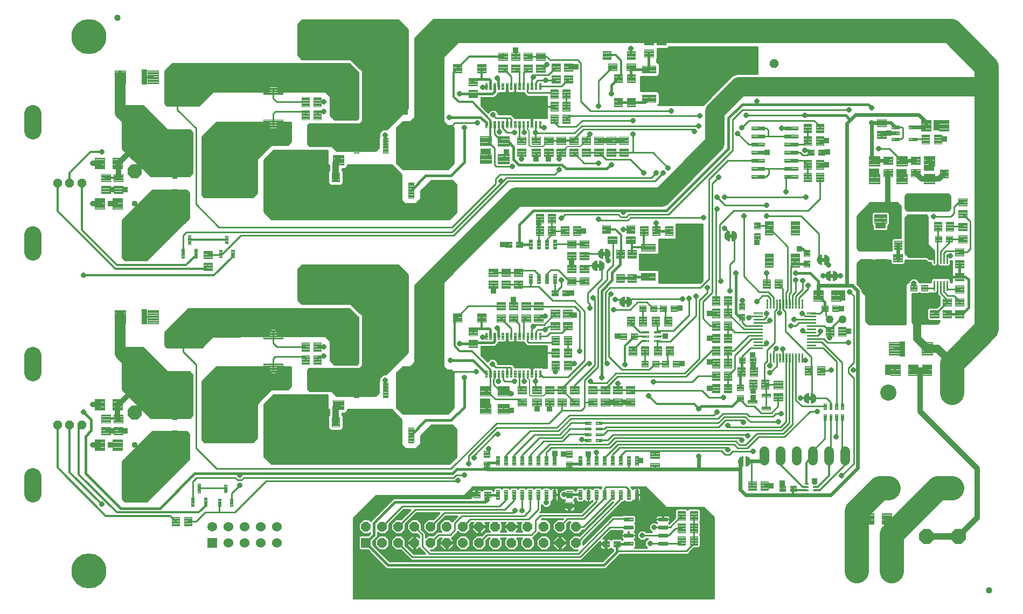
<source format=gtl>
G75*
%MOIN*%
%OFA0B0*%
%FSLAX25Y25*%
%IPPOS*%
%LPD*%
%AMOC8*
5,1,8,0,0,1.08239X$1,22.5*
%
%ADD10C,0.00394*%
%ADD11C,0.00409*%
%ADD12OC8,0.09693*%
%ADD13C,0.04000*%
%ADD14OC8,0.09055*%
%ADD15C,0.00402*%
%ADD16C,0.00408*%
%ADD17C,0.00396*%
%ADD18C,0.00378*%
%ADD19C,0.10000*%
%ADD20C,0.00425*%
%ADD21C,0.00403*%
%ADD22C,0.05906*%
%ADD23C,0.00100*%
%ADD24C,0.00400*%
%ADD25C,0.05000*%
%ADD26C,0.00348*%
%ADD27C,0.00407*%
%ADD28C,0.00514*%
%ADD29C,0.00387*%
%ADD30C,0.00413*%
%ADD31OC8,0.05315*%
%ADD32OC8,0.08600*%
%ADD33OC8,0.03543*%
%ADD34C,0.10638*%
%ADD35OC8,0.05906*%
%ADD36R,0.05906X0.05906*%
%ADD37C,0.00386*%
%ADD38C,0.00372*%
%ADD39OC8,0.10000*%
%ADD40R,0.06000X0.06000*%
%ADD41C,0.06000*%
%ADD42C,0.00362*%
%ADD43C,0.00390*%
%ADD44C,0.00384*%
%ADD45C,0.00433*%
%ADD46C,0.00406*%
%ADD47C,0.03200*%
%ADD48C,0.04000*%
%ADD49OC8,0.03175*%
%ADD50R,0.03175X0.03175*%
%ADD51C,0.01600*%
%ADD52C,0.01000*%
%ADD53C,0.01200*%
%ADD54C,0.01100*%
%ADD55C,0.02400*%
%ADD56C,0.00800*%
%ADD57C,0.21654*%
%ADD58C,0.15000*%
%ADD59C,0.12000*%
%ADD60C,0.05000*%
%ADD61C,0.02000*%
%ADD62C,0.06600*%
D10*
X0374947Y0150669D02*
X0374947Y0158149D01*
X0374947Y0150669D02*
X0367467Y0150669D01*
X0367467Y0158149D01*
X0374947Y0158149D01*
X0374947Y0151062D02*
X0367467Y0151062D01*
X0367467Y0151455D02*
X0374947Y0151455D01*
X0374947Y0151848D02*
X0367467Y0151848D01*
X0367467Y0152241D02*
X0374947Y0152241D01*
X0374947Y0152634D02*
X0367467Y0152634D01*
X0367467Y0153027D02*
X0374947Y0153027D01*
X0374947Y0153420D02*
X0367467Y0153420D01*
X0367467Y0153813D02*
X0374947Y0153813D01*
X0374947Y0154206D02*
X0367467Y0154206D01*
X0367467Y0154599D02*
X0374947Y0154599D01*
X0374947Y0154992D02*
X0367467Y0154992D01*
X0367467Y0155385D02*
X0374947Y0155385D01*
X0374947Y0155778D02*
X0367467Y0155778D01*
X0367467Y0156171D02*
X0374947Y0156171D01*
X0374947Y0156564D02*
X0367467Y0156564D01*
X0367467Y0156957D02*
X0374947Y0156957D01*
X0374947Y0157350D02*
X0367467Y0157350D01*
X0367467Y0157743D02*
X0374947Y0157743D01*
X0374947Y0158136D02*
X0367467Y0158136D01*
X0374947Y0166417D02*
X0374947Y0173897D01*
X0374947Y0166417D02*
X0367467Y0166417D01*
X0367467Y0173897D01*
X0374947Y0173897D01*
X0374947Y0166810D02*
X0367467Y0166810D01*
X0367467Y0167203D02*
X0374947Y0167203D01*
X0374947Y0167596D02*
X0367467Y0167596D01*
X0367467Y0167989D02*
X0374947Y0167989D01*
X0374947Y0168382D02*
X0367467Y0168382D01*
X0367467Y0168775D02*
X0374947Y0168775D01*
X0374947Y0169168D02*
X0367467Y0169168D01*
X0367467Y0169561D02*
X0374947Y0169561D01*
X0374947Y0169954D02*
X0367467Y0169954D01*
X0367467Y0170347D02*
X0374947Y0170347D01*
X0374947Y0170740D02*
X0367467Y0170740D01*
X0367467Y0171133D02*
X0374947Y0171133D01*
X0374947Y0171526D02*
X0367467Y0171526D01*
X0367467Y0171919D02*
X0374947Y0171919D01*
X0374947Y0172312D02*
X0367467Y0172312D01*
X0367467Y0172705D02*
X0374947Y0172705D01*
X0374947Y0173098D02*
X0367467Y0173098D01*
X0367467Y0173491D02*
X0374947Y0173491D01*
X0374947Y0173884D02*
X0367467Y0173884D01*
X0474936Y0126848D02*
X0474936Y0122912D01*
X0474936Y0126848D02*
X0478478Y0126848D01*
X0478478Y0122912D01*
X0474936Y0122912D01*
X0474936Y0123305D02*
X0478478Y0123305D01*
X0478478Y0123698D02*
X0474936Y0123698D01*
X0474936Y0124091D02*
X0478478Y0124091D01*
X0478478Y0124484D02*
X0474936Y0124484D01*
X0474936Y0124877D02*
X0478478Y0124877D01*
X0478478Y0125270D02*
X0474936Y0125270D01*
X0474936Y0125663D02*
X0478478Y0125663D01*
X0478478Y0126056D02*
X0474936Y0126056D01*
X0474936Y0126449D02*
X0478478Y0126449D01*
X0478478Y0126842D02*
X0474936Y0126842D01*
X0474936Y0120155D02*
X0474936Y0116219D01*
X0474936Y0120155D02*
X0478478Y0120155D01*
X0478478Y0116219D01*
X0474936Y0116219D01*
X0474936Y0116612D02*
X0478478Y0116612D01*
X0478478Y0117005D02*
X0474936Y0117005D01*
X0474936Y0117398D02*
X0478478Y0117398D01*
X0478478Y0117791D02*
X0474936Y0117791D01*
X0474936Y0118184D02*
X0478478Y0118184D01*
X0478478Y0118577D02*
X0474936Y0118577D01*
X0474936Y0118970D02*
X0478478Y0118970D01*
X0478478Y0119363D02*
X0474936Y0119363D01*
X0474936Y0119756D02*
X0478478Y0119756D01*
X0478478Y0120149D02*
X0474936Y0120149D01*
X0475086Y0101554D02*
X0479022Y0101554D01*
X0479022Y0098012D01*
X0475086Y0098012D01*
X0475086Y0101554D01*
X0475086Y0098405D02*
X0479022Y0098405D01*
X0479022Y0098798D02*
X0475086Y0098798D01*
X0475086Y0099191D02*
X0479022Y0099191D01*
X0479022Y0099584D02*
X0475086Y0099584D01*
X0475086Y0099977D02*
X0479022Y0099977D01*
X0479022Y0100370D02*
X0475086Y0100370D01*
X0475086Y0100763D02*
X0479022Y0100763D01*
X0479022Y0101156D02*
X0475086Y0101156D01*
X0475086Y0101549D02*
X0479022Y0101549D01*
X0472329Y0101554D02*
X0468393Y0101554D01*
X0472329Y0101554D02*
X0472329Y0098012D01*
X0468393Y0098012D01*
X0468393Y0101554D01*
X0468393Y0098405D02*
X0472329Y0098405D01*
X0472329Y0098798D02*
X0468393Y0098798D01*
X0468393Y0099191D02*
X0472329Y0099191D01*
X0472329Y0099584D02*
X0468393Y0099584D01*
X0468393Y0099977D02*
X0472329Y0099977D01*
X0472329Y0100370D02*
X0468393Y0100370D01*
X0468393Y0100763D02*
X0472329Y0100763D01*
X0472329Y0101156D02*
X0468393Y0101156D01*
X0468393Y0101549D02*
X0472329Y0101549D01*
X0525936Y0101848D02*
X0525936Y0097912D01*
X0525936Y0101848D02*
X0529478Y0101848D01*
X0529478Y0097912D01*
X0525936Y0097912D01*
X0525936Y0098305D02*
X0529478Y0098305D01*
X0529478Y0098698D02*
X0525936Y0098698D01*
X0525936Y0099091D02*
X0529478Y0099091D01*
X0529478Y0099484D02*
X0525936Y0099484D01*
X0525936Y0099877D02*
X0529478Y0099877D01*
X0529478Y0100270D02*
X0525936Y0100270D01*
X0525936Y0100663D02*
X0529478Y0100663D01*
X0529478Y0101056D02*
X0525936Y0101056D01*
X0525936Y0101449D02*
X0529478Y0101449D01*
X0529478Y0101842D02*
X0525936Y0101842D01*
X0525936Y0095155D02*
X0525936Y0091219D01*
X0525936Y0095155D02*
X0529478Y0095155D01*
X0529478Y0091219D01*
X0525936Y0091219D01*
X0525936Y0091612D02*
X0529478Y0091612D01*
X0529478Y0092005D02*
X0525936Y0092005D01*
X0525936Y0092398D02*
X0529478Y0092398D01*
X0529478Y0092791D02*
X0525936Y0092791D01*
X0525936Y0093184D02*
X0529478Y0093184D01*
X0529478Y0093577D02*
X0525936Y0093577D01*
X0525936Y0093970D02*
X0529478Y0093970D01*
X0529478Y0094363D02*
X0525936Y0094363D01*
X0525936Y0094756D02*
X0529478Y0094756D01*
X0529478Y0095149D02*
X0525936Y0095149D01*
X0525936Y0116219D02*
X0525936Y0120155D01*
X0529478Y0120155D01*
X0529478Y0116219D01*
X0525936Y0116219D01*
X0525936Y0116612D02*
X0529478Y0116612D01*
X0529478Y0117005D02*
X0525936Y0117005D01*
X0525936Y0117398D02*
X0529478Y0117398D01*
X0529478Y0117791D02*
X0525936Y0117791D01*
X0525936Y0118184D02*
X0529478Y0118184D01*
X0529478Y0118577D02*
X0525936Y0118577D01*
X0525936Y0118970D02*
X0529478Y0118970D01*
X0529478Y0119363D02*
X0525936Y0119363D01*
X0525936Y0119756D02*
X0529478Y0119756D01*
X0529478Y0120149D02*
X0525936Y0120149D01*
X0525936Y0122912D02*
X0525936Y0126848D01*
X0529478Y0126848D01*
X0529478Y0122912D01*
X0525936Y0122912D01*
X0525936Y0123305D02*
X0529478Y0123305D01*
X0529478Y0123698D02*
X0525936Y0123698D01*
X0525936Y0124091D02*
X0529478Y0124091D01*
X0529478Y0124484D02*
X0525936Y0124484D01*
X0525936Y0124877D02*
X0529478Y0124877D01*
X0529478Y0125270D02*
X0525936Y0125270D01*
X0525936Y0125663D02*
X0529478Y0125663D01*
X0529478Y0126056D02*
X0525936Y0126056D01*
X0525936Y0126449D02*
X0529478Y0126449D01*
X0529478Y0126842D02*
X0525936Y0126842D01*
X0537590Y0132682D02*
X0537590Y0134256D01*
X0541132Y0134256D01*
X0541132Y0132682D01*
X0537590Y0132682D01*
X0537590Y0133075D02*
X0541132Y0133075D01*
X0541132Y0133468D02*
X0537590Y0133468D01*
X0537590Y0133861D02*
X0541132Y0133861D01*
X0541132Y0134254D02*
X0537590Y0134254D01*
X0537590Y0136225D02*
X0537590Y0137799D01*
X0541132Y0137799D01*
X0541132Y0136225D01*
X0537590Y0136225D01*
X0537590Y0136618D02*
X0541132Y0136618D01*
X0541132Y0137011D02*
X0537590Y0137011D01*
X0537590Y0137404D02*
X0541132Y0137404D01*
X0541132Y0137797D02*
X0537590Y0137797D01*
X0537590Y0139768D02*
X0537590Y0141342D01*
X0541132Y0141342D01*
X0541132Y0139768D01*
X0537590Y0139768D01*
X0537590Y0140161D02*
X0541132Y0140161D01*
X0541132Y0140554D02*
X0537590Y0140554D01*
X0537590Y0140947D02*
X0541132Y0140947D01*
X0541132Y0141340D02*
X0537590Y0141340D01*
X0537590Y0143311D02*
X0537590Y0144885D01*
X0541132Y0144885D01*
X0541132Y0143311D01*
X0537590Y0143311D01*
X0537590Y0143704D02*
X0541132Y0143704D01*
X0541132Y0144097D02*
X0537590Y0144097D01*
X0537590Y0144490D02*
X0541132Y0144490D01*
X0541132Y0144883D02*
X0537590Y0144883D01*
X0544283Y0144885D02*
X0544283Y0143311D01*
X0544283Y0144885D02*
X0547825Y0144885D01*
X0547825Y0143311D01*
X0544283Y0143311D01*
X0544283Y0143704D02*
X0547825Y0143704D01*
X0547825Y0144097D02*
X0544283Y0144097D01*
X0544283Y0144490D02*
X0547825Y0144490D01*
X0547825Y0144883D02*
X0544283Y0144883D01*
X0544283Y0141342D02*
X0544283Y0139768D01*
X0544283Y0141342D02*
X0547825Y0141342D01*
X0547825Y0139768D01*
X0544283Y0139768D01*
X0544283Y0140161D02*
X0547825Y0140161D01*
X0547825Y0140554D02*
X0544283Y0140554D01*
X0544283Y0140947D02*
X0547825Y0140947D01*
X0547825Y0141340D02*
X0544283Y0141340D01*
X0544283Y0137799D02*
X0544283Y0136225D01*
X0544283Y0137799D02*
X0547825Y0137799D01*
X0547825Y0136225D01*
X0544283Y0136225D01*
X0544283Y0136618D02*
X0547825Y0136618D01*
X0547825Y0137011D02*
X0544283Y0137011D01*
X0544283Y0137404D02*
X0547825Y0137404D01*
X0547825Y0137797D02*
X0544283Y0137797D01*
X0544283Y0134256D02*
X0544283Y0132682D01*
X0544283Y0134256D02*
X0547825Y0134256D01*
X0547825Y0132682D01*
X0544283Y0132682D01*
X0544283Y0133075D02*
X0547825Y0133075D01*
X0547825Y0133468D02*
X0544283Y0133468D01*
X0544283Y0133861D02*
X0547825Y0133861D01*
X0547825Y0134254D02*
X0544283Y0134254D01*
X0572393Y0182554D02*
X0576329Y0182554D01*
X0576329Y0179012D01*
X0572393Y0179012D01*
X0572393Y0182554D01*
X0572393Y0179405D02*
X0576329Y0179405D01*
X0576329Y0179798D02*
X0572393Y0179798D01*
X0572393Y0180191D02*
X0576329Y0180191D01*
X0576329Y0180584D02*
X0572393Y0180584D01*
X0572393Y0180977D02*
X0576329Y0180977D01*
X0576329Y0181370D02*
X0572393Y0181370D01*
X0572393Y0181763D02*
X0576329Y0181763D01*
X0576329Y0182156D02*
X0572393Y0182156D01*
X0572393Y0182549D02*
X0576329Y0182549D01*
X0579086Y0182554D02*
X0583022Y0182554D01*
X0583022Y0179012D01*
X0579086Y0179012D01*
X0579086Y0182554D01*
X0579086Y0179405D02*
X0583022Y0179405D01*
X0583022Y0179798D02*
X0579086Y0179798D01*
X0579086Y0180191D02*
X0583022Y0180191D01*
X0583022Y0180584D02*
X0579086Y0180584D01*
X0579086Y0180977D02*
X0583022Y0180977D01*
X0583022Y0181370D02*
X0579086Y0181370D01*
X0579086Y0181763D02*
X0583022Y0181763D01*
X0583022Y0182156D02*
X0579086Y0182156D01*
X0579086Y0182549D02*
X0583022Y0182549D01*
X0585143Y0179012D02*
X0589079Y0179012D01*
X0585143Y0179012D02*
X0585143Y0182554D01*
X0589079Y0182554D01*
X0589079Y0179012D01*
X0589079Y0179405D02*
X0585143Y0179405D01*
X0585143Y0179798D02*
X0589079Y0179798D01*
X0589079Y0180191D02*
X0585143Y0180191D01*
X0585143Y0180584D02*
X0589079Y0180584D01*
X0589079Y0180977D02*
X0585143Y0180977D01*
X0585143Y0181370D02*
X0589079Y0181370D01*
X0589079Y0181763D02*
X0585143Y0181763D01*
X0585143Y0182156D02*
X0589079Y0182156D01*
X0589079Y0182549D02*
X0585143Y0182549D01*
X0591836Y0179012D02*
X0595772Y0179012D01*
X0591836Y0179012D02*
X0591836Y0182554D01*
X0595772Y0182554D01*
X0595772Y0179012D01*
X0595772Y0179405D02*
X0591836Y0179405D01*
X0591836Y0179798D02*
X0595772Y0179798D01*
X0595772Y0180191D02*
X0591836Y0180191D01*
X0591836Y0180584D02*
X0595772Y0180584D01*
X0595772Y0180977D02*
X0591836Y0180977D01*
X0591836Y0181370D02*
X0595772Y0181370D01*
X0595772Y0181763D02*
X0591836Y0181763D01*
X0591836Y0182156D02*
X0595772Y0182156D01*
X0595772Y0182549D02*
X0591836Y0182549D01*
X0569772Y0199554D02*
X0565836Y0199554D01*
X0569772Y0199554D02*
X0569772Y0196012D01*
X0565836Y0196012D01*
X0565836Y0199554D01*
X0565836Y0196405D02*
X0569772Y0196405D01*
X0569772Y0196798D02*
X0565836Y0196798D01*
X0565836Y0197191D02*
X0569772Y0197191D01*
X0569772Y0197584D02*
X0565836Y0197584D01*
X0565836Y0197977D02*
X0569772Y0197977D01*
X0569772Y0198370D02*
X0565836Y0198370D01*
X0565836Y0198763D02*
X0569772Y0198763D01*
X0569772Y0199156D02*
X0565836Y0199156D01*
X0565836Y0199549D02*
X0569772Y0199549D01*
X0563079Y0199554D02*
X0559143Y0199554D01*
X0563079Y0199554D02*
X0563079Y0196012D01*
X0559143Y0196012D01*
X0559143Y0199554D01*
X0559143Y0196405D02*
X0563079Y0196405D01*
X0563079Y0196798D02*
X0559143Y0196798D01*
X0559143Y0197191D02*
X0563079Y0197191D01*
X0563079Y0197584D02*
X0559143Y0197584D01*
X0559143Y0197977D02*
X0563079Y0197977D01*
X0563079Y0198370D02*
X0559143Y0198370D01*
X0559143Y0198763D02*
X0563079Y0198763D01*
X0563079Y0199156D02*
X0559143Y0199156D01*
X0559143Y0199549D02*
X0563079Y0199549D01*
X0571143Y0216804D02*
X0575079Y0216804D01*
X0575079Y0213262D01*
X0571143Y0213262D01*
X0571143Y0216804D01*
X0571143Y0213655D02*
X0575079Y0213655D01*
X0575079Y0214048D02*
X0571143Y0214048D01*
X0571143Y0214441D02*
X0575079Y0214441D01*
X0575079Y0214834D02*
X0571143Y0214834D01*
X0571143Y0215227D02*
X0575079Y0215227D01*
X0575079Y0215620D02*
X0571143Y0215620D01*
X0571143Y0216013D02*
X0575079Y0216013D01*
X0575079Y0216406D02*
X0571143Y0216406D01*
X0571143Y0216799D02*
X0575079Y0216799D01*
X0577836Y0216804D02*
X0581772Y0216804D01*
X0581772Y0213262D01*
X0577836Y0213262D01*
X0577836Y0216804D01*
X0577836Y0213655D02*
X0581772Y0213655D01*
X0581772Y0214048D02*
X0577836Y0214048D01*
X0577836Y0214441D02*
X0581772Y0214441D01*
X0581772Y0214834D02*
X0577836Y0214834D01*
X0577836Y0215227D02*
X0581772Y0215227D01*
X0581772Y0215620D02*
X0577836Y0215620D01*
X0577836Y0216013D02*
X0581772Y0216013D01*
X0581772Y0216406D02*
X0577836Y0216406D01*
X0577836Y0216799D02*
X0581772Y0216799D01*
X0583893Y0213262D02*
X0587829Y0213262D01*
X0583893Y0213262D02*
X0583893Y0216804D01*
X0587829Y0216804D01*
X0587829Y0213262D01*
X0587829Y0213655D02*
X0583893Y0213655D01*
X0583893Y0214048D02*
X0587829Y0214048D01*
X0587829Y0214441D02*
X0583893Y0214441D01*
X0583893Y0214834D02*
X0587829Y0214834D01*
X0587829Y0215227D02*
X0583893Y0215227D01*
X0583893Y0215620D02*
X0587829Y0215620D01*
X0587829Y0216013D02*
X0583893Y0216013D01*
X0583893Y0216406D02*
X0587829Y0216406D01*
X0587829Y0216799D02*
X0583893Y0216799D01*
X0590586Y0213262D02*
X0594522Y0213262D01*
X0590586Y0213262D02*
X0590586Y0216804D01*
X0594522Y0216804D01*
X0594522Y0213262D01*
X0594522Y0213655D02*
X0590586Y0213655D01*
X0590586Y0214048D02*
X0594522Y0214048D01*
X0594522Y0214441D02*
X0590586Y0214441D01*
X0590586Y0214834D02*
X0594522Y0214834D01*
X0594522Y0215227D02*
X0590586Y0215227D01*
X0590586Y0215620D02*
X0594522Y0215620D01*
X0594522Y0216013D02*
X0590586Y0216013D01*
X0590586Y0216406D02*
X0594522Y0216406D01*
X0594522Y0216799D02*
X0590586Y0216799D01*
X0632686Y0218348D02*
X0632686Y0214412D01*
X0632686Y0218348D02*
X0636228Y0218348D01*
X0636228Y0214412D01*
X0632686Y0214412D01*
X0632686Y0214805D02*
X0636228Y0214805D01*
X0636228Y0215198D02*
X0632686Y0215198D01*
X0632686Y0215591D02*
X0636228Y0215591D01*
X0636228Y0215984D02*
X0632686Y0215984D01*
X0632686Y0216377D02*
X0636228Y0216377D01*
X0636228Y0216770D02*
X0632686Y0216770D01*
X0632686Y0217163D02*
X0636228Y0217163D01*
X0636228Y0217556D02*
X0632686Y0217556D01*
X0632686Y0217949D02*
X0636228Y0217949D01*
X0636228Y0218342D02*
X0632686Y0218342D01*
X0632686Y0211655D02*
X0632686Y0207719D01*
X0632686Y0211655D02*
X0636228Y0211655D01*
X0636228Y0207719D01*
X0632686Y0207719D01*
X0632686Y0208112D02*
X0636228Y0208112D01*
X0636228Y0208505D02*
X0632686Y0208505D01*
X0632686Y0208898D02*
X0636228Y0208898D01*
X0636228Y0209291D02*
X0632686Y0209291D01*
X0632686Y0209684D02*
X0636228Y0209684D01*
X0636228Y0210077D02*
X0632686Y0210077D01*
X0632686Y0210470D02*
X0636228Y0210470D01*
X0636228Y0210863D02*
X0632686Y0210863D01*
X0632686Y0211256D02*
X0636228Y0211256D01*
X0636228Y0211649D02*
X0632686Y0211649D01*
X0632643Y0184804D02*
X0636579Y0184804D01*
X0636579Y0181262D01*
X0632643Y0181262D01*
X0632643Y0184804D01*
X0632643Y0181655D02*
X0636579Y0181655D01*
X0636579Y0182048D02*
X0632643Y0182048D01*
X0632643Y0182441D02*
X0636579Y0182441D01*
X0636579Y0182834D02*
X0632643Y0182834D01*
X0632643Y0183227D02*
X0636579Y0183227D01*
X0636579Y0183620D02*
X0632643Y0183620D01*
X0632643Y0184013D02*
X0636579Y0184013D01*
X0636579Y0184406D02*
X0632643Y0184406D01*
X0632643Y0184799D02*
X0636579Y0184799D01*
X0639336Y0184804D02*
X0643272Y0184804D01*
X0643272Y0181262D01*
X0639336Y0181262D01*
X0639336Y0184804D01*
X0639336Y0181655D02*
X0643272Y0181655D01*
X0643272Y0182048D02*
X0639336Y0182048D01*
X0639336Y0182441D02*
X0643272Y0182441D01*
X0643272Y0182834D02*
X0639336Y0182834D01*
X0639336Y0183227D02*
X0643272Y0183227D01*
X0643272Y0183620D02*
X0639336Y0183620D01*
X0639336Y0184013D02*
X0643272Y0184013D01*
X0643272Y0184406D02*
X0639336Y0184406D01*
X0639336Y0184799D02*
X0643272Y0184799D01*
X0635425Y0167901D02*
X0635425Y0164359D01*
X0631489Y0164359D01*
X0631489Y0167901D01*
X0635425Y0167901D01*
X0635425Y0164752D02*
X0631489Y0164752D01*
X0631489Y0165145D02*
X0635425Y0165145D01*
X0635425Y0165538D02*
X0631489Y0165538D01*
X0631489Y0165931D02*
X0635425Y0165931D01*
X0635425Y0166324D02*
X0631489Y0166324D01*
X0631489Y0166717D02*
X0635425Y0166717D01*
X0635425Y0167110D02*
X0631489Y0167110D01*
X0631489Y0167503D02*
X0635425Y0167503D01*
X0635425Y0167896D02*
X0631489Y0167896D01*
X0635425Y0161208D02*
X0635425Y0157666D01*
X0631489Y0157666D01*
X0631489Y0161208D01*
X0635425Y0161208D01*
X0635425Y0158059D02*
X0631489Y0158059D01*
X0631489Y0158452D02*
X0635425Y0158452D01*
X0635425Y0158845D02*
X0631489Y0158845D01*
X0631489Y0159238D02*
X0635425Y0159238D01*
X0635425Y0159631D02*
X0631489Y0159631D01*
X0631489Y0160024D02*
X0635425Y0160024D01*
X0635425Y0160417D02*
X0631489Y0160417D01*
X0631489Y0160810D02*
X0635425Y0160810D01*
X0635425Y0161203D02*
X0631489Y0161203D01*
X0685105Y0156151D02*
X0686679Y0156151D01*
X0686679Y0152609D01*
X0685105Y0152609D01*
X0685105Y0156151D01*
X0685105Y0153002D02*
X0686679Y0153002D01*
X0686679Y0153395D02*
X0685105Y0153395D01*
X0685105Y0153788D02*
X0686679Y0153788D01*
X0686679Y0154181D02*
X0685105Y0154181D01*
X0685105Y0154574D02*
X0686679Y0154574D01*
X0686679Y0154967D02*
X0685105Y0154967D01*
X0685105Y0155360D02*
X0686679Y0155360D01*
X0686679Y0155753D02*
X0685105Y0155753D01*
X0685105Y0156146D02*
X0686679Y0156146D01*
X0688649Y0156151D02*
X0690223Y0156151D01*
X0690223Y0152609D01*
X0688649Y0152609D01*
X0688649Y0156151D01*
X0688649Y0153002D02*
X0690223Y0153002D01*
X0690223Y0153395D02*
X0688649Y0153395D01*
X0688649Y0153788D02*
X0690223Y0153788D01*
X0690223Y0154181D02*
X0688649Y0154181D01*
X0688649Y0154574D02*
X0690223Y0154574D01*
X0690223Y0154967D02*
X0688649Y0154967D01*
X0688649Y0155360D02*
X0690223Y0155360D01*
X0690223Y0155753D02*
X0688649Y0155753D01*
X0688649Y0156146D02*
X0690223Y0156146D01*
X0692192Y0156151D02*
X0693766Y0156151D01*
X0693766Y0152609D01*
X0692192Y0152609D01*
X0692192Y0156151D01*
X0692192Y0153002D02*
X0693766Y0153002D01*
X0693766Y0153395D02*
X0692192Y0153395D01*
X0692192Y0153788D02*
X0693766Y0153788D01*
X0693766Y0154181D02*
X0692192Y0154181D01*
X0692192Y0154574D02*
X0693766Y0154574D01*
X0693766Y0154967D02*
X0692192Y0154967D01*
X0692192Y0155360D02*
X0693766Y0155360D01*
X0693766Y0155753D02*
X0692192Y0155753D01*
X0692192Y0156146D02*
X0693766Y0156146D01*
X0695735Y0156151D02*
X0697309Y0156151D01*
X0697309Y0152609D01*
X0695735Y0152609D01*
X0695735Y0156151D01*
X0695735Y0153002D02*
X0697309Y0153002D01*
X0697309Y0153395D02*
X0695735Y0153395D01*
X0695735Y0153788D02*
X0697309Y0153788D01*
X0697309Y0154181D02*
X0695735Y0154181D01*
X0695735Y0154574D02*
X0697309Y0154574D01*
X0697309Y0154967D02*
X0695735Y0154967D01*
X0695735Y0155360D02*
X0697309Y0155360D01*
X0697309Y0155753D02*
X0695735Y0155753D01*
X0695735Y0156146D02*
X0697309Y0156146D01*
X0697309Y0149458D02*
X0695735Y0149458D01*
X0697309Y0149458D02*
X0697309Y0145916D01*
X0695735Y0145916D01*
X0695735Y0149458D01*
X0695735Y0146309D02*
X0697309Y0146309D01*
X0697309Y0146702D02*
X0695735Y0146702D01*
X0695735Y0147095D02*
X0697309Y0147095D01*
X0697309Y0147488D02*
X0695735Y0147488D01*
X0695735Y0147881D02*
X0697309Y0147881D01*
X0697309Y0148274D02*
X0695735Y0148274D01*
X0695735Y0148667D02*
X0697309Y0148667D01*
X0697309Y0149060D02*
X0695735Y0149060D01*
X0695735Y0149453D02*
X0697309Y0149453D01*
X0693766Y0149458D02*
X0692192Y0149458D01*
X0693766Y0149458D02*
X0693766Y0145916D01*
X0692192Y0145916D01*
X0692192Y0149458D01*
X0692192Y0146309D02*
X0693766Y0146309D01*
X0693766Y0146702D02*
X0692192Y0146702D01*
X0692192Y0147095D02*
X0693766Y0147095D01*
X0693766Y0147488D02*
X0692192Y0147488D01*
X0692192Y0147881D02*
X0693766Y0147881D01*
X0693766Y0148274D02*
X0692192Y0148274D01*
X0692192Y0148667D02*
X0693766Y0148667D01*
X0693766Y0149060D02*
X0692192Y0149060D01*
X0692192Y0149453D02*
X0693766Y0149453D01*
X0690223Y0149458D02*
X0688649Y0149458D01*
X0690223Y0149458D02*
X0690223Y0145916D01*
X0688649Y0145916D01*
X0688649Y0149458D01*
X0688649Y0146309D02*
X0690223Y0146309D01*
X0690223Y0146702D02*
X0688649Y0146702D01*
X0688649Y0147095D02*
X0690223Y0147095D01*
X0690223Y0147488D02*
X0688649Y0147488D01*
X0688649Y0147881D02*
X0690223Y0147881D01*
X0690223Y0148274D02*
X0688649Y0148274D01*
X0688649Y0148667D02*
X0690223Y0148667D01*
X0690223Y0149060D02*
X0688649Y0149060D01*
X0688649Y0149453D02*
X0690223Y0149453D01*
X0686679Y0149458D02*
X0685105Y0149458D01*
X0686679Y0149458D02*
X0686679Y0145916D01*
X0685105Y0145916D01*
X0685105Y0149458D01*
X0685105Y0146309D02*
X0686679Y0146309D01*
X0686679Y0146702D02*
X0685105Y0146702D01*
X0685105Y0147095D02*
X0686679Y0147095D01*
X0686679Y0147488D02*
X0685105Y0147488D01*
X0685105Y0147881D02*
X0686679Y0147881D01*
X0686679Y0148274D02*
X0685105Y0148274D01*
X0685105Y0148667D02*
X0686679Y0148667D01*
X0686679Y0149060D02*
X0685105Y0149060D01*
X0685105Y0149453D02*
X0686679Y0149453D01*
X0668272Y0105304D02*
X0664336Y0105304D01*
X0668272Y0105304D02*
X0668272Y0101762D01*
X0664336Y0101762D01*
X0664336Y0105304D01*
X0664336Y0102155D02*
X0668272Y0102155D01*
X0668272Y0102548D02*
X0664336Y0102548D01*
X0664336Y0102941D02*
X0668272Y0102941D01*
X0668272Y0103334D02*
X0664336Y0103334D01*
X0664336Y0103727D02*
X0668272Y0103727D01*
X0668272Y0104120D02*
X0664336Y0104120D01*
X0664336Y0104513D02*
X0668272Y0104513D01*
X0668272Y0104906D02*
X0664336Y0104906D01*
X0664336Y0105299D02*
X0668272Y0105299D01*
X0661579Y0105304D02*
X0657643Y0105304D01*
X0661579Y0105304D02*
X0661579Y0101762D01*
X0657643Y0101762D01*
X0657643Y0105304D01*
X0657643Y0102155D02*
X0661579Y0102155D01*
X0661579Y0102548D02*
X0657643Y0102548D01*
X0657643Y0102941D02*
X0661579Y0102941D01*
X0661579Y0103334D02*
X0657643Y0103334D01*
X0657643Y0103727D02*
X0661579Y0103727D01*
X0661579Y0104120D02*
X0657643Y0104120D01*
X0657643Y0104513D02*
X0661579Y0104513D01*
X0661579Y0104906D02*
X0657643Y0104906D01*
X0657643Y0105299D02*
X0661579Y0105299D01*
X0559022Y0067512D02*
X0555086Y0067512D01*
X0555086Y0071054D01*
X0559022Y0071054D01*
X0559022Y0067512D01*
X0559022Y0067905D02*
X0555086Y0067905D01*
X0555086Y0068298D02*
X0559022Y0068298D01*
X0559022Y0068691D02*
X0555086Y0068691D01*
X0555086Y0069084D02*
X0559022Y0069084D01*
X0559022Y0069477D02*
X0555086Y0069477D01*
X0555086Y0069870D02*
X0559022Y0069870D01*
X0559022Y0070263D02*
X0555086Y0070263D01*
X0555086Y0070656D02*
X0559022Y0070656D01*
X0559022Y0071049D02*
X0555086Y0071049D01*
X0552329Y0067512D02*
X0548393Y0067512D01*
X0548393Y0071054D01*
X0552329Y0071054D01*
X0552329Y0067512D01*
X0552329Y0067905D02*
X0548393Y0067905D01*
X0548393Y0068298D02*
X0552329Y0068298D01*
X0552329Y0068691D02*
X0548393Y0068691D01*
X0548393Y0069084D02*
X0552329Y0069084D01*
X0552329Y0069477D02*
X0548393Y0069477D01*
X0548393Y0069870D02*
X0552329Y0069870D01*
X0552329Y0070263D02*
X0548393Y0070263D01*
X0548393Y0070656D02*
X0552329Y0070656D01*
X0552329Y0071049D02*
X0548393Y0071049D01*
X0683893Y0216804D02*
X0687829Y0216804D01*
X0687829Y0213262D01*
X0683893Y0213262D01*
X0683893Y0216804D01*
X0683893Y0213655D02*
X0687829Y0213655D01*
X0687829Y0214048D02*
X0683893Y0214048D01*
X0683893Y0214441D02*
X0687829Y0214441D01*
X0687829Y0214834D02*
X0683893Y0214834D01*
X0683893Y0215227D02*
X0687829Y0215227D01*
X0687829Y0215620D02*
X0683893Y0215620D01*
X0683893Y0216013D02*
X0687829Y0216013D01*
X0687829Y0216406D02*
X0683893Y0216406D01*
X0683893Y0216799D02*
X0687829Y0216799D01*
X0690586Y0216804D02*
X0694522Y0216804D01*
X0694522Y0213262D01*
X0690586Y0213262D01*
X0690586Y0216804D01*
X0690586Y0213655D02*
X0694522Y0213655D01*
X0694522Y0214048D02*
X0690586Y0214048D01*
X0690586Y0214441D02*
X0694522Y0214441D01*
X0694522Y0214834D02*
X0690586Y0214834D01*
X0690586Y0215227D02*
X0694522Y0215227D01*
X0694522Y0215620D02*
X0690586Y0215620D01*
X0690586Y0216013D02*
X0694522Y0216013D01*
X0694522Y0216406D02*
X0690586Y0216406D01*
X0690586Y0216799D02*
X0694522Y0216799D01*
X0672936Y0240719D02*
X0672936Y0244655D01*
X0676478Y0244655D01*
X0676478Y0240719D01*
X0672936Y0240719D01*
X0672936Y0241112D02*
X0676478Y0241112D01*
X0676478Y0241505D02*
X0672936Y0241505D01*
X0672936Y0241898D02*
X0676478Y0241898D01*
X0676478Y0242291D02*
X0672936Y0242291D01*
X0672936Y0242684D02*
X0676478Y0242684D01*
X0676478Y0243077D02*
X0672936Y0243077D01*
X0672936Y0243470D02*
X0676478Y0243470D01*
X0676478Y0243863D02*
X0672936Y0243863D01*
X0672936Y0244256D02*
X0676478Y0244256D01*
X0676478Y0244649D02*
X0672936Y0244649D01*
X0672936Y0247412D02*
X0672936Y0251348D01*
X0676478Y0251348D01*
X0676478Y0247412D01*
X0672936Y0247412D01*
X0672936Y0247805D02*
X0676478Y0247805D01*
X0676478Y0248198D02*
X0672936Y0248198D01*
X0672936Y0248591D02*
X0676478Y0248591D01*
X0676478Y0248984D02*
X0672936Y0248984D01*
X0672936Y0249377D02*
X0676478Y0249377D01*
X0676478Y0249770D02*
X0672936Y0249770D01*
X0672936Y0250163D02*
X0676478Y0250163D01*
X0676478Y0250556D02*
X0672936Y0250556D01*
X0672936Y0250949D02*
X0676478Y0250949D01*
X0676478Y0251342D02*
X0672936Y0251342D01*
X0645728Y0257719D02*
X0645728Y0261655D01*
X0645728Y0257719D02*
X0642186Y0257719D01*
X0642186Y0261655D01*
X0645728Y0261655D01*
X0645728Y0258112D02*
X0642186Y0258112D01*
X0642186Y0258505D02*
X0645728Y0258505D01*
X0645728Y0258898D02*
X0642186Y0258898D01*
X0642186Y0259291D02*
X0645728Y0259291D01*
X0645728Y0259684D02*
X0642186Y0259684D01*
X0642186Y0260077D02*
X0645728Y0260077D01*
X0645728Y0260470D02*
X0642186Y0260470D01*
X0642186Y0260863D02*
X0645728Y0260863D01*
X0645728Y0261256D02*
X0642186Y0261256D01*
X0642186Y0261649D02*
X0645728Y0261649D01*
X0645728Y0264412D02*
X0645728Y0268348D01*
X0645728Y0264412D02*
X0642186Y0264412D01*
X0642186Y0268348D01*
X0645728Y0268348D01*
X0645728Y0264805D02*
X0642186Y0264805D01*
X0642186Y0265198D02*
X0645728Y0265198D01*
X0645728Y0265591D02*
X0642186Y0265591D01*
X0642186Y0265984D02*
X0645728Y0265984D01*
X0645728Y0266377D02*
X0642186Y0266377D01*
X0642186Y0266770D02*
X0645728Y0266770D01*
X0645728Y0267163D02*
X0642186Y0267163D01*
X0642186Y0267556D02*
X0645728Y0267556D01*
X0645728Y0267949D02*
X0642186Y0267949D01*
X0642186Y0268342D02*
X0645728Y0268342D01*
X0675143Y0309762D02*
X0679079Y0309762D01*
X0675143Y0309762D02*
X0675143Y0313304D01*
X0679079Y0313304D01*
X0679079Y0309762D01*
X0679079Y0310155D02*
X0675143Y0310155D01*
X0675143Y0310548D02*
X0679079Y0310548D01*
X0679079Y0310941D02*
X0675143Y0310941D01*
X0675143Y0311334D02*
X0679079Y0311334D01*
X0679079Y0311727D02*
X0675143Y0311727D01*
X0675143Y0312120D02*
X0679079Y0312120D01*
X0679079Y0312513D02*
X0675143Y0312513D01*
X0675143Y0312906D02*
X0679079Y0312906D01*
X0679079Y0313299D02*
X0675143Y0313299D01*
X0681836Y0309762D02*
X0685772Y0309762D01*
X0681836Y0309762D02*
X0681836Y0313304D01*
X0685772Y0313304D01*
X0685772Y0309762D01*
X0685772Y0310155D02*
X0681836Y0310155D01*
X0681836Y0310548D02*
X0685772Y0310548D01*
X0685772Y0310941D02*
X0681836Y0310941D01*
X0681836Y0311334D02*
X0685772Y0311334D01*
X0685772Y0311727D02*
X0681836Y0311727D01*
X0681836Y0312120D02*
X0685772Y0312120D01*
X0685772Y0312513D02*
X0681836Y0312513D01*
X0681836Y0312906D02*
X0685772Y0312906D01*
X0685772Y0313299D02*
X0681836Y0313299D01*
X0754143Y0256262D02*
X0758079Y0256262D01*
X0754143Y0256262D02*
X0754143Y0259804D01*
X0758079Y0259804D01*
X0758079Y0256262D01*
X0758079Y0256655D02*
X0754143Y0256655D01*
X0754143Y0257048D02*
X0758079Y0257048D01*
X0758079Y0257441D02*
X0754143Y0257441D01*
X0754143Y0257834D02*
X0758079Y0257834D01*
X0758079Y0258227D02*
X0754143Y0258227D01*
X0754143Y0258620D02*
X0758079Y0258620D01*
X0758079Y0259013D02*
X0754143Y0259013D01*
X0754143Y0259406D02*
X0758079Y0259406D01*
X0758079Y0259799D02*
X0754143Y0259799D01*
X0760836Y0256262D02*
X0764772Y0256262D01*
X0760836Y0256262D02*
X0760836Y0259804D01*
X0764772Y0259804D01*
X0764772Y0256262D01*
X0764772Y0256655D02*
X0760836Y0256655D01*
X0760836Y0257048D02*
X0764772Y0257048D01*
X0764772Y0257441D02*
X0760836Y0257441D01*
X0760836Y0257834D02*
X0764772Y0257834D01*
X0764772Y0258227D02*
X0760836Y0258227D01*
X0760836Y0258620D02*
X0764772Y0258620D01*
X0764772Y0259013D02*
X0760836Y0259013D01*
X0760836Y0259406D02*
X0764772Y0259406D01*
X0764772Y0259799D02*
X0760836Y0259799D01*
X0749522Y0226012D02*
X0745586Y0226012D01*
X0745586Y0229554D01*
X0749522Y0229554D01*
X0749522Y0226012D01*
X0749522Y0226405D02*
X0745586Y0226405D01*
X0745586Y0226798D02*
X0749522Y0226798D01*
X0749522Y0227191D02*
X0745586Y0227191D01*
X0745586Y0227584D02*
X0749522Y0227584D01*
X0749522Y0227977D02*
X0745586Y0227977D01*
X0745586Y0228370D02*
X0749522Y0228370D01*
X0749522Y0228763D02*
X0745586Y0228763D01*
X0745586Y0229156D02*
X0749522Y0229156D01*
X0749522Y0229549D02*
X0745586Y0229549D01*
X0742829Y0226012D02*
X0738893Y0226012D01*
X0738893Y0229554D01*
X0742829Y0229554D01*
X0742829Y0226012D01*
X0742829Y0226405D02*
X0738893Y0226405D01*
X0738893Y0226798D02*
X0742829Y0226798D01*
X0742829Y0227191D02*
X0738893Y0227191D01*
X0738893Y0227584D02*
X0742829Y0227584D01*
X0742829Y0227977D02*
X0738893Y0227977D01*
X0738893Y0228370D02*
X0742829Y0228370D01*
X0742829Y0228763D02*
X0738893Y0228763D01*
X0738893Y0229156D02*
X0742829Y0229156D01*
X0742829Y0229549D02*
X0738893Y0229549D01*
X0527522Y0226304D02*
X0523586Y0226304D01*
X0527522Y0226304D02*
X0527522Y0222762D01*
X0523586Y0222762D01*
X0523586Y0226304D01*
X0523586Y0223155D02*
X0527522Y0223155D01*
X0527522Y0223548D02*
X0523586Y0223548D01*
X0523586Y0223941D02*
X0527522Y0223941D01*
X0527522Y0224334D02*
X0523586Y0224334D01*
X0523586Y0224727D02*
X0527522Y0224727D01*
X0527522Y0225120D02*
X0523586Y0225120D01*
X0523586Y0225513D02*
X0527522Y0225513D01*
X0527522Y0225906D02*
X0523586Y0225906D01*
X0523586Y0226299D02*
X0527522Y0226299D01*
X0520829Y0226304D02*
X0516893Y0226304D01*
X0520829Y0226304D02*
X0520829Y0222762D01*
X0516893Y0222762D01*
X0516893Y0226304D01*
X0516893Y0223155D02*
X0520829Y0223155D01*
X0520829Y0223548D02*
X0516893Y0223548D01*
X0516893Y0223941D02*
X0520829Y0223941D01*
X0520829Y0224334D02*
X0516893Y0224334D01*
X0516893Y0224727D02*
X0520829Y0224727D01*
X0520829Y0225120D02*
X0516893Y0225120D01*
X0516893Y0225513D02*
X0520829Y0225513D01*
X0520829Y0225906D02*
X0516893Y0225906D01*
X0516893Y0226299D02*
X0520829Y0226299D01*
X0498772Y0256304D02*
X0494836Y0256304D01*
X0498772Y0256304D02*
X0498772Y0252762D01*
X0494836Y0252762D01*
X0494836Y0256304D01*
X0494836Y0253155D02*
X0498772Y0253155D01*
X0498772Y0253548D02*
X0494836Y0253548D01*
X0494836Y0253941D02*
X0498772Y0253941D01*
X0498772Y0254334D02*
X0494836Y0254334D01*
X0494836Y0254727D02*
X0498772Y0254727D01*
X0498772Y0255120D02*
X0494836Y0255120D01*
X0494836Y0255513D02*
X0498772Y0255513D01*
X0498772Y0255906D02*
X0494836Y0255906D01*
X0494836Y0256299D02*
X0498772Y0256299D01*
X0492079Y0256304D02*
X0488143Y0256304D01*
X0492079Y0256304D02*
X0492079Y0252762D01*
X0488143Y0252762D01*
X0488143Y0256304D01*
X0488143Y0253155D02*
X0492079Y0253155D01*
X0492079Y0253548D02*
X0488143Y0253548D01*
X0488143Y0253941D02*
X0492079Y0253941D01*
X0492079Y0254334D02*
X0488143Y0254334D01*
X0488143Y0254727D02*
X0492079Y0254727D01*
X0492079Y0255120D02*
X0488143Y0255120D01*
X0488143Y0255513D02*
X0492079Y0255513D01*
X0492079Y0255906D02*
X0488143Y0255906D01*
X0488143Y0256299D02*
X0492079Y0256299D01*
X0374947Y0302169D02*
X0374947Y0309649D01*
X0374947Y0302169D02*
X0367467Y0302169D01*
X0367467Y0309649D01*
X0374947Y0309649D01*
X0374947Y0302562D02*
X0367467Y0302562D01*
X0367467Y0302955D02*
X0374947Y0302955D01*
X0374947Y0303348D02*
X0367467Y0303348D01*
X0367467Y0303741D02*
X0374947Y0303741D01*
X0374947Y0304134D02*
X0367467Y0304134D01*
X0367467Y0304527D02*
X0374947Y0304527D01*
X0374947Y0304920D02*
X0367467Y0304920D01*
X0367467Y0305313D02*
X0374947Y0305313D01*
X0374947Y0305706D02*
X0367467Y0305706D01*
X0367467Y0306099D02*
X0374947Y0306099D01*
X0374947Y0306492D02*
X0367467Y0306492D01*
X0367467Y0306885D02*
X0374947Y0306885D01*
X0374947Y0307278D02*
X0367467Y0307278D01*
X0367467Y0307671D02*
X0374947Y0307671D01*
X0374947Y0308064D02*
X0367467Y0308064D01*
X0367467Y0308457D02*
X0374947Y0308457D01*
X0374947Y0308850D02*
X0367467Y0308850D01*
X0367467Y0309243D02*
X0374947Y0309243D01*
X0374947Y0309636D02*
X0367467Y0309636D01*
X0374947Y0317917D02*
X0374947Y0325397D01*
X0374947Y0317917D02*
X0367467Y0317917D01*
X0367467Y0325397D01*
X0374947Y0325397D01*
X0374947Y0318310D02*
X0367467Y0318310D01*
X0367467Y0318703D02*
X0374947Y0318703D01*
X0374947Y0319096D02*
X0367467Y0319096D01*
X0367467Y0319489D02*
X0374947Y0319489D01*
X0374947Y0319882D02*
X0367467Y0319882D01*
X0367467Y0320275D02*
X0374947Y0320275D01*
X0374947Y0320668D02*
X0367467Y0320668D01*
X0367467Y0321061D02*
X0374947Y0321061D01*
X0374947Y0321454D02*
X0367467Y0321454D01*
X0367467Y0321847D02*
X0374947Y0321847D01*
X0374947Y0322240D02*
X0367467Y0322240D01*
X0367467Y0322633D02*
X0374947Y0322633D01*
X0374947Y0323026D02*
X0367467Y0323026D01*
X0367467Y0323419D02*
X0374947Y0323419D01*
X0374947Y0323812D02*
X0367467Y0323812D01*
X0367467Y0324205D02*
X0374947Y0324205D01*
X0374947Y0324598D02*
X0367467Y0324598D01*
X0367467Y0324991D02*
X0374947Y0324991D01*
X0374947Y0325384D02*
X0367467Y0325384D01*
D11*
X0366822Y0337532D02*
X0362112Y0337532D01*
X0366822Y0337532D02*
X0366822Y0332034D01*
X0362112Y0332034D01*
X0362112Y0337532D01*
X0362112Y0332442D02*
X0366822Y0332442D01*
X0366822Y0332850D02*
X0362112Y0332850D01*
X0362112Y0333258D02*
X0366822Y0333258D01*
X0366822Y0333666D02*
X0362112Y0333666D01*
X0362112Y0334074D02*
X0366822Y0334074D01*
X0366822Y0334482D02*
X0362112Y0334482D01*
X0362112Y0334890D02*
X0366822Y0334890D01*
X0366822Y0335298D02*
X0362112Y0335298D01*
X0362112Y0335706D02*
X0366822Y0335706D01*
X0366822Y0336114D02*
X0362112Y0336114D01*
X0362112Y0336522D02*
X0366822Y0336522D01*
X0366822Y0336930D02*
X0362112Y0336930D01*
X0362112Y0337338D02*
X0366822Y0337338D01*
X0369593Y0337532D02*
X0374303Y0337532D01*
X0374303Y0332034D01*
X0369593Y0332034D01*
X0369593Y0337532D01*
X0369593Y0332442D02*
X0374303Y0332442D01*
X0374303Y0332850D02*
X0369593Y0332850D01*
X0369593Y0333258D02*
X0374303Y0333258D01*
X0374303Y0333666D02*
X0369593Y0333666D01*
X0369593Y0334074D02*
X0374303Y0334074D01*
X0374303Y0334482D02*
X0369593Y0334482D01*
X0369593Y0334890D02*
X0374303Y0334890D01*
X0374303Y0335298D02*
X0369593Y0335298D01*
X0369593Y0335706D02*
X0374303Y0335706D01*
X0374303Y0336114D02*
X0369593Y0336114D01*
X0369593Y0336522D02*
X0374303Y0336522D01*
X0374303Y0336930D02*
X0369593Y0336930D01*
X0369593Y0337338D02*
X0374303Y0337338D01*
X0374303Y0345532D02*
X0369593Y0345532D01*
X0374303Y0345532D02*
X0374303Y0340034D01*
X0369593Y0340034D01*
X0369593Y0345532D01*
X0369593Y0340442D02*
X0374303Y0340442D01*
X0374303Y0340850D02*
X0369593Y0340850D01*
X0369593Y0341258D02*
X0374303Y0341258D01*
X0374303Y0341666D02*
X0369593Y0341666D01*
X0369593Y0342074D02*
X0374303Y0342074D01*
X0374303Y0342482D02*
X0369593Y0342482D01*
X0369593Y0342890D02*
X0374303Y0342890D01*
X0374303Y0343298D02*
X0369593Y0343298D01*
X0369593Y0343706D02*
X0374303Y0343706D01*
X0374303Y0344114D02*
X0369593Y0344114D01*
X0369593Y0344522D02*
X0374303Y0344522D01*
X0374303Y0344930D02*
X0369593Y0344930D01*
X0369593Y0345338D02*
X0374303Y0345338D01*
X0366822Y0345532D02*
X0362112Y0345532D01*
X0366822Y0345532D02*
X0366822Y0340034D01*
X0362112Y0340034D01*
X0362112Y0345532D01*
X0362112Y0340442D02*
X0366822Y0340442D01*
X0366822Y0340850D02*
X0362112Y0340850D01*
X0362112Y0341258D02*
X0366822Y0341258D01*
X0366822Y0341666D02*
X0362112Y0341666D01*
X0362112Y0342074D02*
X0366822Y0342074D01*
X0366822Y0342482D02*
X0362112Y0342482D01*
X0362112Y0342890D02*
X0366822Y0342890D01*
X0366822Y0343298D02*
X0362112Y0343298D01*
X0362112Y0343706D02*
X0366822Y0343706D01*
X0366822Y0344114D02*
X0362112Y0344114D01*
X0362112Y0344522D02*
X0366822Y0344522D01*
X0366822Y0344930D02*
X0362112Y0344930D01*
X0362112Y0345338D02*
X0366822Y0345338D01*
X0373362Y0293534D02*
X0378072Y0293534D01*
X0373362Y0293534D02*
X0373362Y0299032D01*
X0378072Y0299032D01*
X0378072Y0293534D01*
X0378072Y0293942D02*
X0373362Y0293942D01*
X0373362Y0294350D02*
X0378072Y0294350D01*
X0378072Y0294758D02*
X0373362Y0294758D01*
X0373362Y0295166D02*
X0378072Y0295166D01*
X0378072Y0295574D02*
X0373362Y0295574D01*
X0373362Y0295982D02*
X0378072Y0295982D01*
X0378072Y0296390D02*
X0373362Y0296390D01*
X0373362Y0296798D02*
X0378072Y0296798D01*
X0378072Y0297206D02*
X0373362Y0297206D01*
X0373362Y0297614D02*
X0378072Y0297614D01*
X0378072Y0298022D02*
X0373362Y0298022D01*
X0373362Y0298430D02*
X0378072Y0298430D01*
X0378072Y0298838D02*
X0373362Y0298838D01*
X0380843Y0293534D02*
X0385553Y0293534D01*
X0380843Y0293534D02*
X0380843Y0299032D01*
X0385553Y0299032D01*
X0385553Y0293534D01*
X0385553Y0293942D02*
X0380843Y0293942D01*
X0380843Y0294350D02*
X0385553Y0294350D01*
X0385553Y0294758D02*
X0380843Y0294758D01*
X0380843Y0295166D02*
X0385553Y0295166D01*
X0385553Y0295574D02*
X0380843Y0295574D01*
X0380843Y0295982D02*
X0385553Y0295982D01*
X0385553Y0296390D02*
X0380843Y0296390D01*
X0380843Y0296798D02*
X0385553Y0296798D01*
X0385553Y0297206D02*
X0380843Y0297206D01*
X0380843Y0297614D02*
X0385553Y0297614D01*
X0385553Y0298022D02*
X0380843Y0298022D01*
X0380843Y0298430D02*
X0385553Y0298430D01*
X0385553Y0298838D02*
X0380843Y0298838D01*
X0306956Y0250629D02*
X0306956Y0245919D01*
X0301458Y0245919D01*
X0301458Y0250629D01*
X0306956Y0250629D01*
X0306956Y0246327D02*
X0301458Y0246327D01*
X0301458Y0246735D02*
X0306956Y0246735D01*
X0306956Y0247143D02*
X0301458Y0247143D01*
X0301458Y0247551D02*
X0306956Y0247551D01*
X0306956Y0247959D02*
X0301458Y0247959D01*
X0301458Y0248367D02*
X0306956Y0248367D01*
X0306956Y0248775D02*
X0301458Y0248775D01*
X0301458Y0249183D02*
X0306956Y0249183D01*
X0306956Y0249591D02*
X0301458Y0249591D01*
X0301458Y0249999D02*
X0306956Y0249999D01*
X0306956Y0250407D02*
X0301458Y0250407D01*
X0306956Y0243148D02*
X0306956Y0238438D01*
X0301458Y0238438D01*
X0301458Y0243148D01*
X0306956Y0243148D01*
X0306956Y0238846D02*
X0301458Y0238846D01*
X0301458Y0239254D02*
X0306956Y0239254D01*
X0306956Y0239662D02*
X0301458Y0239662D01*
X0301458Y0240070D02*
X0306956Y0240070D01*
X0306956Y0240478D02*
X0301458Y0240478D01*
X0301458Y0240886D02*
X0306956Y0240886D01*
X0306956Y0241294D02*
X0301458Y0241294D01*
X0301458Y0241702D02*
X0306956Y0241702D01*
X0306956Y0242110D02*
X0301458Y0242110D01*
X0301458Y0242518D02*
X0306956Y0242518D01*
X0306956Y0242926D02*
X0301458Y0242926D01*
X0245958Y0286188D02*
X0245958Y0290898D01*
X0251456Y0290898D01*
X0251456Y0286188D01*
X0245958Y0286188D01*
X0245958Y0286596D02*
X0251456Y0286596D01*
X0251456Y0287004D02*
X0245958Y0287004D01*
X0245958Y0287412D02*
X0251456Y0287412D01*
X0251456Y0287820D02*
X0245958Y0287820D01*
X0245958Y0288228D02*
X0251456Y0288228D01*
X0251456Y0288636D02*
X0245958Y0288636D01*
X0245958Y0289044D02*
X0251456Y0289044D01*
X0251456Y0289452D02*
X0245958Y0289452D01*
X0245958Y0289860D02*
X0251456Y0289860D01*
X0251456Y0290268D02*
X0245958Y0290268D01*
X0245958Y0290676D02*
X0251456Y0290676D01*
X0238208Y0290898D02*
X0238208Y0286188D01*
X0238208Y0290898D02*
X0243706Y0290898D01*
X0243706Y0286188D01*
X0238208Y0286188D01*
X0238208Y0286596D02*
X0243706Y0286596D01*
X0243706Y0287004D02*
X0238208Y0287004D01*
X0238208Y0287412D02*
X0243706Y0287412D01*
X0243706Y0287820D02*
X0238208Y0287820D01*
X0238208Y0288228D02*
X0243706Y0288228D01*
X0243706Y0288636D02*
X0238208Y0288636D01*
X0238208Y0289044D02*
X0243706Y0289044D01*
X0243706Y0289452D02*
X0238208Y0289452D01*
X0238208Y0289860D02*
X0243706Y0289860D01*
X0243706Y0290268D02*
X0238208Y0290268D01*
X0238208Y0290676D02*
X0243706Y0290676D01*
X0238208Y0293669D02*
X0238208Y0298379D01*
X0243706Y0298379D01*
X0243706Y0293669D01*
X0238208Y0293669D01*
X0238208Y0294077D02*
X0243706Y0294077D01*
X0243706Y0294485D02*
X0238208Y0294485D01*
X0238208Y0294893D02*
X0243706Y0294893D01*
X0243706Y0295301D02*
X0238208Y0295301D01*
X0238208Y0295709D02*
X0243706Y0295709D01*
X0243706Y0296117D02*
X0238208Y0296117D01*
X0238208Y0296525D02*
X0243706Y0296525D01*
X0243706Y0296933D02*
X0238208Y0296933D01*
X0238208Y0297341D02*
X0243706Y0297341D01*
X0243706Y0297749D02*
X0238208Y0297749D01*
X0238208Y0298157D02*
X0243706Y0298157D01*
X0245958Y0298379D02*
X0245958Y0293669D01*
X0245958Y0298379D02*
X0251456Y0298379D01*
X0251456Y0293669D01*
X0245958Y0293669D01*
X0245958Y0294077D02*
X0251456Y0294077D01*
X0251456Y0294485D02*
X0245958Y0294485D01*
X0245958Y0294893D02*
X0251456Y0294893D01*
X0251456Y0295301D02*
X0245958Y0295301D01*
X0245958Y0295709D02*
X0251456Y0295709D01*
X0251456Y0296117D02*
X0245958Y0296117D01*
X0245958Y0296525D02*
X0251456Y0296525D01*
X0251456Y0296933D02*
X0245958Y0296933D01*
X0245958Y0297341D02*
X0251456Y0297341D01*
X0251456Y0297749D02*
X0245958Y0297749D01*
X0245958Y0298157D02*
X0251456Y0298157D01*
X0362112Y0194032D02*
X0366822Y0194032D01*
X0366822Y0188534D01*
X0362112Y0188534D01*
X0362112Y0194032D01*
X0362112Y0188942D02*
X0366822Y0188942D01*
X0366822Y0189350D02*
X0362112Y0189350D01*
X0362112Y0189758D02*
X0366822Y0189758D01*
X0366822Y0190166D02*
X0362112Y0190166D01*
X0362112Y0190574D02*
X0366822Y0190574D01*
X0366822Y0190982D02*
X0362112Y0190982D01*
X0362112Y0191390D02*
X0366822Y0191390D01*
X0366822Y0191798D02*
X0362112Y0191798D01*
X0362112Y0192206D02*
X0366822Y0192206D01*
X0366822Y0192614D02*
X0362112Y0192614D01*
X0362112Y0193022D02*
X0366822Y0193022D01*
X0366822Y0193430D02*
X0362112Y0193430D01*
X0362112Y0193838D02*
X0366822Y0193838D01*
X0369593Y0194032D02*
X0374303Y0194032D01*
X0374303Y0188534D01*
X0369593Y0188534D01*
X0369593Y0194032D01*
X0369593Y0188942D02*
X0374303Y0188942D01*
X0374303Y0189350D02*
X0369593Y0189350D01*
X0369593Y0189758D02*
X0374303Y0189758D01*
X0374303Y0190166D02*
X0369593Y0190166D01*
X0369593Y0190574D02*
X0374303Y0190574D01*
X0374303Y0190982D02*
X0369593Y0190982D01*
X0369593Y0191390D02*
X0374303Y0191390D01*
X0374303Y0191798D02*
X0369593Y0191798D01*
X0369593Y0192206D02*
X0374303Y0192206D01*
X0374303Y0192614D02*
X0369593Y0192614D01*
X0369593Y0193022D02*
X0374303Y0193022D01*
X0374303Y0193430D02*
X0369593Y0193430D01*
X0369593Y0193838D02*
X0374303Y0193838D01*
X0374303Y0186032D02*
X0369593Y0186032D01*
X0374303Y0186032D02*
X0374303Y0180534D01*
X0369593Y0180534D01*
X0369593Y0186032D01*
X0369593Y0180942D02*
X0374303Y0180942D01*
X0374303Y0181350D02*
X0369593Y0181350D01*
X0369593Y0181758D02*
X0374303Y0181758D01*
X0374303Y0182166D02*
X0369593Y0182166D01*
X0369593Y0182574D02*
X0374303Y0182574D01*
X0374303Y0182982D02*
X0369593Y0182982D01*
X0369593Y0183390D02*
X0374303Y0183390D01*
X0374303Y0183798D02*
X0369593Y0183798D01*
X0369593Y0184206D02*
X0374303Y0184206D01*
X0374303Y0184614D02*
X0369593Y0184614D01*
X0369593Y0185022D02*
X0374303Y0185022D01*
X0374303Y0185430D02*
X0369593Y0185430D01*
X0369593Y0185838D02*
X0374303Y0185838D01*
X0366822Y0186032D02*
X0362112Y0186032D01*
X0366822Y0186032D02*
X0366822Y0180534D01*
X0362112Y0180534D01*
X0362112Y0186032D01*
X0362112Y0180942D02*
X0366822Y0180942D01*
X0366822Y0181350D02*
X0362112Y0181350D01*
X0362112Y0181758D02*
X0366822Y0181758D01*
X0366822Y0182166D02*
X0362112Y0182166D01*
X0362112Y0182574D02*
X0366822Y0182574D01*
X0366822Y0182982D02*
X0362112Y0182982D01*
X0362112Y0183390D02*
X0366822Y0183390D01*
X0366822Y0183798D02*
X0362112Y0183798D01*
X0362112Y0184206D02*
X0366822Y0184206D01*
X0366822Y0184614D02*
X0362112Y0184614D01*
X0362112Y0185022D02*
X0366822Y0185022D01*
X0366822Y0185430D02*
X0362112Y0185430D01*
X0362112Y0185838D02*
X0366822Y0185838D01*
X0373362Y0142034D02*
X0378072Y0142034D01*
X0373362Y0142034D02*
X0373362Y0147532D01*
X0378072Y0147532D01*
X0378072Y0142034D01*
X0378072Y0142442D02*
X0373362Y0142442D01*
X0373362Y0142850D02*
X0378072Y0142850D01*
X0378072Y0143258D02*
X0373362Y0143258D01*
X0373362Y0143666D02*
X0378072Y0143666D01*
X0378072Y0144074D02*
X0373362Y0144074D01*
X0373362Y0144482D02*
X0378072Y0144482D01*
X0378072Y0144890D02*
X0373362Y0144890D01*
X0373362Y0145298D02*
X0378072Y0145298D01*
X0378072Y0145706D02*
X0373362Y0145706D01*
X0373362Y0146114D02*
X0378072Y0146114D01*
X0378072Y0146522D02*
X0373362Y0146522D01*
X0373362Y0146930D02*
X0378072Y0146930D01*
X0378072Y0147338D02*
X0373362Y0147338D01*
X0380843Y0142034D02*
X0385553Y0142034D01*
X0380843Y0142034D02*
X0380843Y0147532D01*
X0385553Y0147532D01*
X0385553Y0142034D01*
X0385553Y0142442D02*
X0380843Y0142442D01*
X0380843Y0142850D02*
X0385553Y0142850D01*
X0385553Y0143258D02*
X0380843Y0143258D01*
X0380843Y0143666D02*
X0385553Y0143666D01*
X0385553Y0144074D02*
X0380843Y0144074D01*
X0380843Y0144482D02*
X0385553Y0144482D01*
X0385553Y0144890D02*
X0380843Y0144890D01*
X0380843Y0145298D02*
X0385553Y0145298D01*
X0385553Y0145706D02*
X0380843Y0145706D01*
X0380843Y0146114D02*
X0385553Y0146114D01*
X0385553Y0146522D02*
X0380843Y0146522D01*
X0380843Y0146930D02*
X0385553Y0146930D01*
X0385553Y0147338D02*
X0380843Y0147338D01*
X0465458Y0190938D02*
X0465458Y0195648D01*
X0470956Y0195648D01*
X0470956Y0190938D01*
X0465458Y0190938D01*
X0465458Y0191346D02*
X0470956Y0191346D01*
X0470956Y0191754D02*
X0465458Y0191754D01*
X0465458Y0192162D02*
X0470956Y0192162D01*
X0470956Y0192570D02*
X0465458Y0192570D01*
X0465458Y0192978D02*
X0470956Y0192978D01*
X0470956Y0193386D02*
X0465458Y0193386D01*
X0465458Y0193794D02*
X0470956Y0193794D01*
X0470956Y0194202D02*
X0465458Y0194202D01*
X0465458Y0194610D02*
X0470956Y0194610D01*
X0470956Y0195018D02*
X0465458Y0195018D01*
X0465458Y0195426D02*
X0470956Y0195426D01*
X0465458Y0198419D02*
X0465458Y0203129D01*
X0470956Y0203129D01*
X0470956Y0198419D01*
X0465458Y0198419D01*
X0465458Y0198827D02*
X0470956Y0198827D01*
X0470956Y0199235D02*
X0465458Y0199235D01*
X0465458Y0199643D02*
X0470956Y0199643D01*
X0470956Y0200051D02*
X0465458Y0200051D01*
X0465458Y0200459D02*
X0470956Y0200459D01*
X0470956Y0200867D02*
X0465458Y0200867D01*
X0465458Y0201275D02*
X0470956Y0201275D01*
X0470956Y0201683D02*
X0465458Y0201683D01*
X0465458Y0202091D02*
X0470956Y0202091D01*
X0470956Y0202499D02*
X0465458Y0202499D01*
X0465458Y0202907D02*
X0470956Y0202907D01*
X0482708Y0206688D02*
X0482708Y0211398D01*
X0488206Y0211398D01*
X0488206Y0206688D01*
X0482708Y0206688D01*
X0482708Y0207096D02*
X0488206Y0207096D01*
X0488206Y0207504D02*
X0482708Y0207504D01*
X0482708Y0207912D02*
X0488206Y0207912D01*
X0488206Y0208320D02*
X0482708Y0208320D01*
X0482708Y0208728D02*
X0488206Y0208728D01*
X0488206Y0209136D02*
X0482708Y0209136D01*
X0482708Y0209544D02*
X0488206Y0209544D01*
X0488206Y0209952D02*
X0482708Y0209952D01*
X0482708Y0210360D02*
X0488206Y0210360D01*
X0488206Y0210768D02*
X0482708Y0210768D01*
X0482708Y0211176D02*
X0488206Y0211176D01*
X0490458Y0211398D02*
X0490458Y0206688D01*
X0490458Y0211398D02*
X0495956Y0211398D01*
X0495956Y0206688D01*
X0490458Y0206688D01*
X0490458Y0207096D02*
X0495956Y0207096D01*
X0495956Y0207504D02*
X0490458Y0207504D01*
X0490458Y0207912D02*
X0495956Y0207912D01*
X0495956Y0208320D02*
X0490458Y0208320D01*
X0490458Y0208728D02*
X0495956Y0208728D01*
X0495956Y0209136D02*
X0490458Y0209136D01*
X0490458Y0209544D02*
X0495956Y0209544D01*
X0495956Y0209952D02*
X0490458Y0209952D01*
X0490458Y0210360D02*
X0495956Y0210360D01*
X0495956Y0210768D02*
X0490458Y0210768D01*
X0490458Y0211176D02*
X0495956Y0211176D01*
X0498208Y0211398D02*
X0498208Y0206688D01*
X0498208Y0211398D02*
X0503706Y0211398D01*
X0503706Y0206688D01*
X0498208Y0206688D01*
X0498208Y0207096D02*
X0503706Y0207096D01*
X0503706Y0207504D02*
X0498208Y0207504D01*
X0498208Y0207912D02*
X0503706Y0207912D01*
X0503706Y0208320D02*
X0498208Y0208320D01*
X0498208Y0208728D02*
X0503706Y0208728D01*
X0503706Y0209136D02*
X0498208Y0209136D01*
X0498208Y0209544D02*
X0503706Y0209544D01*
X0503706Y0209952D02*
X0498208Y0209952D01*
X0498208Y0210360D02*
X0503706Y0210360D01*
X0503706Y0210768D02*
X0498208Y0210768D01*
X0498208Y0211176D02*
X0503706Y0211176D01*
X0511456Y0211398D02*
X0511456Y0206688D01*
X0505958Y0206688D01*
X0505958Y0211398D01*
X0511456Y0211398D01*
X0511456Y0207096D02*
X0505958Y0207096D01*
X0505958Y0207504D02*
X0511456Y0207504D01*
X0511456Y0207912D02*
X0505958Y0207912D01*
X0505958Y0208320D02*
X0511456Y0208320D01*
X0511456Y0208728D02*
X0505958Y0208728D01*
X0505958Y0209136D02*
X0511456Y0209136D01*
X0511456Y0209544D02*
X0505958Y0209544D01*
X0505958Y0209952D02*
X0511456Y0209952D01*
X0511456Y0210360D02*
X0505958Y0210360D01*
X0505958Y0210768D02*
X0511456Y0210768D01*
X0511456Y0211176D02*
X0505958Y0211176D01*
X0511456Y0214169D02*
X0511456Y0218879D01*
X0511456Y0214169D02*
X0505958Y0214169D01*
X0505958Y0218879D01*
X0511456Y0218879D01*
X0511456Y0214577D02*
X0505958Y0214577D01*
X0505958Y0214985D02*
X0511456Y0214985D01*
X0511456Y0215393D02*
X0505958Y0215393D01*
X0505958Y0215801D02*
X0511456Y0215801D01*
X0511456Y0216209D02*
X0505958Y0216209D01*
X0505958Y0216617D02*
X0511456Y0216617D01*
X0511456Y0217025D02*
X0505958Y0217025D01*
X0505958Y0217433D02*
X0511456Y0217433D01*
X0511456Y0217841D02*
X0505958Y0217841D01*
X0505958Y0218249D02*
X0511456Y0218249D01*
X0511456Y0218657D02*
X0505958Y0218657D01*
X0498208Y0218879D02*
X0498208Y0214169D01*
X0498208Y0218879D02*
X0503706Y0218879D01*
X0503706Y0214169D01*
X0498208Y0214169D01*
X0498208Y0214577D02*
X0503706Y0214577D01*
X0503706Y0214985D02*
X0498208Y0214985D01*
X0498208Y0215393D02*
X0503706Y0215393D01*
X0503706Y0215801D02*
X0498208Y0215801D01*
X0498208Y0216209D02*
X0503706Y0216209D01*
X0503706Y0216617D02*
X0498208Y0216617D01*
X0498208Y0217025D02*
X0503706Y0217025D01*
X0503706Y0217433D02*
X0498208Y0217433D01*
X0498208Y0217841D02*
X0503706Y0217841D01*
X0503706Y0218249D02*
X0498208Y0218249D01*
X0498208Y0218657D02*
X0503706Y0218657D01*
X0490458Y0218879D02*
X0490458Y0214169D01*
X0490458Y0218879D02*
X0495956Y0218879D01*
X0495956Y0214169D01*
X0490458Y0214169D01*
X0490458Y0214577D02*
X0495956Y0214577D01*
X0495956Y0214985D02*
X0490458Y0214985D01*
X0490458Y0215393D02*
X0495956Y0215393D01*
X0495956Y0215801D02*
X0490458Y0215801D01*
X0490458Y0216209D02*
X0495956Y0216209D01*
X0495956Y0216617D02*
X0490458Y0216617D01*
X0490458Y0217025D02*
X0495956Y0217025D01*
X0495956Y0217433D02*
X0490458Y0217433D01*
X0490458Y0217841D02*
X0495956Y0217841D01*
X0495956Y0218249D02*
X0490458Y0218249D01*
X0490458Y0218657D02*
X0495956Y0218657D01*
X0482708Y0218879D02*
X0482708Y0214169D01*
X0482708Y0218879D02*
X0488206Y0218879D01*
X0488206Y0214169D01*
X0482708Y0214169D01*
X0482708Y0214577D02*
X0488206Y0214577D01*
X0488206Y0214985D02*
X0482708Y0214985D01*
X0482708Y0215393D02*
X0488206Y0215393D01*
X0488206Y0215801D02*
X0482708Y0215801D01*
X0482708Y0216209D02*
X0488206Y0216209D01*
X0488206Y0216617D02*
X0482708Y0216617D01*
X0482708Y0217025D02*
X0488206Y0217025D01*
X0488206Y0217433D02*
X0482708Y0217433D01*
X0482708Y0217841D02*
X0488206Y0217841D01*
X0488206Y0218249D02*
X0482708Y0218249D01*
X0482708Y0218657D02*
X0488206Y0218657D01*
X0491206Y0227438D02*
X0491206Y0232148D01*
X0491206Y0227438D02*
X0485708Y0227438D01*
X0485708Y0232148D01*
X0491206Y0232148D01*
X0491206Y0227846D02*
X0485708Y0227846D01*
X0485708Y0228254D02*
X0491206Y0228254D01*
X0491206Y0228662D02*
X0485708Y0228662D01*
X0485708Y0229070D02*
X0491206Y0229070D01*
X0491206Y0229478D02*
X0485708Y0229478D01*
X0485708Y0229886D02*
X0491206Y0229886D01*
X0491206Y0230294D02*
X0485708Y0230294D01*
X0485708Y0230702D02*
X0491206Y0230702D01*
X0491206Y0231110D02*
X0485708Y0231110D01*
X0485708Y0231518D02*
X0491206Y0231518D01*
X0491206Y0231926D02*
X0485708Y0231926D01*
X0483456Y0232148D02*
X0483456Y0227438D01*
X0477958Y0227438D01*
X0477958Y0232148D01*
X0483456Y0232148D01*
X0483456Y0227846D02*
X0477958Y0227846D01*
X0477958Y0228254D02*
X0483456Y0228254D01*
X0483456Y0228662D02*
X0477958Y0228662D01*
X0477958Y0229070D02*
X0483456Y0229070D01*
X0483456Y0229478D02*
X0477958Y0229478D01*
X0477958Y0229886D02*
X0483456Y0229886D01*
X0483456Y0230294D02*
X0477958Y0230294D01*
X0477958Y0230702D02*
X0483456Y0230702D01*
X0483456Y0231110D02*
X0477958Y0231110D01*
X0477958Y0231518D02*
X0483456Y0231518D01*
X0483456Y0231926D02*
X0477958Y0231926D01*
X0483456Y0234919D02*
X0483456Y0239629D01*
X0483456Y0234919D02*
X0477958Y0234919D01*
X0477958Y0239629D01*
X0483456Y0239629D01*
X0483456Y0235327D02*
X0477958Y0235327D01*
X0477958Y0235735D02*
X0483456Y0235735D01*
X0483456Y0236143D02*
X0477958Y0236143D01*
X0477958Y0236551D02*
X0483456Y0236551D01*
X0483456Y0236959D02*
X0477958Y0236959D01*
X0477958Y0237367D02*
X0483456Y0237367D01*
X0483456Y0237775D02*
X0477958Y0237775D01*
X0477958Y0238183D02*
X0483456Y0238183D01*
X0483456Y0238591D02*
X0477958Y0238591D01*
X0477958Y0238999D02*
X0483456Y0238999D01*
X0483456Y0239407D02*
X0477958Y0239407D01*
X0491206Y0239629D02*
X0491206Y0234919D01*
X0485708Y0234919D01*
X0485708Y0239629D01*
X0491206Y0239629D01*
X0491206Y0235327D02*
X0485708Y0235327D01*
X0485708Y0235735D02*
X0491206Y0235735D01*
X0491206Y0236143D02*
X0485708Y0236143D01*
X0485708Y0236551D02*
X0491206Y0236551D01*
X0491206Y0236959D02*
X0485708Y0236959D01*
X0485708Y0237367D02*
X0491206Y0237367D01*
X0491206Y0237775D02*
X0485708Y0237775D01*
X0485708Y0238183D02*
X0491206Y0238183D01*
X0491206Y0238591D02*
X0485708Y0238591D01*
X0485708Y0238999D02*
X0491206Y0238999D01*
X0491206Y0239407D02*
X0485708Y0239407D01*
X0493458Y0239629D02*
X0493458Y0234919D01*
X0493458Y0239629D02*
X0498956Y0239629D01*
X0498956Y0234919D01*
X0493458Y0234919D01*
X0493458Y0235327D02*
X0498956Y0235327D01*
X0498956Y0235735D02*
X0493458Y0235735D01*
X0493458Y0236143D02*
X0498956Y0236143D01*
X0498956Y0236551D02*
X0493458Y0236551D01*
X0493458Y0236959D02*
X0498956Y0236959D01*
X0498956Y0237367D02*
X0493458Y0237367D01*
X0493458Y0237775D02*
X0498956Y0237775D01*
X0498956Y0238183D02*
X0493458Y0238183D01*
X0493458Y0238591D02*
X0498956Y0238591D01*
X0498956Y0238999D02*
X0493458Y0238999D01*
X0493458Y0239407D02*
X0498956Y0239407D01*
X0493458Y0232148D02*
X0493458Y0227438D01*
X0493458Y0232148D02*
X0498956Y0232148D01*
X0498956Y0227438D01*
X0493458Y0227438D01*
X0493458Y0227846D02*
X0498956Y0227846D01*
X0498956Y0228254D02*
X0493458Y0228254D01*
X0493458Y0228662D02*
X0498956Y0228662D01*
X0498956Y0229070D02*
X0493458Y0229070D01*
X0493458Y0229478D02*
X0498956Y0229478D01*
X0498956Y0229886D02*
X0493458Y0229886D01*
X0493458Y0230294D02*
X0498956Y0230294D01*
X0498956Y0230702D02*
X0493458Y0230702D01*
X0493458Y0231110D02*
X0498956Y0231110D01*
X0498956Y0231518D02*
X0493458Y0231518D01*
X0493458Y0231926D02*
X0498956Y0231926D01*
X0526458Y0229688D02*
X0526458Y0234398D01*
X0531956Y0234398D01*
X0531956Y0229688D01*
X0526458Y0229688D01*
X0526458Y0230096D02*
X0531956Y0230096D01*
X0531956Y0230504D02*
X0526458Y0230504D01*
X0526458Y0230912D02*
X0531956Y0230912D01*
X0531956Y0231320D02*
X0526458Y0231320D01*
X0526458Y0231728D02*
X0531956Y0231728D01*
X0531956Y0232136D02*
X0526458Y0232136D01*
X0526458Y0232544D02*
X0531956Y0232544D01*
X0531956Y0232952D02*
X0526458Y0232952D01*
X0526458Y0233360D02*
X0531956Y0233360D01*
X0531956Y0233768D02*
X0526458Y0233768D01*
X0526458Y0234176D02*
X0531956Y0234176D01*
X0534208Y0234398D02*
X0534208Y0229688D01*
X0534208Y0234398D02*
X0539706Y0234398D01*
X0539706Y0229688D01*
X0534208Y0229688D01*
X0534208Y0230096D02*
X0539706Y0230096D01*
X0539706Y0230504D02*
X0534208Y0230504D01*
X0534208Y0230912D02*
X0539706Y0230912D01*
X0539706Y0231320D02*
X0534208Y0231320D01*
X0534208Y0231728D02*
X0539706Y0231728D01*
X0539706Y0232136D02*
X0534208Y0232136D01*
X0534208Y0232544D02*
X0539706Y0232544D01*
X0539706Y0232952D02*
X0534208Y0232952D01*
X0534208Y0233360D02*
X0539706Y0233360D01*
X0539706Y0233768D02*
X0534208Y0233768D01*
X0534208Y0234176D02*
X0539706Y0234176D01*
X0534208Y0237169D02*
X0534208Y0241879D01*
X0539706Y0241879D01*
X0539706Y0237169D01*
X0534208Y0237169D01*
X0534208Y0237577D02*
X0539706Y0237577D01*
X0539706Y0237985D02*
X0534208Y0237985D01*
X0534208Y0238393D02*
X0539706Y0238393D01*
X0539706Y0238801D02*
X0534208Y0238801D01*
X0534208Y0239209D02*
X0539706Y0239209D01*
X0539706Y0239617D02*
X0534208Y0239617D01*
X0534208Y0240025D02*
X0539706Y0240025D01*
X0539706Y0240433D02*
X0534208Y0240433D01*
X0534208Y0240841D02*
X0539706Y0240841D01*
X0539706Y0241249D02*
X0534208Y0241249D01*
X0534208Y0241657D02*
X0539706Y0241657D01*
X0526458Y0241879D02*
X0526458Y0237169D01*
X0526458Y0241879D02*
X0531956Y0241879D01*
X0531956Y0237169D01*
X0526458Y0237169D01*
X0526458Y0237577D02*
X0531956Y0237577D01*
X0531956Y0237985D02*
X0526458Y0237985D01*
X0526458Y0238393D02*
X0531956Y0238393D01*
X0531956Y0238801D02*
X0526458Y0238801D01*
X0526458Y0239209D02*
X0531956Y0239209D01*
X0531956Y0239617D02*
X0526458Y0239617D01*
X0526458Y0240025D02*
X0531956Y0240025D01*
X0531956Y0240433D02*
X0526458Y0240433D01*
X0526458Y0240841D02*
X0531956Y0240841D01*
X0531956Y0241249D02*
X0526458Y0241249D01*
X0526458Y0241657D02*
X0531956Y0241657D01*
X0531956Y0245188D02*
X0531956Y0249898D01*
X0531956Y0245188D02*
X0526458Y0245188D01*
X0526458Y0249898D01*
X0531956Y0249898D01*
X0531956Y0245596D02*
X0526458Y0245596D01*
X0526458Y0246004D02*
X0531956Y0246004D01*
X0531956Y0246412D02*
X0526458Y0246412D01*
X0526458Y0246820D02*
X0531956Y0246820D01*
X0531956Y0247228D02*
X0526458Y0247228D01*
X0526458Y0247636D02*
X0531956Y0247636D01*
X0531956Y0248044D02*
X0526458Y0248044D01*
X0526458Y0248452D02*
X0531956Y0248452D01*
X0531956Y0248860D02*
X0526458Y0248860D01*
X0526458Y0249268D02*
X0531956Y0249268D01*
X0531956Y0249676D02*
X0526458Y0249676D01*
X0531956Y0252669D02*
X0531956Y0257379D01*
X0531956Y0252669D02*
X0526458Y0252669D01*
X0526458Y0257379D01*
X0531956Y0257379D01*
X0531956Y0253077D02*
X0526458Y0253077D01*
X0526458Y0253485D02*
X0531956Y0253485D01*
X0531956Y0253893D02*
X0526458Y0253893D01*
X0526458Y0254301D02*
X0531956Y0254301D01*
X0531956Y0254709D02*
X0526458Y0254709D01*
X0526458Y0255117D02*
X0531956Y0255117D01*
X0531956Y0255525D02*
X0526458Y0255525D01*
X0526458Y0255933D02*
X0531956Y0255933D01*
X0531956Y0256341D02*
X0526458Y0256341D01*
X0526458Y0256749D02*
X0531956Y0256749D01*
X0531956Y0257157D02*
X0526458Y0257157D01*
X0527322Y0265782D02*
X0522612Y0265782D01*
X0527322Y0265782D02*
X0527322Y0260284D01*
X0522612Y0260284D01*
X0522612Y0265782D01*
X0522612Y0260692D02*
X0527322Y0260692D01*
X0527322Y0261100D02*
X0522612Y0261100D01*
X0522612Y0261508D02*
X0527322Y0261508D01*
X0527322Y0261916D02*
X0522612Y0261916D01*
X0522612Y0262324D02*
X0527322Y0262324D01*
X0527322Y0262732D02*
X0522612Y0262732D01*
X0522612Y0263140D02*
X0527322Y0263140D01*
X0527322Y0263548D02*
X0522612Y0263548D01*
X0522612Y0263956D02*
X0527322Y0263956D01*
X0527322Y0264364D02*
X0522612Y0264364D01*
X0522612Y0264772D02*
X0527322Y0264772D01*
X0527322Y0265180D02*
X0522612Y0265180D01*
X0522612Y0265588D02*
X0527322Y0265588D01*
X0530093Y0265782D02*
X0534803Y0265782D01*
X0534803Y0260284D01*
X0530093Y0260284D01*
X0530093Y0265782D01*
X0530093Y0260692D02*
X0534803Y0260692D01*
X0534803Y0261100D02*
X0530093Y0261100D01*
X0530093Y0261508D02*
X0534803Y0261508D01*
X0534803Y0261916D02*
X0530093Y0261916D01*
X0530093Y0262324D02*
X0534803Y0262324D01*
X0534803Y0262732D02*
X0530093Y0262732D01*
X0530093Y0263140D02*
X0534803Y0263140D01*
X0534803Y0263548D02*
X0530093Y0263548D01*
X0530093Y0263956D02*
X0534803Y0263956D01*
X0534803Y0264364D02*
X0530093Y0264364D01*
X0530093Y0264772D02*
X0534803Y0264772D01*
X0534803Y0265180D02*
X0530093Y0265180D01*
X0530093Y0265588D02*
X0534803Y0265588D01*
X0519303Y0265782D02*
X0514593Y0265782D01*
X0519303Y0265782D02*
X0519303Y0260284D01*
X0514593Y0260284D01*
X0514593Y0265782D01*
X0514593Y0260692D02*
X0519303Y0260692D01*
X0519303Y0261100D02*
X0514593Y0261100D01*
X0514593Y0261508D02*
X0519303Y0261508D01*
X0519303Y0261916D02*
X0514593Y0261916D01*
X0514593Y0262324D02*
X0519303Y0262324D01*
X0519303Y0262732D02*
X0514593Y0262732D01*
X0514593Y0263140D02*
X0519303Y0263140D01*
X0519303Y0263548D02*
X0514593Y0263548D01*
X0514593Y0263956D02*
X0519303Y0263956D01*
X0519303Y0264364D02*
X0514593Y0264364D01*
X0514593Y0264772D02*
X0519303Y0264772D01*
X0519303Y0265180D02*
X0514593Y0265180D01*
X0514593Y0265588D02*
X0519303Y0265588D01*
X0519303Y0268034D02*
X0514593Y0268034D01*
X0514593Y0273532D01*
X0519303Y0273532D01*
X0519303Y0268034D01*
X0519303Y0268442D02*
X0514593Y0268442D01*
X0514593Y0268850D02*
X0519303Y0268850D01*
X0519303Y0269258D02*
X0514593Y0269258D01*
X0514593Y0269666D02*
X0519303Y0269666D01*
X0519303Y0270074D02*
X0514593Y0270074D01*
X0514593Y0270482D02*
X0519303Y0270482D01*
X0519303Y0270890D02*
X0514593Y0270890D01*
X0514593Y0271298D02*
X0519303Y0271298D01*
X0519303Y0271706D02*
X0514593Y0271706D01*
X0514593Y0272114D02*
X0519303Y0272114D01*
X0519303Y0272522D02*
X0514593Y0272522D01*
X0514593Y0272930D02*
X0519303Y0272930D01*
X0519303Y0273338D02*
X0514593Y0273338D01*
X0511822Y0268034D02*
X0507112Y0268034D01*
X0507112Y0273532D01*
X0511822Y0273532D01*
X0511822Y0268034D01*
X0511822Y0268442D02*
X0507112Y0268442D01*
X0507112Y0268850D02*
X0511822Y0268850D01*
X0511822Y0269258D02*
X0507112Y0269258D01*
X0507112Y0269666D02*
X0511822Y0269666D01*
X0511822Y0270074D02*
X0507112Y0270074D01*
X0507112Y0270482D02*
X0511822Y0270482D01*
X0511822Y0270890D02*
X0507112Y0270890D01*
X0507112Y0271298D02*
X0511822Y0271298D01*
X0511822Y0271706D02*
X0507112Y0271706D01*
X0507112Y0272114D02*
X0511822Y0272114D01*
X0511822Y0272522D02*
X0507112Y0272522D01*
X0507112Y0272930D02*
X0511822Y0272930D01*
X0511822Y0273338D02*
X0507112Y0273338D01*
X0507112Y0265782D02*
X0511822Y0265782D01*
X0511822Y0260284D01*
X0507112Y0260284D01*
X0507112Y0265782D01*
X0507112Y0260692D02*
X0511822Y0260692D01*
X0511822Y0261100D02*
X0507112Y0261100D01*
X0507112Y0261508D02*
X0511822Y0261508D01*
X0511822Y0261916D02*
X0507112Y0261916D01*
X0507112Y0262324D02*
X0511822Y0262324D01*
X0511822Y0262732D02*
X0507112Y0262732D01*
X0507112Y0263140D02*
X0511822Y0263140D01*
X0511822Y0263548D02*
X0507112Y0263548D01*
X0507112Y0263956D02*
X0511822Y0263956D01*
X0511822Y0264364D02*
X0507112Y0264364D01*
X0507112Y0264772D02*
X0511822Y0264772D01*
X0511822Y0265180D02*
X0507112Y0265180D01*
X0507112Y0265588D02*
X0511822Y0265588D01*
X0539706Y0257379D02*
X0539706Y0252669D01*
X0534208Y0252669D01*
X0534208Y0257379D01*
X0539706Y0257379D01*
X0539706Y0253077D02*
X0534208Y0253077D01*
X0534208Y0253485D02*
X0539706Y0253485D01*
X0539706Y0253893D02*
X0534208Y0253893D01*
X0534208Y0254301D02*
X0539706Y0254301D01*
X0539706Y0254709D02*
X0534208Y0254709D01*
X0534208Y0255117D02*
X0539706Y0255117D01*
X0539706Y0255525D02*
X0534208Y0255525D01*
X0534208Y0255933D02*
X0539706Y0255933D01*
X0539706Y0256341D02*
X0534208Y0256341D01*
X0534208Y0256749D02*
X0539706Y0256749D01*
X0539706Y0257157D02*
X0534208Y0257157D01*
X0539706Y0249898D02*
X0539706Y0245188D01*
X0534208Y0245188D01*
X0534208Y0249898D01*
X0539706Y0249898D01*
X0539706Y0245596D02*
X0534208Y0245596D01*
X0534208Y0246004D02*
X0539706Y0246004D01*
X0539706Y0246412D02*
X0534208Y0246412D01*
X0534208Y0246820D02*
X0539706Y0246820D01*
X0539706Y0247228D02*
X0534208Y0247228D01*
X0534208Y0247636D02*
X0539706Y0247636D01*
X0539706Y0248044D02*
X0534208Y0248044D01*
X0534208Y0248452D02*
X0539706Y0248452D01*
X0539706Y0248860D02*
X0534208Y0248860D01*
X0534208Y0249268D02*
X0539706Y0249268D01*
X0539706Y0249676D02*
X0534208Y0249676D01*
X0571612Y0265782D02*
X0576322Y0265782D01*
X0576322Y0260284D01*
X0571612Y0260284D01*
X0571612Y0265782D01*
X0571612Y0260692D02*
X0576322Y0260692D01*
X0576322Y0261100D02*
X0571612Y0261100D01*
X0571612Y0261508D02*
X0576322Y0261508D01*
X0576322Y0261916D02*
X0571612Y0261916D01*
X0571612Y0262324D02*
X0576322Y0262324D01*
X0576322Y0262732D02*
X0571612Y0262732D01*
X0571612Y0263140D02*
X0576322Y0263140D01*
X0576322Y0263548D02*
X0571612Y0263548D01*
X0571612Y0263956D02*
X0576322Y0263956D01*
X0576322Y0264364D02*
X0571612Y0264364D01*
X0571612Y0264772D02*
X0576322Y0264772D01*
X0576322Y0265180D02*
X0571612Y0265180D01*
X0571612Y0265588D02*
X0576322Y0265588D01*
X0579093Y0265782D02*
X0583803Y0265782D01*
X0583803Y0260284D01*
X0579093Y0260284D01*
X0579093Y0265782D01*
X0579093Y0260692D02*
X0583803Y0260692D01*
X0583803Y0261100D02*
X0579093Y0261100D01*
X0579093Y0261508D02*
X0583803Y0261508D01*
X0583803Y0261916D02*
X0579093Y0261916D01*
X0579093Y0262324D02*
X0583803Y0262324D01*
X0583803Y0262732D02*
X0579093Y0262732D01*
X0579093Y0263140D02*
X0583803Y0263140D01*
X0583803Y0263548D02*
X0579093Y0263548D01*
X0579093Y0263956D02*
X0583803Y0263956D01*
X0583803Y0264364D02*
X0579093Y0264364D01*
X0579093Y0264772D02*
X0583803Y0264772D01*
X0583803Y0265180D02*
X0579093Y0265180D01*
X0579093Y0265588D02*
X0583803Y0265588D01*
X0587112Y0260284D02*
X0591822Y0260284D01*
X0587112Y0260284D02*
X0587112Y0265782D01*
X0591822Y0265782D01*
X0591822Y0260284D01*
X0591822Y0260692D02*
X0587112Y0260692D01*
X0587112Y0261100D02*
X0591822Y0261100D01*
X0591822Y0261508D02*
X0587112Y0261508D01*
X0587112Y0261916D02*
X0591822Y0261916D01*
X0591822Y0262324D02*
X0587112Y0262324D01*
X0587112Y0262732D02*
X0591822Y0262732D01*
X0591822Y0263140D02*
X0587112Y0263140D01*
X0587112Y0263548D02*
X0591822Y0263548D01*
X0591822Y0263956D02*
X0587112Y0263956D01*
X0587112Y0264364D02*
X0591822Y0264364D01*
X0591822Y0264772D02*
X0587112Y0264772D01*
X0587112Y0265180D02*
X0591822Y0265180D01*
X0591822Y0265588D02*
X0587112Y0265588D01*
X0594593Y0260284D02*
X0599303Y0260284D01*
X0594593Y0260284D02*
X0594593Y0265782D01*
X0599303Y0265782D01*
X0599303Y0260284D01*
X0599303Y0260692D02*
X0594593Y0260692D01*
X0594593Y0261100D02*
X0599303Y0261100D01*
X0599303Y0261508D02*
X0594593Y0261508D01*
X0594593Y0261916D02*
X0599303Y0261916D01*
X0599303Y0262324D02*
X0594593Y0262324D01*
X0594593Y0262732D02*
X0599303Y0262732D01*
X0599303Y0263140D02*
X0594593Y0263140D01*
X0594593Y0263548D02*
X0599303Y0263548D01*
X0599303Y0263956D02*
X0594593Y0263956D01*
X0594593Y0264364D02*
X0599303Y0264364D01*
X0599303Y0264772D02*
X0594593Y0264772D01*
X0594593Y0265180D02*
X0599303Y0265180D01*
X0599303Y0265588D02*
X0594593Y0265588D01*
X0647362Y0233032D02*
X0652072Y0233032D01*
X0652072Y0227534D01*
X0647362Y0227534D01*
X0647362Y0233032D01*
X0647362Y0227942D02*
X0652072Y0227942D01*
X0652072Y0228350D02*
X0647362Y0228350D01*
X0647362Y0228758D02*
X0652072Y0228758D01*
X0652072Y0229166D02*
X0647362Y0229166D01*
X0647362Y0229574D02*
X0652072Y0229574D01*
X0652072Y0229982D02*
X0647362Y0229982D01*
X0647362Y0230390D02*
X0652072Y0230390D01*
X0652072Y0230798D02*
X0647362Y0230798D01*
X0647362Y0231206D02*
X0652072Y0231206D01*
X0652072Y0231614D02*
X0647362Y0231614D01*
X0647362Y0232022D02*
X0652072Y0232022D01*
X0652072Y0232430D02*
X0647362Y0232430D01*
X0647362Y0232838D02*
X0652072Y0232838D01*
X0654843Y0233032D02*
X0659553Y0233032D01*
X0659553Y0227534D01*
X0654843Y0227534D01*
X0654843Y0233032D01*
X0654843Y0227942D02*
X0659553Y0227942D01*
X0659553Y0228350D02*
X0654843Y0228350D01*
X0654843Y0228758D02*
X0659553Y0228758D01*
X0659553Y0229166D02*
X0654843Y0229166D01*
X0654843Y0229574D02*
X0659553Y0229574D01*
X0659553Y0229982D02*
X0654843Y0229982D01*
X0654843Y0230390D02*
X0659553Y0230390D01*
X0659553Y0230798D02*
X0654843Y0230798D01*
X0654843Y0231206D02*
X0659553Y0231206D01*
X0659553Y0231614D02*
X0654843Y0231614D01*
X0654843Y0232022D02*
X0659553Y0232022D01*
X0659553Y0232430D02*
X0654843Y0232430D01*
X0654843Y0232838D02*
X0659553Y0232838D01*
X0628303Y0222532D02*
X0623593Y0222532D01*
X0628303Y0222532D02*
X0628303Y0217034D01*
X0623593Y0217034D01*
X0623593Y0222532D01*
X0623593Y0217442D02*
X0628303Y0217442D01*
X0628303Y0217850D02*
X0623593Y0217850D01*
X0623593Y0218258D02*
X0628303Y0218258D01*
X0628303Y0218666D02*
X0623593Y0218666D01*
X0623593Y0219074D02*
X0628303Y0219074D01*
X0628303Y0219482D02*
X0623593Y0219482D01*
X0623593Y0219890D02*
X0628303Y0219890D01*
X0628303Y0220298D02*
X0623593Y0220298D01*
X0623593Y0220706D02*
X0628303Y0220706D01*
X0628303Y0221114D02*
X0623593Y0221114D01*
X0623593Y0221522D02*
X0628303Y0221522D01*
X0628303Y0221930D02*
X0623593Y0221930D01*
X0623593Y0222338D02*
X0628303Y0222338D01*
X0620822Y0222532D02*
X0616112Y0222532D01*
X0620822Y0222532D02*
X0620822Y0217034D01*
X0616112Y0217034D01*
X0616112Y0222532D01*
X0616112Y0217442D02*
X0620822Y0217442D01*
X0620822Y0217850D02*
X0616112Y0217850D01*
X0616112Y0218258D02*
X0620822Y0218258D01*
X0620822Y0218666D02*
X0616112Y0218666D01*
X0616112Y0219074D02*
X0620822Y0219074D01*
X0620822Y0219482D02*
X0616112Y0219482D01*
X0616112Y0219890D02*
X0620822Y0219890D01*
X0620822Y0220298D02*
X0616112Y0220298D01*
X0616112Y0220706D02*
X0620822Y0220706D01*
X0620822Y0221114D02*
X0616112Y0221114D01*
X0616112Y0221522D02*
X0620822Y0221522D01*
X0620822Y0221930D02*
X0616112Y0221930D01*
X0616112Y0222338D02*
X0620822Y0222338D01*
X0620822Y0209284D02*
X0616112Y0209284D01*
X0616112Y0214782D01*
X0620822Y0214782D01*
X0620822Y0209284D01*
X0620822Y0209692D02*
X0616112Y0209692D01*
X0616112Y0210100D02*
X0620822Y0210100D01*
X0620822Y0210508D02*
X0616112Y0210508D01*
X0616112Y0210916D02*
X0620822Y0210916D01*
X0620822Y0211324D02*
X0616112Y0211324D01*
X0616112Y0211732D02*
X0620822Y0211732D01*
X0620822Y0212140D02*
X0616112Y0212140D01*
X0616112Y0212548D02*
X0620822Y0212548D01*
X0620822Y0212956D02*
X0616112Y0212956D01*
X0616112Y0213364D02*
X0620822Y0213364D01*
X0620822Y0213772D02*
X0616112Y0213772D01*
X0616112Y0214180D02*
X0620822Y0214180D01*
X0620822Y0214588D02*
X0616112Y0214588D01*
X0623593Y0209284D02*
X0628303Y0209284D01*
X0623593Y0209284D02*
X0623593Y0214782D01*
X0628303Y0214782D01*
X0628303Y0209284D01*
X0628303Y0209692D02*
X0623593Y0209692D01*
X0623593Y0210100D02*
X0628303Y0210100D01*
X0628303Y0210508D02*
X0623593Y0210508D01*
X0623593Y0210916D02*
X0628303Y0210916D01*
X0628303Y0211324D02*
X0623593Y0211324D01*
X0623593Y0211732D02*
X0628303Y0211732D01*
X0628303Y0212140D02*
X0623593Y0212140D01*
X0623593Y0212548D02*
X0628303Y0212548D01*
X0628303Y0212956D02*
X0623593Y0212956D01*
X0623593Y0213364D02*
X0628303Y0213364D01*
X0628303Y0213772D02*
X0623593Y0213772D01*
X0623593Y0214180D02*
X0628303Y0214180D01*
X0628303Y0214588D02*
X0623593Y0214588D01*
X0623593Y0207032D02*
X0628303Y0207032D01*
X0628303Y0201534D01*
X0623593Y0201534D01*
X0623593Y0207032D01*
X0623593Y0201942D02*
X0628303Y0201942D01*
X0628303Y0202350D02*
X0623593Y0202350D01*
X0623593Y0202758D02*
X0628303Y0202758D01*
X0628303Y0203166D02*
X0623593Y0203166D01*
X0623593Y0203574D02*
X0628303Y0203574D01*
X0628303Y0203982D02*
X0623593Y0203982D01*
X0623593Y0204390D02*
X0628303Y0204390D01*
X0628303Y0204798D02*
X0623593Y0204798D01*
X0623593Y0205206D02*
X0628303Y0205206D01*
X0628303Y0205614D02*
X0623593Y0205614D01*
X0623593Y0206022D02*
X0628303Y0206022D01*
X0628303Y0206430D02*
X0623593Y0206430D01*
X0623593Y0206838D02*
X0628303Y0206838D01*
X0620822Y0207032D02*
X0616112Y0207032D01*
X0620822Y0207032D02*
X0620822Y0201534D01*
X0616112Y0201534D01*
X0616112Y0207032D01*
X0616112Y0201942D02*
X0620822Y0201942D01*
X0620822Y0202350D02*
X0616112Y0202350D01*
X0616112Y0202758D02*
X0620822Y0202758D01*
X0620822Y0203166D02*
X0616112Y0203166D01*
X0616112Y0203574D02*
X0620822Y0203574D01*
X0620822Y0203982D02*
X0616112Y0203982D01*
X0616112Y0204390D02*
X0620822Y0204390D01*
X0620822Y0204798D02*
X0616112Y0204798D01*
X0616112Y0205206D02*
X0620822Y0205206D01*
X0620822Y0205614D02*
X0616112Y0205614D01*
X0616112Y0206022D02*
X0620822Y0206022D01*
X0620822Y0206430D02*
X0616112Y0206430D01*
X0616112Y0206838D02*
X0620822Y0206838D01*
X0620822Y0193784D02*
X0616112Y0193784D01*
X0616112Y0199282D01*
X0620822Y0199282D01*
X0620822Y0193784D01*
X0620822Y0194192D02*
X0616112Y0194192D01*
X0616112Y0194600D02*
X0620822Y0194600D01*
X0620822Y0195008D02*
X0616112Y0195008D01*
X0616112Y0195416D02*
X0620822Y0195416D01*
X0620822Y0195824D02*
X0616112Y0195824D01*
X0616112Y0196232D02*
X0620822Y0196232D01*
X0620822Y0196640D02*
X0616112Y0196640D01*
X0616112Y0197048D02*
X0620822Y0197048D01*
X0620822Y0197456D02*
X0616112Y0197456D01*
X0616112Y0197864D02*
X0620822Y0197864D01*
X0620822Y0198272D02*
X0616112Y0198272D01*
X0616112Y0198680D02*
X0620822Y0198680D01*
X0620822Y0199088D02*
X0616112Y0199088D01*
X0623593Y0193784D02*
X0628303Y0193784D01*
X0623593Y0193784D02*
X0623593Y0199282D01*
X0628303Y0199282D01*
X0628303Y0193784D01*
X0628303Y0194192D02*
X0623593Y0194192D01*
X0623593Y0194600D02*
X0628303Y0194600D01*
X0628303Y0195008D02*
X0623593Y0195008D01*
X0623593Y0195416D02*
X0628303Y0195416D01*
X0628303Y0195824D02*
X0623593Y0195824D01*
X0623593Y0196232D02*
X0628303Y0196232D01*
X0628303Y0196640D02*
X0623593Y0196640D01*
X0623593Y0197048D02*
X0628303Y0197048D01*
X0628303Y0197456D02*
X0623593Y0197456D01*
X0623593Y0197864D02*
X0628303Y0197864D01*
X0628303Y0198272D02*
X0623593Y0198272D01*
X0623593Y0198680D02*
X0628303Y0198680D01*
X0628303Y0199088D02*
X0623593Y0199088D01*
X0623593Y0191532D02*
X0628303Y0191532D01*
X0628303Y0186034D01*
X0623593Y0186034D01*
X0623593Y0191532D01*
X0623593Y0186442D02*
X0628303Y0186442D01*
X0628303Y0186850D02*
X0623593Y0186850D01*
X0623593Y0187258D02*
X0628303Y0187258D01*
X0628303Y0187666D02*
X0623593Y0187666D01*
X0623593Y0188074D02*
X0628303Y0188074D01*
X0628303Y0188482D02*
X0623593Y0188482D01*
X0623593Y0188890D02*
X0628303Y0188890D01*
X0628303Y0189298D02*
X0623593Y0189298D01*
X0623593Y0189706D02*
X0628303Y0189706D01*
X0628303Y0190114D02*
X0623593Y0190114D01*
X0623593Y0190522D02*
X0628303Y0190522D01*
X0628303Y0190930D02*
X0623593Y0190930D01*
X0623593Y0191338D02*
X0628303Y0191338D01*
X0620822Y0191532D02*
X0616112Y0191532D01*
X0620822Y0191532D02*
X0620822Y0186034D01*
X0616112Y0186034D01*
X0616112Y0191532D01*
X0616112Y0186442D02*
X0620822Y0186442D01*
X0620822Y0186850D02*
X0616112Y0186850D01*
X0616112Y0187258D02*
X0620822Y0187258D01*
X0620822Y0187666D02*
X0616112Y0187666D01*
X0616112Y0188074D02*
X0620822Y0188074D01*
X0620822Y0188482D02*
X0616112Y0188482D01*
X0616112Y0188890D02*
X0620822Y0188890D01*
X0620822Y0189298D02*
X0616112Y0189298D01*
X0616112Y0189706D02*
X0620822Y0189706D01*
X0620822Y0190114D02*
X0616112Y0190114D01*
X0616112Y0190522D02*
X0620822Y0190522D01*
X0620822Y0190930D02*
X0616112Y0190930D01*
X0616112Y0191338D02*
X0620822Y0191338D01*
X0620822Y0178284D02*
X0616112Y0178284D01*
X0616112Y0183782D01*
X0620822Y0183782D01*
X0620822Y0178284D01*
X0620822Y0178692D02*
X0616112Y0178692D01*
X0616112Y0179100D02*
X0620822Y0179100D01*
X0620822Y0179508D02*
X0616112Y0179508D01*
X0616112Y0179916D02*
X0620822Y0179916D01*
X0620822Y0180324D02*
X0616112Y0180324D01*
X0616112Y0180732D02*
X0620822Y0180732D01*
X0620822Y0181140D02*
X0616112Y0181140D01*
X0616112Y0181548D02*
X0620822Y0181548D01*
X0620822Y0181956D02*
X0616112Y0181956D01*
X0616112Y0182364D02*
X0620822Y0182364D01*
X0620822Y0182772D02*
X0616112Y0182772D01*
X0616112Y0183180D02*
X0620822Y0183180D01*
X0620822Y0183588D02*
X0616112Y0183588D01*
X0623593Y0178284D02*
X0628303Y0178284D01*
X0623593Y0178284D02*
X0623593Y0183782D01*
X0628303Y0183782D01*
X0628303Y0178284D01*
X0628303Y0178692D02*
X0623593Y0178692D01*
X0623593Y0179100D02*
X0628303Y0179100D01*
X0628303Y0179508D02*
X0623593Y0179508D01*
X0623593Y0179916D02*
X0628303Y0179916D01*
X0628303Y0180324D02*
X0623593Y0180324D01*
X0623593Y0180732D02*
X0628303Y0180732D01*
X0628303Y0181140D02*
X0623593Y0181140D01*
X0623593Y0181548D02*
X0628303Y0181548D01*
X0628303Y0181956D02*
X0623593Y0181956D01*
X0623593Y0182364D02*
X0628303Y0182364D01*
X0628303Y0182772D02*
X0623593Y0182772D01*
X0623593Y0183180D02*
X0628303Y0183180D01*
X0628303Y0183588D02*
X0623593Y0183588D01*
X0623593Y0176032D02*
X0628303Y0176032D01*
X0628303Y0170534D01*
X0623593Y0170534D01*
X0623593Y0176032D01*
X0623593Y0170942D02*
X0628303Y0170942D01*
X0628303Y0171350D02*
X0623593Y0171350D01*
X0623593Y0171758D02*
X0628303Y0171758D01*
X0628303Y0172166D02*
X0623593Y0172166D01*
X0623593Y0172574D02*
X0628303Y0172574D01*
X0628303Y0172982D02*
X0623593Y0172982D01*
X0623593Y0173390D02*
X0628303Y0173390D01*
X0628303Y0173798D02*
X0623593Y0173798D01*
X0623593Y0174206D02*
X0628303Y0174206D01*
X0628303Y0174614D02*
X0623593Y0174614D01*
X0623593Y0175022D02*
X0628303Y0175022D01*
X0628303Y0175430D02*
X0623593Y0175430D01*
X0623593Y0175838D02*
X0628303Y0175838D01*
X0631862Y0178532D02*
X0636572Y0178532D01*
X0636572Y0173034D01*
X0631862Y0173034D01*
X0631862Y0178532D01*
X0631862Y0173442D02*
X0636572Y0173442D01*
X0636572Y0173850D02*
X0631862Y0173850D01*
X0631862Y0174258D02*
X0636572Y0174258D01*
X0636572Y0174666D02*
X0631862Y0174666D01*
X0631862Y0175074D02*
X0636572Y0175074D01*
X0636572Y0175482D02*
X0631862Y0175482D01*
X0631862Y0175890D02*
X0636572Y0175890D01*
X0636572Y0176298D02*
X0631862Y0176298D01*
X0631862Y0176706D02*
X0636572Y0176706D01*
X0636572Y0177114D02*
X0631862Y0177114D01*
X0631862Y0177522D02*
X0636572Y0177522D01*
X0636572Y0177930D02*
X0631862Y0177930D01*
X0631862Y0178338D02*
X0636572Y0178338D01*
X0639343Y0178532D02*
X0644053Y0178532D01*
X0644053Y0173034D01*
X0639343Y0173034D01*
X0639343Y0178532D01*
X0639343Y0173442D02*
X0644053Y0173442D01*
X0644053Y0173850D02*
X0639343Y0173850D01*
X0639343Y0174258D02*
X0644053Y0174258D01*
X0644053Y0174666D02*
X0639343Y0174666D01*
X0639343Y0175074D02*
X0644053Y0175074D01*
X0644053Y0175482D02*
X0639343Y0175482D01*
X0639343Y0175890D02*
X0644053Y0175890D01*
X0644053Y0176298D02*
X0639343Y0176298D01*
X0639343Y0176706D02*
X0644053Y0176706D01*
X0644053Y0177114D02*
X0639343Y0177114D01*
X0639343Y0177522D02*
X0644053Y0177522D01*
X0644053Y0177930D02*
X0639343Y0177930D01*
X0639343Y0178338D02*
X0644053Y0178338D01*
X0643822Y0165284D02*
X0639112Y0165284D01*
X0639112Y0170782D01*
X0643822Y0170782D01*
X0643822Y0165284D01*
X0643822Y0165692D02*
X0639112Y0165692D01*
X0639112Y0166100D02*
X0643822Y0166100D01*
X0643822Y0166508D02*
X0639112Y0166508D01*
X0639112Y0166916D02*
X0643822Y0166916D01*
X0643822Y0167324D02*
X0639112Y0167324D01*
X0639112Y0167732D02*
X0643822Y0167732D01*
X0643822Y0168140D02*
X0639112Y0168140D01*
X0639112Y0168548D02*
X0643822Y0168548D01*
X0643822Y0168956D02*
X0639112Y0168956D01*
X0639112Y0169364D02*
X0643822Y0169364D01*
X0643822Y0169772D02*
X0639112Y0169772D01*
X0639112Y0170180D02*
X0643822Y0170180D01*
X0643822Y0170588D02*
X0639112Y0170588D01*
X0628303Y0162784D02*
X0623593Y0162784D01*
X0623593Y0168282D01*
X0628303Y0168282D01*
X0628303Y0162784D01*
X0628303Y0163192D02*
X0623593Y0163192D01*
X0623593Y0163600D02*
X0628303Y0163600D01*
X0628303Y0164008D02*
X0623593Y0164008D01*
X0623593Y0164416D02*
X0628303Y0164416D01*
X0628303Y0164824D02*
X0623593Y0164824D01*
X0623593Y0165232D02*
X0628303Y0165232D01*
X0628303Y0165640D02*
X0623593Y0165640D01*
X0623593Y0166048D02*
X0628303Y0166048D01*
X0628303Y0166456D02*
X0623593Y0166456D01*
X0623593Y0166864D02*
X0628303Y0166864D01*
X0628303Y0167272D02*
X0623593Y0167272D01*
X0623593Y0167680D02*
X0628303Y0167680D01*
X0628303Y0168088D02*
X0623593Y0168088D01*
X0620822Y0162784D02*
X0616112Y0162784D01*
X0616112Y0168282D01*
X0620822Y0168282D01*
X0620822Y0162784D01*
X0620822Y0163192D02*
X0616112Y0163192D01*
X0616112Y0163600D02*
X0620822Y0163600D01*
X0620822Y0164008D02*
X0616112Y0164008D01*
X0616112Y0164416D02*
X0620822Y0164416D01*
X0620822Y0164824D02*
X0616112Y0164824D01*
X0616112Y0165232D02*
X0620822Y0165232D01*
X0620822Y0165640D02*
X0616112Y0165640D01*
X0616112Y0166048D02*
X0620822Y0166048D01*
X0620822Y0166456D02*
X0616112Y0166456D01*
X0616112Y0166864D02*
X0620822Y0166864D01*
X0620822Y0167272D02*
X0616112Y0167272D01*
X0616112Y0167680D02*
X0620822Y0167680D01*
X0620822Y0168088D02*
X0616112Y0168088D01*
X0616112Y0176032D02*
X0620822Y0176032D01*
X0620822Y0170534D01*
X0616112Y0170534D01*
X0616112Y0176032D01*
X0616112Y0170942D02*
X0620822Y0170942D01*
X0620822Y0171350D02*
X0616112Y0171350D01*
X0616112Y0171758D02*
X0620822Y0171758D01*
X0620822Y0172166D02*
X0616112Y0172166D01*
X0616112Y0172574D02*
X0620822Y0172574D01*
X0620822Y0172982D02*
X0616112Y0172982D01*
X0616112Y0173390D02*
X0620822Y0173390D01*
X0620822Y0173798D02*
X0616112Y0173798D01*
X0616112Y0174206D02*
X0620822Y0174206D01*
X0620822Y0174614D02*
X0616112Y0174614D01*
X0616112Y0175022D02*
X0620822Y0175022D01*
X0620822Y0175430D02*
X0616112Y0175430D01*
X0616112Y0175838D02*
X0620822Y0175838D01*
X0646593Y0165284D02*
X0651303Y0165284D01*
X0646593Y0165284D02*
X0646593Y0170782D01*
X0651303Y0170782D01*
X0651303Y0165284D01*
X0651303Y0165692D02*
X0646593Y0165692D01*
X0646593Y0166100D02*
X0651303Y0166100D01*
X0651303Y0166508D02*
X0646593Y0166508D01*
X0646593Y0166916D02*
X0651303Y0166916D01*
X0651303Y0167324D02*
X0646593Y0167324D01*
X0646593Y0167732D02*
X0651303Y0167732D01*
X0651303Y0168140D02*
X0646593Y0168140D01*
X0646593Y0168548D02*
X0651303Y0168548D01*
X0651303Y0168956D02*
X0646593Y0168956D01*
X0646593Y0169364D02*
X0651303Y0169364D01*
X0651303Y0169772D02*
X0646593Y0169772D01*
X0646593Y0170180D02*
X0651303Y0170180D01*
X0651303Y0170588D02*
X0646593Y0170588D01*
X0659706Y0170129D02*
X0659706Y0165419D01*
X0654208Y0165419D01*
X0654208Y0170129D01*
X0659706Y0170129D01*
X0659706Y0165827D02*
X0654208Y0165827D01*
X0654208Y0166235D02*
X0659706Y0166235D01*
X0659706Y0166643D02*
X0654208Y0166643D01*
X0654208Y0167051D02*
X0659706Y0167051D01*
X0659706Y0167459D02*
X0654208Y0167459D01*
X0654208Y0167867D02*
X0659706Y0167867D01*
X0659706Y0168275D02*
X0654208Y0168275D01*
X0654208Y0168683D02*
X0659706Y0168683D01*
X0659706Y0169091D02*
X0654208Y0169091D01*
X0654208Y0169499D02*
X0659706Y0169499D01*
X0659706Y0169907D02*
X0654208Y0169907D01*
X0659706Y0162648D02*
X0659706Y0157938D01*
X0654208Y0157938D01*
X0654208Y0162648D01*
X0659706Y0162648D01*
X0659706Y0158346D02*
X0654208Y0158346D01*
X0654208Y0158754D02*
X0659706Y0158754D01*
X0659706Y0159162D02*
X0654208Y0159162D01*
X0654208Y0159570D02*
X0659706Y0159570D01*
X0659706Y0159978D02*
X0654208Y0159978D01*
X0654208Y0160386D02*
X0659706Y0160386D01*
X0659706Y0160794D02*
X0654208Y0160794D01*
X0654208Y0161202D02*
X0659706Y0161202D01*
X0659706Y0161610D02*
X0654208Y0161610D01*
X0654208Y0162018D02*
X0659706Y0162018D01*
X0659706Y0162426D02*
X0654208Y0162426D01*
X0673591Y0179426D02*
X0678301Y0179426D01*
X0678301Y0173928D01*
X0673591Y0173928D01*
X0673591Y0179426D01*
X0673591Y0174336D02*
X0678301Y0174336D01*
X0678301Y0174744D02*
X0673591Y0174744D01*
X0673591Y0175152D02*
X0678301Y0175152D01*
X0678301Y0175560D02*
X0673591Y0175560D01*
X0673591Y0175968D02*
X0678301Y0175968D01*
X0678301Y0176376D02*
X0673591Y0176376D01*
X0673591Y0176784D02*
X0678301Y0176784D01*
X0678301Y0177192D02*
X0673591Y0177192D01*
X0673591Y0177600D02*
X0678301Y0177600D01*
X0678301Y0178008D02*
X0673591Y0178008D01*
X0673591Y0178416D02*
X0678301Y0178416D01*
X0678301Y0178824D02*
X0673591Y0178824D01*
X0673591Y0179232D02*
X0678301Y0179232D01*
X0681071Y0179426D02*
X0685781Y0179426D01*
X0685781Y0173928D01*
X0681071Y0173928D01*
X0681071Y0179426D01*
X0681071Y0174336D02*
X0685781Y0174336D01*
X0685781Y0174744D02*
X0681071Y0174744D01*
X0681071Y0175152D02*
X0685781Y0175152D01*
X0685781Y0175560D02*
X0681071Y0175560D01*
X0681071Y0175968D02*
X0685781Y0175968D01*
X0685781Y0176376D02*
X0681071Y0176376D01*
X0681071Y0176784D02*
X0685781Y0176784D01*
X0685781Y0177192D02*
X0681071Y0177192D01*
X0681071Y0177600D02*
X0685781Y0177600D01*
X0685781Y0178008D02*
X0681071Y0178008D01*
X0681071Y0178416D02*
X0685781Y0178416D01*
X0685781Y0178824D02*
X0681071Y0178824D01*
X0681071Y0179232D02*
X0685781Y0179232D01*
X0686612Y0203532D02*
X0691322Y0203532D01*
X0691322Y0198034D01*
X0686612Y0198034D01*
X0686612Y0203532D01*
X0686612Y0198442D02*
X0691322Y0198442D01*
X0691322Y0198850D02*
X0686612Y0198850D01*
X0686612Y0199258D02*
X0691322Y0199258D01*
X0691322Y0199666D02*
X0686612Y0199666D01*
X0686612Y0200074D02*
X0691322Y0200074D01*
X0691322Y0200482D02*
X0686612Y0200482D01*
X0686612Y0200890D02*
X0691322Y0200890D01*
X0691322Y0201298D02*
X0686612Y0201298D01*
X0686612Y0201706D02*
X0691322Y0201706D01*
X0691322Y0202114D02*
X0686612Y0202114D01*
X0686612Y0202522D02*
X0691322Y0202522D01*
X0691322Y0202930D02*
X0686612Y0202930D01*
X0686612Y0203338D02*
X0691322Y0203338D01*
X0694093Y0203532D02*
X0698803Y0203532D01*
X0698803Y0198034D01*
X0694093Y0198034D01*
X0694093Y0203532D01*
X0694093Y0198442D02*
X0698803Y0198442D01*
X0698803Y0198850D02*
X0694093Y0198850D01*
X0694093Y0199258D02*
X0698803Y0199258D01*
X0698803Y0199666D02*
X0694093Y0199666D01*
X0694093Y0200074D02*
X0698803Y0200074D01*
X0698803Y0200482D02*
X0694093Y0200482D01*
X0694093Y0200890D02*
X0698803Y0200890D01*
X0698803Y0201298D02*
X0694093Y0201298D01*
X0694093Y0201706D02*
X0698803Y0201706D01*
X0698803Y0202114D02*
X0694093Y0202114D01*
X0694093Y0202522D02*
X0698803Y0202522D01*
X0698803Y0202930D02*
X0694093Y0202930D01*
X0694093Y0203338D02*
X0698803Y0203338D01*
X0756456Y0209188D02*
X0756456Y0213898D01*
X0756456Y0209188D02*
X0750958Y0209188D01*
X0750958Y0213898D01*
X0756456Y0213898D01*
X0756456Y0209596D02*
X0750958Y0209596D01*
X0750958Y0210004D02*
X0756456Y0210004D01*
X0756456Y0210412D02*
X0750958Y0210412D01*
X0750958Y0210820D02*
X0756456Y0210820D01*
X0756456Y0211228D02*
X0750958Y0211228D01*
X0750958Y0211636D02*
X0756456Y0211636D01*
X0756456Y0212044D02*
X0750958Y0212044D01*
X0750958Y0212452D02*
X0756456Y0212452D01*
X0756456Y0212860D02*
X0750958Y0212860D01*
X0750958Y0213268D02*
X0756456Y0213268D01*
X0756456Y0213676D02*
X0750958Y0213676D01*
X0756456Y0216669D02*
X0756456Y0221379D01*
X0756456Y0216669D02*
X0750958Y0216669D01*
X0750958Y0221379D01*
X0756456Y0221379D01*
X0756456Y0217077D02*
X0750958Y0217077D01*
X0750958Y0217485D02*
X0756456Y0217485D01*
X0756456Y0217893D02*
X0750958Y0217893D01*
X0750958Y0218301D02*
X0756456Y0218301D01*
X0756456Y0218709D02*
X0750958Y0218709D01*
X0750958Y0219117D02*
X0756456Y0219117D01*
X0756456Y0219525D02*
X0750958Y0219525D01*
X0750958Y0219933D02*
X0756456Y0219933D01*
X0756456Y0220341D02*
X0750958Y0220341D01*
X0750958Y0220749D02*
X0756456Y0220749D01*
X0756456Y0221157D02*
X0750958Y0221157D01*
X0764206Y0221379D02*
X0764206Y0216669D01*
X0758708Y0216669D01*
X0758708Y0221379D01*
X0764206Y0221379D01*
X0764206Y0217077D02*
X0758708Y0217077D01*
X0758708Y0217485D02*
X0764206Y0217485D01*
X0764206Y0217893D02*
X0758708Y0217893D01*
X0758708Y0218301D02*
X0764206Y0218301D01*
X0764206Y0218709D02*
X0758708Y0218709D01*
X0758708Y0219117D02*
X0764206Y0219117D01*
X0764206Y0219525D02*
X0758708Y0219525D01*
X0758708Y0219933D02*
X0764206Y0219933D01*
X0764206Y0220341D02*
X0758708Y0220341D01*
X0758708Y0220749D02*
X0764206Y0220749D01*
X0764206Y0221157D02*
X0758708Y0221157D01*
X0766458Y0221379D02*
X0766458Y0216669D01*
X0766458Y0221379D02*
X0771956Y0221379D01*
X0771956Y0216669D01*
X0766458Y0216669D01*
X0766458Y0217077D02*
X0771956Y0217077D01*
X0771956Y0217485D02*
X0766458Y0217485D01*
X0766458Y0217893D02*
X0771956Y0217893D01*
X0771956Y0218301D02*
X0766458Y0218301D01*
X0766458Y0218709D02*
X0771956Y0218709D01*
X0771956Y0219117D02*
X0766458Y0219117D01*
X0766458Y0219525D02*
X0771956Y0219525D01*
X0771956Y0219933D02*
X0766458Y0219933D01*
X0766458Y0220341D02*
X0771956Y0220341D01*
X0771956Y0220749D02*
X0766458Y0220749D01*
X0766458Y0221157D02*
X0771956Y0221157D01*
X0766458Y0224688D02*
X0766458Y0229398D01*
X0771956Y0229398D01*
X0771956Y0224688D01*
X0766458Y0224688D01*
X0766458Y0225096D02*
X0771956Y0225096D01*
X0771956Y0225504D02*
X0766458Y0225504D01*
X0766458Y0225912D02*
X0771956Y0225912D01*
X0771956Y0226320D02*
X0766458Y0226320D01*
X0766458Y0226728D02*
X0771956Y0226728D01*
X0771956Y0227136D02*
X0766458Y0227136D01*
X0766458Y0227544D02*
X0771956Y0227544D01*
X0771956Y0227952D02*
X0766458Y0227952D01*
X0766458Y0228360D02*
X0771956Y0228360D01*
X0771956Y0228768D02*
X0766458Y0228768D01*
X0766458Y0229176D02*
X0771956Y0229176D01*
X0766458Y0232169D02*
X0766458Y0236879D01*
X0771956Y0236879D01*
X0771956Y0232169D01*
X0766458Y0232169D01*
X0766458Y0232577D02*
X0771956Y0232577D01*
X0771956Y0232985D02*
X0766458Y0232985D01*
X0766458Y0233393D02*
X0771956Y0233393D01*
X0771956Y0233801D02*
X0766458Y0233801D01*
X0766458Y0234209D02*
X0771956Y0234209D01*
X0771956Y0234617D02*
X0766458Y0234617D01*
X0766458Y0235025D02*
X0771956Y0235025D01*
X0771956Y0235433D02*
X0766458Y0235433D01*
X0766458Y0235841D02*
X0771956Y0235841D01*
X0771956Y0236249D02*
X0766458Y0236249D01*
X0766458Y0236657D02*
X0771956Y0236657D01*
X0771956Y0240188D02*
X0771956Y0244898D01*
X0771956Y0240188D02*
X0766458Y0240188D01*
X0766458Y0244898D01*
X0771956Y0244898D01*
X0771956Y0240596D02*
X0766458Y0240596D01*
X0766458Y0241004D02*
X0771956Y0241004D01*
X0771956Y0241412D02*
X0766458Y0241412D01*
X0766458Y0241820D02*
X0771956Y0241820D01*
X0771956Y0242228D02*
X0766458Y0242228D01*
X0766458Y0242636D02*
X0771956Y0242636D01*
X0771956Y0243044D02*
X0766458Y0243044D01*
X0766458Y0243452D02*
X0771956Y0243452D01*
X0771956Y0243860D02*
X0766458Y0243860D01*
X0766458Y0244268D02*
X0771956Y0244268D01*
X0771956Y0244676D02*
X0766458Y0244676D01*
X0771956Y0247669D02*
X0771956Y0252379D01*
X0771956Y0247669D02*
X0766458Y0247669D01*
X0766458Y0252379D01*
X0771956Y0252379D01*
X0771956Y0248077D02*
X0766458Y0248077D01*
X0766458Y0248485D02*
X0771956Y0248485D01*
X0771956Y0248893D02*
X0766458Y0248893D01*
X0766458Y0249301D02*
X0771956Y0249301D01*
X0771956Y0249709D02*
X0766458Y0249709D01*
X0766458Y0250117D02*
X0771956Y0250117D01*
X0771956Y0250525D02*
X0766458Y0250525D01*
X0766458Y0250933D02*
X0771956Y0250933D01*
X0771956Y0251341D02*
X0766458Y0251341D01*
X0766458Y0251749D02*
X0771956Y0251749D01*
X0771956Y0252157D02*
X0766458Y0252157D01*
X0768458Y0255688D02*
X0768458Y0260398D01*
X0773956Y0260398D01*
X0773956Y0255688D01*
X0768458Y0255688D01*
X0768458Y0256096D02*
X0773956Y0256096D01*
X0773956Y0256504D02*
X0768458Y0256504D01*
X0768458Y0256912D02*
X0773956Y0256912D01*
X0773956Y0257320D02*
X0768458Y0257320D01*
X0768458Y0257728D02*
X0773956Y0257728D01*
X0773956Y0258136D02*
X0768458Y0258136D01*
X0768458Y0258544D02*
X0773956Y0258544D01*
X0773956Y0258952D02*
X0768458Y0258952D01*
X0768458Y0259360D02*
X0773956Y0259360D01*
X0773956Y0259768D02*
X0768458Y0259768D01*
X0768458Y0260176D02*
X0773956Y0260176D01*
X0768458Y0263169D02*
X0768458Y0267879D01*
X0773956Y0267879D01*
X0773956Y0263169D01*
X0768458Y0263169D01*
X0768458Y0263577D02*
X0773956Y0263577D01*
X0773956Y0263985D02*
X0768458Y0263985D01*
X0768458Y0264393D02*
X0773956Y0264393D01*
X0773956Y0264801D02*
X0768458Y0264801D01*
X0768458Y0265209D02*
X0773956Y0265209D01*
X0773956Y0265617D02*
X0768458Y0265617D01*
X0768458Y0266025D02*
X0773956Y0266025D01*
X0773956Y0266433D02*
X0768458Y0266433D01*
X0768458Y0266841D02*
X0773956Y0266841D01*
X0773956Y0267249D02*
X0768458Y0267249D01*
X0768458Y0267657D02*
X0773956Y0267657D01*
X0773956Y0271188D02*
X0773956Y0275898D01*
X0773956Y0271188D02*
X0768458Y0271188D01*
X0768458Y0275898D01*
X0773956Y0275898D01*
X0773956Y0271596D02*
X0768458Y0271596D01*
X0768458Y0272004D02*
X0773956Y0272004D01*
X0773956Y0272412D02*
X0768458Y0272412D01*
X0768458Y0272820D02*
X0773956Y0272820D01*
X0773956Y0273228D02*
X0768458Y0273228D01*
X0768458Y0273636D02*
X0773956Y0273636D01*
X0773956Y0274044D02*
X0768458Y0274044D01*
X0768458Y0274452D02*
X0773956Y0274452D01*
X0773956Y0274860D02*
X0768458Y0274860D01*
X0768458Y0275268D02*
X0773956Y0275268D01*
X0773956Y0275676D02*
X0768458Y0275676D01*
X0773956Y0278669D02*
X0773956Y0283379D01*
X0773956Y0278669D02*
X0768458Y0278669D01*
X0768458Y0283379D01*
X0773956Y0283379D01*
X0773956Y0279077D02*
X0768458Y0279077D01*
X0768458Y0279485D02*
X0773956Y0279485D01*
X0773956Y0279893D02*
X0768458Y0279893D01*
X0768458Y0280301D02*
X0773956Y0280301D01*
X0773956Y0280709D02*
X0768458Y0280709D01*
X0768458Y0281117D02*
X0773956Y0281117D01*
X0773956Y0281525D02*
X0768458Y0281525D01*
X0768458Y0281933D02*
X0773956Y0281933D01*
X0773956Y0282341D02*
X0768458Y0282341D01*
X0768458Y0282749D02*
X0773956Y0282749D01*
X0773956Y0283157D02*
X0768458Y0283157D01*
X0739208Y0296688D02*
X0739208Y0301398D01*
X0744706Y0301398D01*
X0744706Y0296688D01*
X0739208Y0296688D01*
X0739208Y0297096D02*
X0744706Y0297096D01*
X0744706Y0297504D02*
X0739208Y0297504D01*
X0739208Y0297912D02*
X0744706Y0297912D01*
X0744706Y0298320D02*
X0739208Y0298320D01*
X0739208Y0298728D02*
X0744706Y0298728D01*
X0744706Y0299136D02*
X0739208Y0299136D01*
X0739208Y0299544D02*
X0744706Y0299544D01*
X0744706Y0299952D02*
X0739208Y0299952D01*
X0739208Y0300360D02*
X0744706Y0300360D01*
X0744706Y0300768D02*
X0739208Y0300768D01*
X0739208Y0301176D02*
X0744706Y0301176D01*
X0739208Y0304169D02*
X0739208Y0308879D01*
X0744706Y0308879D01*
X0744706Y0304169D01*
X0739208Y0304169D01*
X0739208Y0304577D02*
X0744706Y0304577D01*
X0744706Y0304985D02*
X0739208Y0304985D01*
X0739208Y0305393D02*
X0744706Y0305393D01*
X0744706Y0305801D02*
X0739208Y0305801D01*
X0739208Y0306209D02*
X0744706Y0306209D01*
X0744706Y0306617D02*
X0739208Y0306617D01*
X0739208Y0307025D02*
X0744706Y0307025D01*
X0744706Y0307433D02*
X0739208Y0307433D01*
X0739208Y0307841D02*
X0744706Y0307841D01*
X0744706Y0308249D02*
X0739208Y0308249D01*
X0739208Y0308657D02*
X0744706Y0308657D01*
X0722208Y0308879D02*
X0722208Y0304169D01*
X0722208Y0308879D02*
X0727706Y0308879D01*
X0727706Y0304169D01*
X0722208Y0304169D01*
X0722208Y0304577D02*
X0727706Y0304577D01*
X0727706Y0304985D02*
X0722208Y0304985D01*
X0722208Y0305393D02*
X0727706Y0305393D01*
X0727706Y0305801D02*
X0722208Y0305801D01*
X0722208Y0306209D02*
X0727706Y0306209D01*
X0727706Y0306617D02*
X0722208Y0306617D01*
X0722208Y0307025D02*
X0727706Y0307025D01*
X0727706Y0307433D02*
X0722208Y0307433D01*
X0722208Y0307841D02*
X0727706Y0307841D01*
X0727706Y0308249D02*
X0722208Y0308249D01*
X0722208Y0308657D02*
X0727706Y0308657D01*
X0722208Y0301398D02*
X0722208Y0296688D01*
X0722208Y0301398D02*
X0727706Y0301398D01*
X0727706Y0296688D01*
X0722208Y0296688D01*
X0722208Y0297096D02*
X0727706Y0297096D01*
X0727706Y0297504D02*
X0722208Y0297504D01*
X0722208Y0297912D02*
X0727706Y0297912D01*
X0727706Y0298320D02*
X0722208Y0298320D01*
X0722208Y0298728D02*
X0727706Y0298728D01*
X0727706Y0299136D02*
X0722208Y0299136D01*
X0722208Y0299544D02*
X0727706Y0299544D01*
X0727706Y0299952D02*
X0722208Y0299952D01*
X0722208Y0300360D02*
X0727706Y0300360D01*
X0727706Y0300768D02*
X0722208Y0300768D01*
X0722208Y0301176D02*
X0727706Y0301176D01*
X0745862Y0322532D02*
X0750572Y0322532D01*
X0750572Y0317034D01*
X0745862Y0317034D01*
X0745862Y0322532D01*
X0745862Y0317442D02*
X0750572Y0317442D01*
X0750572Y0317850D02*
X0745862Y0317850D01*
X0745862Y0318258D02*
X0750572Y0318258D01*
X0750572Y0318666D02*
X0745862Y0318666D01*
X0745862Y0319074D02*
X0750572Y0319074D01*
X0750572Y0319482D02*
X0745862Y0319482D01*
X0745862Y0319890D02*
X0750572Y0319890D01*
X0750572Y0320298D02*
X0745862Y0320298D01*
X0745862Y0320706D02*
X0750572Y0320706D01*
X0750572Y0321114D02*
X0745862Y0321114D01*
X0745862Y0321522D02*
X0750572Y0321522D01*
X0750572Y0321930D02*
X0745862Y0321930D01*
X0745862Y0322338D02*
X0750572Y0322338D01*
X0753343Y0322532D02*
X0758053Y0322532D01*
X0758053Y0317034D01*
X0753343Y0317034D01*
X0753343Y0322532D01*
X0753343Y0317442D02*
X0758053Y0317442D01*
X0758053Y0317850D02*
X0753343Y0317850D01*
X0753343Y0318258D02*
X0758053Y0318258D01*
X0758053Y0318666D02*
X0753343Y0318666D01*
X0753343Y0319074D02*
X0758053Y0319074D01*
X0758053Y0319482D02*
X0753343Y0319482D01*
X0753343Y0319890D02*
X0758053Y0319890D01*
X0758053Y0320298D02*
X0753343Y0320298D01*
X0753343Y0320706D02*
X0758053Y0320706D01*
X0758053Y0321114D02*
X0753343Y0321114D01*
X0753343Y0321522D02*
X0758053Y0321522D01*
X0758053Y0321930D02*
X0753343Y0321930D01*
X0753343Y0322338D02*
X0758053Y0322338D01*
X0723706Y0320188D02*
X0723706Y0324898D01*
X0723706Y0320188D02*
X0718208Y0320188D01*
X0718208Y0324898D01*
X0723706Y0324898D01*
X0723706Y0320596D02*
X0718208Y0320596D01*
X0718208Y0321004D02*
X0723706Y0321004D01*
X0723706Y0321412D02*
X0718208Y0321412D01*
X0718208Y0321820D02*
X0723706Y0321820D01*
X0723706Y0322228D02*
X0718208Y0322228D01*
X0718208Y0322636D02*
X0723706Y0322636D01*
X0723706Y0323044D02*
X0718208Y0323044D01*
X0718208Y0323452D02*
X0723706Y0323452D01*
X0723706Y0323860D02*
X0718208Y0323860D01*
X0718208Y0324268D02*
X0723706Y0324268D01*
X0723706Y0324676D02*
X0718208Y0324676D01*
X0723706Y0327669D02*
X0723706Y0332379D01*
X0723706Y0327669D02*
X0718208Y0327669D01*
X0718208Y0332379D01*
X0723706Y0332379D01*
X0723706Y0328077D02*
X0718208Y0328077D01*
X0718208Y0328485D02*
X0723706Y0328485D01*
X0723706Y0328893D02*
X0718208Y0328893D01*
X0718208Y0329301D02*
X0723706Y0329301D01*
X0723706Y0329709D02*
X0718208Y0329709D01*
X0718208Y0330117D02*
X0723706Y0330117D01*
X0723706Y0330525D02*
X0718208Y0330525D01*
X0718208Y0330933D02*
X0723706Y0330933D01*
X0723706Y0331341D02*
X0718208Y0331341D01*
X0718208Y0331749D02*
X0723706Y0331749D01*
X0723706Y0332157D02*
X0718208Y0332157D01*
X0685053Y0323784D02*
X0680343Y0323784D01*
X0680343Y0329282D01*
X0685053Y0329282D01*
X0685053Y0323784D01*
X0685053Y0324192D02*
X0680343Y0324192D01*
X0680343Y0324600D02*
X0685053Y0324600D01*
X0685053Y0325008D02*
X0680343Y0325008D01*
X0680343Y0325416D02*
X0685053Y0325416D01*
X0685053Y0325824D02*
X0680343Y0325824D01*
X0680343Y0326232D02*
X0685053Y0326232D01*
X0685053Y0326640D02*
X0680343Y0326640D01*
X0680343Y0327048D02*
X0685053Y0327048D01*
X0685053Y0327456D02*
X0680343Y0327456D01*
X0680343Y0327864D02*
X0685053Y0327864D01*
X0685053Y0328272D02*
X0680343Y0328272D01*
X0680343Y0328680D02*
X0685053Y0328680D01*
X0685053Y0329088D02*
X0680343Y0329088D01*
X0677572Y0323784D02*
X0672862Y0323784D01*
X0672862Y0329282D01*
X0677572Y0329282D01*
X0677572Y0323784D01*
X0677572Y0324192D02*
X0672862Y0324192D01*
X0672862Y0324600D02*
X0677572Y0324600D01*
X0677572Y0325008D02*
X0672862Y0325008D01*
X0672862Y0325416D02*
X0677572Y0325416D01*
X0677572Y0325824D02*
X0672862Y0325824D01*
X0672862Y0326232D02*
X0677572Y0326232D01*
X0677572Y0326640D02*
X0672862Y0326640D01*
X0672862Y0327048D02*
X0677572Y0327048D01*
X0677572Y0327456D02*
X0672862Y0327456D01*
X0672862Y0327864D02*
X0677572Y0327864D01*
X0677572Y0328272D02*
X0672862Y0328272D01*
X0672862Y0328680D02*
X0677572Y0328680D01*
X0677572Y0329088D02*
X0672862Y0329088D01*
X0672862Y0321532D02*
X0677572Y0321532D01*
X0677572Y0316034D01*
X0672862Y0316034D01*
X0672862Y0321532D01*
X0672862Y0316442D02*
X0677572Y0316442D01*
X0677572Y0316850D02*
X0672862Y0316850D01*
X0672862Y0317258D02*
X0677572Y0317258D01*
X0677572Y0317666D02*
X0672862Y0317666D01*
X0672862Y0318074D02*
X0677572Y0318074D01*
X0677572Y0318482D02*
X0672862Y0318482D01*
X0672862Y0318890D02*
X0677572Y0318890D01*
X0677572Y0319298D02*
X0672862Y0319298D01*
X0672862Y0319706D02*
X0677572Y0319706D01*
X0677572Y0320114D02*
X0672862Y0320114D01*
X0672862Y0320522D02*
X0677572Y0320522D01*
X0677572Y0320930D02*
X0672862Y0320930D01*
X0672862Y0321338D02*
X0677572Y0321338D01*
X0680343Y0321532D02*
X0685053Y0321532D01*
X0685053Y0316034D01*
X0680343Y0316034D01*
X0680343Y0321532D01*
X0680343Y0316442D02*
X0685053Y0316442D01*
X0685053Y0316850D02*
X0680343Y0316850D01*
X0680343Y0317258D02*
X0685053Y0317258D01*
X0685053Y0317666D02*
X0680343Y0317666D01*
X0680343Y0318074D02*
X0685053Y0318074D01*
X0685053Y0318482D02*
X0680343Y0318482D01*
X0680343Y0318890D02*
X0685053Y0318890D01*
X0685053Y0319298D02*
X0680343Y0319298D01*
X0680343Y0319706D02*
X0685053Y0319706D01*
X0685053Y0320114D02*
X0680343Y0320114D01*
X0680343Y0320522D02*
X0685053Y0320522D01*
X0685053Y0320930D02*
X0680343Y0320930D01*
X0680343Y0321338D02*
X0685053Y0321338D01*
X0685053Y0306782D02*
X0680343Y0306782D01*
X0685053Y0306782D02*
X0685053Y0301284D01*
X0680343Y0301284D01*
X0680343Y0306782D01*
X0680343Y0301692D02*
X0685053Y0301692D01*
X0685053Y0302100D02*
X0680343Y0302100D01*
X0680343Y0302508D02*
X0685053Y0302508D01*
X0685053Y0302916D02*
X0680343Y0302916D01*
X0680343Y0303324D02*
X0685053Y0303324D01*
X0685053Y0303732D02*
X0680343Y0303732D01*
X0680343Y0304140D02*
X0685053Y0304140D01*
X0685053Y0304548D02*
X0680343Y0304548D01*
X0680343Y0304956D02*
X0685053Y0304956D01*
X0685053Y0305364D02*
X0680343Y0305364D01*
X0680343Y0305772D02*
X0685053Y0305772D01*
X0685053Y0306180D02*
X0680343Y0306180D01*
X0680343Y0306588D02*
X0685053Y0306588D01*
X0677572Y0306782D02*
X0672862Y0306782D01*
X0677572Y0306782D02*
X0677572Y0301284D01*
X0672862Y0301284D01*
X0672862Y0306782D01*
X0672862Y0301692D02*
X0677572Y0301692D01*
X0677572Y0302100D02*
X0672862Y0302100D01*
X0672862Y0302508D02*
X0677572Y0302508D01*
X0677572Y0302916D02*
X0672862Y0302916D01*
X0672862Y0303324D02*
X0677572Y0303324D01*
X0677572Y0303732D02*
X0672862Y0303732D01*
X0672862Y0304140D02*
X0677572Y0304140D01*
X0677572Y0304548D02*
X0672862Y0304548D01*
X0672862Y0304956D02*
X0677572Y0304956D01*
X0677572Y0305364D02*
X0672862Y0305364D01*
X0672862Y0305772D02*
X0677572Y0305772D01*
X0677572Y0306180D02*
X0672862Y0306180D01*
X0672862Y0306588D02*
X0677572Y0306588D01*
X0677572Y0293534D02*
X0672862Y0293534D01*
X0672862Y0299032D01*
X0677572Y0299032D01*
X0677572Y0293534D01*
X0677572Y0293942D02*
X0672862Y0293942D01*
X0672862Y0294350D02*
X0677572Y0294350D01*
X0677572Y0294758D02*
X0672862Y0294758D01*
X0672862Y0295166D02*
X0677572Y0295166D01*
X0677572Y0295574D02*
X0672862Y0295574D01*
X0672862Y0295982D02*
X0677572Y0295982D01*
X0677572Y0296390D02*
X0672862Y0296390D01*
X0672862Y0296798D02*
X0677572Y0296798D01*
X0677572Y0297206D02*
X0672862Y0297206D01*
X0672862Y0297614D02*
X0677572Y0297614D01*
X0677572Y0298022D02*
X0672862Y0298022D01*
X0672862Y0298430D02*
X0677572Y0298430D01*
X0677572Y0298838D02*
X0672862Y0298838D01*
X0680343Y0293534D02*
X0685053Y0293534D01*
X0680343Y0293534D02*
X0680343Y0299032D01*
X0685053Y0299032D01*
X0685053Y0293534D01*
X0685053Y0293942D02*
X0680343Y0293942D01*
X0680343Y0294350D02*
X0685053Y0294350D01*
X0685053Y0294758D02*
X0680343Y0294758D01*
X0680343Y0295166D02*
X0685053Y0295166D01*
X0685053Y0295574D02*
X0680343Y0295574D01*
X0680343Y0295982D02*
X0685053Y0295982D01*
X0685053Y0296390D02*
X0680343Y0296390D01*
X0680343Y0296798D02*
X0685053Y0296798D01*
X0685053Y0297206D02*
X0680343Y0297206D01*
X0680343Y0297614D02*
X0685053Y0297614D01*
X0685053Y0298022D02*
X0680343Y0298022D01*
X0680343Y0298430D02*
X0685053Y0298430D01*
X0685053Y0298838D02*
X0680343Y0298838D01*
X0728862Y0257032D02*
X0733572Y0257032D01*
X0733572Y0251534D01*
X0728862Y0251534D01*
X0728862Y0257032D01*
X0728862Y0251942D02*
X0733572Y0251942D01*
X0733572Y0252350D02*
X0728862Y0252350D01*
X0728862Y0252758D02*
X0733572Y0252758D01*
X0733572Y0253166D02*
X0728862Y0253166D01*
X0728862Y0253574D02*
X0733572Y0253574D01*
X0733572Y0253982D02*
X0728862Y0253982D01*
X0728862Y0254390D02*
X0733572Y0254390D01*
X0733572Y0254798D02*
X0728862Y0254798D01*
X0728862Y0255206D02*
X0733572Y0255206D01*
X0733572Y0255614D02*
X0728862Y0255614D01*
X0728862Y0256022D02*
X0733572Y0256022D01*
X0733572Y0256430D02*
X0728862Y0256430D01*
X0728862Y0256838D02*
X0733572Y0256838D01*
X0736343Y0257032D02*
X0741053Y0257032D01*
X0741053Y0251534D01*
X0736343Y0251534D01*
X0736343Y0257032D01*
X0736343Y0251942D02*
X0741053Y0251942D01*
X0741053Y0252350D02*
X0736343Y0252350D01*
X0736343Y0252758D02*
X0741053Y0252758D01*
X0741053Y0253166D02*
X0736343Y0253166D01*
X0736343Y0253574D02*
X0741053Y0253574D01*
X0741053Y0253982D02*
X0736343Y0253982D01*
X0736343Y0254390D02*
X0741053Y0254390D01*
X0741053Y0254798D02*
X0736343Y0254798D01*
X0736343Y0255206D02*
X0741053Y0255206D01*
X0741053Y0255614D02*
X0736343Y0255614D01*
X0736343Y0256022D02*
X0741053Y0256022D01*
X0741053Y0256430D02*
X0736343Y0256430D01*
X0736343Y0256838D02*
X0741053Y0256838D01*
X0753362Y0263034D02*
X0758072Y0263034D01*
X0753362Y0263034D02*
X0753362Y0268532D01*
X0758072Y0268532D01*
X0758072Y0263034D01*
X0758072Y0263442D02*
X0753362Y0263442D01*
X0753362Y0263850D02*
X0758072Y0263850D01*
X0758072Y0264258D02*
X0753362Y0264258D01*
X0753362Y0264666D02*
X0758072Y0264666D01*
X0758072Y0265074D02*
X0753362Y0265074D01*
X0753362Y0265482D02*
X0758072Y0265482D01*
X0758072Y0265890D02*
X0753362Y0265890D01*
X0753362Y0266298D02*
X0758072Y0266298D01*
X0758072Y0266706D02*
X0753362Y0266706D01*
X0753362Y0267114D02*
X0758072Y0267114D01*
X0758072Y0267522D02*
X0753362Y0267522D01*
X0753362Y0267930D02*
X0758072Y0267930D01*
X0758072Y0268338D02*
X0753362Y0268338D01*
X0760843Y0263034D02*
X0765553Y0263034D01*
X0760843Y0263034D02*
X0760843Y0268532D01*
X0765553Y0268532D01*
X0765553Y0263034D01*
X0765553Y0263442D02*
X0760843Y0263442D01*
X0760843Y0263850D02*
X0765553Y0263850D01*
X0765553Y0264258D02*
X0760843Y0264258D01*
X0760843Y0264666D02*
X0765553Y0264666D01*
X0765553Y0265074D02*
X0760843Y0265074D01*
X0760843Y0265482D02*
X0765553Y0265482D01*
X0765553Y0265890D02*
X0760843Y0265890D01*
X0760843Y0266298D02*
X0765553Y0266298D01*
X0765553Y0266706D02*
X0760843Y0266706D01*
X0760843Y0267114D02*
X0765553Y0267114D01*
X0765553Y0267522D02*
X0760843Y0267522D01*
X0760843Y0267930D02*
X0765553Y0267930D01*
X0765553Y0268338D02*
X0760843Y0268338D01*
X0733706Y0248629D02*
X0733706Y0243919D01*
X0728208Y0243919D01*
X0728208Y0248629D01*
X0733706Y0248629D01*
X0733706Y0244327D02*
X0728208Y0244327D01*
X0728208Y0244735D02*
X0733706Y0244735D01*
X0733706Y0245143D02*
X0728208Y0245143D01*
X0728208Y0245551D02*
X0733706Y0245551D01*
X0733706Y0245959D02*
X0728208Y0245959D01*
X0728208Y0246367D02*
X0733706Y0246367D01*
X0733706Y0246775D02*
X0728208Y0246775D01*
X0728208Y0247183D02*
X0733706Y0247183D01*
X0733706Y0247591D02*
X0728208Y0247591D01*
X0728208Y0247999D02*
X0733706Y0247999D01*
X0733706Y0248407D02*
X0728208Y0248407D01*
X0733706Y0241148D02*
X0733706Y0236438D01*
X0728208Y0236438D01*
X0728208Y0241148D01*
X0733706Y0241148D01*
X0733706Y0236846D02*
X0728208Y0236846D01*
X0728208Y0237254D02*
X0733706Y0237254D01*
X0733706Y0237662D02*
X0728208Y0237662D01*
X0728208Y0238070D02*
X0733706Y0238070D01*
X0733706Y0238478D02*
X0728208Y0238478D01*
X0728208Y0238886D02*
X0733706Y0238886D01*
X0733706Y0239294D02*
X0728208Y0239294D01*
X0728208Y0239702D02*
X0733706Y0239702D01*
X0733706Y0240110D02*
X0728208Y0240110D01*
X0728208Y0240518D02*
X0733706Y0240518D01*
X0733706Y0240926D02*
X0728208Y0240926D01*
X0764206Y0213898D02*
X0764206Y0209188D01*
X0758708Y0209188D01*
X0758708Y0213898D01*
X0764206Y0213898D01*
X0764206Y0209596D02*
X0758708Y0209596D01*
X0758708Y0210004D02*
X0764206Y0210004D01*
X0764206Y0210412D02*
X0758708Y0210412D01*
X0758708Y0210820D02*
X0764206Y0210820D01*
X0764206Y0211228D02*
X0758708Y0211228D01*
X0758708Y0211636D02*
X0764206Y0211636D01*
X0764206Y0212044D02*
X0758708Y0212044D01*
X0758708Y0212452D02*
X0764206Y0212452D01*
X0764206Y0212860D02*
X0758708Y0212860D01*
X0758708Y0213268D02*
X0764206Y0213268D01*
X0764206Y0213676D02*
X0758708Y0213676D01*
X0766458Y0213898D02*
X0766458Y0209188D01*
X0766458Y0213898D02*
X0771956Y0213898D01*
X0771956Y0209188D01*
X0766458Y0209188D01*
X0766458Y0209596D02*
X0771956Y0209596D01*
X0771956Y0210004D02*
X0766458Y0210004D01*
X0766458Y0210412D02*
X0771956Y0210412D01*
X0771956Y0210820D02*
X0766458Y0210820D01*
X0766458Y0211228D02*
X0771956Y0211228D01*
X0771956Y0211636D02*
X0766458Y0211636D01*
X0766458Y0212044D02*
X0771956Y0212044D01*
X0771956Y0212452D02*
X0766458Y0212452D01*
X0766458Y0212860D02*
X0771956Y0212860D01*
X0771956Y0213268D02*
X0766458Y0213268D01*
X0766458Y0213676D02*
X0771956Y0213676D01*
X0591053Y0209782D02*
X0586343Y0209782D01*
X0591053Y0209782D02*
X0591053Y0204284D01*
X0586343Y0204284D01*
X0586343Y0209782D01*
X0586343Y0204692D02*
X0591053Y0204692D01*
X0591053Y0205100D02*
X0586343Y0205100D01*
X0586343Y0205508D02*
X0591053Y0205508D01*
X0591053Y0205916D02*
X0586343Y0205916D01*
X0586343Y0206324D02*
X0591053Y0206324D01*
X0591053Y0206732D02*
X0586343Y0206732D01*
X0586343Y0207140D02*
X0591053Y0207140D01*
X0591053Y0207548D02*
X0586343Y0207548D01*
X0586343Y0207956D02*
X0591053Y0207956D01*
X0591053Y0208364D02*
X0586343Y0208364D01*
X0586343Y0208772D02*
X0591053Y0208772D01*
X0591053Y0209180D02*
X0586343Y0209180D01*
X0586343Y0209588D02*
X0591053Y0209588D01*
X0583572Y0209782D02*
X0578862Y0209782D01*
X0583572Y0209782D02*
X0583572Y0204284D01*
X0578862Y0204284D01*
X0578862Y0209782D01*
X0578862Y0204692D02*
X0583572Y0204692D01*
X0583572Y0205100D02*
X0578862Y0205100D01*
X0578862Y0205508D02*
X0583572Y0205508D01*
X0583572Y0205916D02*
X0578862Y0205916D01*
X0578862Y0206324D02*
X0583572Y0206324D01*
X0583572Y0206732D02*
X0578862Y0206732D01*
X0578862Y0207140D02*
X0583572Y0207140D01*
X0583572Y0207548D02*
X0578862Y0207548D01*
X0578862Y0207956D02*
X0583572Y0207956D01*
X0583572Y0208364D02*
X0578862Y0208364D01*
X0578862Y0208772D02*
X0583572Y0208772D01*
X0583572Y0209180D02*
X0578862Y0209180D01*
X0578862Y0209588D02*
X0583572Y0209588D01*
X0575553Y0209782D02*
X0570843Y0209782D01*
X0575553Y0209782D02*
X0575553Y0204284D01*
X0570843Y0204284D01*
X0570843Y0209782D01*
X0570843Y0204692D02*
X0575553Y0204692D01*
X0575553Y0205100D02*
X0570843Y0205100D01*
X0570843Y0205508D02*
X0575553Y0205508D01*
X0575553Y0205916D02*
X0570843Y0205916D01*
X0570843Y0206324D02*
X0575553Y0206324D01*
X0575553Y0206732D02*
X0570843Y0206732D01*
X0570843Y0207140D02*
X0575553Y0207140D01*
X0575553Y0207548D02*
X0570843Y0207548D01*
X0570843Y0207956D02*
X0575553Y0207956D01*
X0575553Y0208364D02*
X0570843Y0208364D01*
X0570843Y0208772D02*
X0575553Y0208772D01*
X0575553Y0209180D02*
X0570843Y0209180D01*
X0570843Y0209588D02*
X0575553Y0209588D01*
X0568072Y0209782D02*
X0563362Y0209782D01*
X0568072Y0209782D02*
X0568072Y0204284D01*
X0563362Y0204284D01*
X0563362Y0209782D01*
X0563362Y0204692D02*
X0568072Y0204692D01*
X0568072Y0205100D02*
X0563362Y0205100D01*
X0563362Y0205508D02*
X0568072Y0205508D01*
X0568072Y0205916D02*
X0563362Y0205916D01*
X0563362Y0206324D02*
X0568072Y0206324D01*
X0568072Y0206732D02*
X0563362Y0206732D01*
X0563362Y0207140D02*
X0568072Y0207140D01*
X0568072Y0207548D02*
X0563362Y0207548D01*
X0563362Y0207956D02*
X0568072Y0207956D01*
X0568072Y0208364D02*
X0563362Y0208364D01*
X0563362Y0208772D02*
X0568072Y0208772D01*
X0568072Y0209180D02*
X0563362Y0209180D01*
X0563362Y0209588D02*
X0568072Y0209588D01*
X0569322Y0191532D02*
X0564612Y0191532D01*
X0569322Y0191532D02*
X0569322Y0186034D01*
X0564612Y0186034D01*
X0564612Y0191532D01*
X0564612Y0186442D02*
X0569322Y0186442D01*
X0569322Y0186850D02*
X0564612Y0186850D01*
X0564612Y0187258D02*
X0569322Y0187258D01*
X0569322Y0187666D02*
X0564612Y0187666D01*
X0564612Y0188074D02*
X0569322Y0188074D01*
X0569322Y0188482D02*
X0564612Y0188482D01*
X0564612Y0188890D02*
X0569322Y0188890D01*
X0569322Y0189298D02*
X0564612Y0189298D01*
X0564612Y0189706D02*
X0569322Y0189706D01*
X0569322Y0190114D02*
X0564612Y0190114D01*
X0564612Y0190522D02*
X0569322Y0190522D01*
X0569322Y0190930D02*
X0564612Y0190930D01*
X0564612Y0191338D02*
X0569322Y0191338D01*
X0572093Y0191532D02*
X0576803Y0191532D01*
X0576803Y0186034D01*
X0572093Y0186034D01*
X0572093Y0191532D01*
X0572093Y0186442D02*
X0576803Y0186442D01*
X0576803Y0186850D02*
X0572093Y0186850D01*
X0572093Y0187258D02*
X0576803Y0187258D01*
X0576803Y0187666D02*
X0572093Y0187666D01*
X0572093Y0188074D02*
X0576803Y0188074D01*
X0576803Y0188482D02*
X0572093Y0188482D01*
X0572093Y0188890D02*
X0576803Y0188890D01*
X0576803Y0189298D02*
X0572093Y0189298D01*
X0572093Y0189706D02*
X0576803Y0189706D01*
X0576803Y0190114D02*
X0572093Y0190114D01*
X0572093Y0190522D02*
X0576803Y0190522D01*
X0576803Y0190930D02*
X0572093Y0190930D01*
X0572093Y0191338D02*
X0576803Y0191338D01*
X0580112Y0191532D02*
X0584822Y0191532D01*
X0584822Y0186034D01*
X0580112Y0186034D01*
X0580112Y0191532D01*
X0580112Y0186442D02*
X0584822Y0186442D01*
X0584822Y0186850D02*
X0580112Y0186850D01*
X0580112Y0187258D02*
X0584822Y0187258D01*
X0584822Y0187666D02*
X0580112Y0187666D01*
X0580112Y0188074D02*
X0584822Y0188074D01*
X0584822Y0188482D02*
X0580112Y0188482D01*
X0580112Y0188890D02*
X0584822Y0188890D01*
X0584822Y0189298D02*
X0580112Y0189298D01*
X0580112Y0189706D02*
X0584822Y0189706D01*
X0584822Y0190114D02*
X0580112Y0190114D01*
X0580112Y0190522D02*
X0584822Y0190522D01*
X0584822Y0190930D02*
X0580112Y0190930D01*
X0580112Y0191338D02*
X0584822Y0191338D01*
X0587593Y0191532D02*
X0592303Y0191532D01*
X0592303Y0186034D01*
X0587593Y0186034D01*
X0587593Y0191532D01*
X0587593Y0186442D02*
X0592303Y0186442D01*
X0592303Y0186850D02*
X0587593Y0186850D01*
X0587593Y0187258D02*
X0592303Y0187258D01*
X0592303Y0187666D02*
X0587593Y0187666D01*
X0587593Y0188074D02*
X0592303Y0188074D01*
X0592303Y0188482D02*
X0587593Y0188482D01*
X0587593Y0188890D02*
X0592303Y0188890D01*
X0592303Y0189298D02*
X0587593Y0189298D01*
X0587593Y0189706D02*
X0592303Y0189706D01*
X0592303Y0190114D02*
X0587593Y0190114D01*
X0587593Y0190522D02*
X0592303Y0190522D01*
X0592303Y0190930D02*
X0587593Y0190930D01*
X0587593Y0191338D02*
X0592303Y0191338D01*
X0562708Y0166879D02*
X0562708Y0162169D01*
X0562708Y0166879D02*
X0568206Y0166879D01*
X0568206Y0162169D01*
X0562708Y0162169D01*
X0562708Y0162577D02*
X0568206Y0162577D01*
X0568206Y0162985D02*
X0562708Y0162985D01*
X0562708Y0163393D02*
X0568206Y0163393D01*
X0568206Y0163801D02*
X0562708Y0163801D01*
X0562708Y0164209D02*
X0568206Y0164209D01*
X0568206Y0164617D02*
X0562708Y0164617D01*
X0562708Y0165025D02*
X0568206Y0165025D01*
X0568206Y0165433D02*
X0562708Y0165433D01*
X0562708Y0165841D02*
X0568206Y0165841D01*
X0568206Y0166249D02*
X0562708Y0166249D01*
X0562708Y0166657D02*
X0568206Y0166657D01*
X0560456Y0166879D02*
X0560456Y0162169D01*
X0554958Y0162169D01*
X0554958Y0166879D01*
X0560456Y0166879D01*
X0560456Y0162577D02*
X0554958Y0162577D01*
X0554958Y0162985D02*
X0560456Y0162985D01*
X0560456Y0163393D02*
X0554958Y0163393D01*
X0554958Y0163801D02*
X0560456Y0163801D01*
X0560456Y0164209D02*
X0554958Y0164209D01*
X0554958Y0164617D02*
X0560456Y0164617D01*
X0560456Y0165025D02*
X0554958Y0165025D01*
X0554958Y0165433D02*
X0560456Y0165433D01*
X0560456Y0165841D02*
X0554958Y0165841D01*
X0554958Y0166249D02*
X0560456Y0166249D01*
X0560456Y0166657D02*
X0554958Y0166657D01*
X0552706Y0166879D02*
X0552706Y0162169D01*
X0547208Y0162169D01*
X0547208Y0166879D01*
X0552706Y0166879D01*
X0552706Y0162577D02*
X0547208Y0162577D01*
X0547208Y0162985D02*
X0552706Y0162985D01*
X0552706Y0163393D02*
X0547208Y0163393D01*
X0547208Y0163801D02*
X0552706Y0163801D01*
X0552706Y0164209D02*
X0547208Y0164209D01*
X0547208Y0164617D02*
X0552706Y0164617D01*
X0552706Y0165025D02*
X0547208Y0165025D01*
X0547208Y0165433D02*
X0552706Y0165433D01*
X0552706Y0165841D02*
X0547208Y0165841D01*
X0547208Y0166249D02*
X0552706Y0166249D01*
X0552706Y0166657D02*
X0547208Y0166657D01*
X0539458Y0166879D02*
X0539458Y0162169D01*
X0539458Y0166879D02*
X0544956Y0166879D01*
X0544956Y0162169D01*
X0539458Y0162169D01*
X0539458Y0162577D02*
X0544956Y0162577D01*
X0544956Y0162985D02*
X0539458Y0162985D01*
X0539458Y0163393D02*
X0544956Y0163393D01*
X0544956Y0163801D02*
X0539458Y0163801D01*
X0539458Y0164209D02*
X0544956Y0164209D01*
X0544956Y0164617D02*
X0539458Y0164617D01*
X0539458Y0165025D02*
X0544956Y0165025D01*
X0544956Y0165433D02*
X0539458Y0165433D01*
X0539458Y0165841D02*
X0544956Y0165841D01*
X0544956Y0166249D02*
X0539458Y0166249D01*
X0539458Y0166657D02*
X0544956Y0166657D01*
X0539458Y0159398D02*
X0539458Y0154688D01*
X0539458Y0159398D02*
X0544956Y0159398D01*
X0544956Y0154688D01*
X0539458Y0154688D01*
X0539458Y0155096D02*
X0544956Y0155096D01*
X0544956Y0155504D02*
X0539458Y0155504D01*
X0539458Y0155912D02*
X0544956Y0155912D01*
X0544956Y0156320D02*
X0539458Y0156320D01*
X0539458Y0156728D02*
X0544956Y0156728D01*
X0544956Y0157136D02*
X0539458Y0157136D01*
X0539458Y0157544D02*
X0544956Y0157544D01*
X0544956Y0157952D02*
X0539458Y0157952D01*
X0539458Y0158360D02*
X0544956Y0158360D01*
X0544956Y0158768D02*
X0539458Y0158768D01*
X0539458Y0159176D02*
X0544956Y0159176D01*
X0552706Y0159398D02*
X0552706Y0154688D01*
X0547208Y0154688D01*
X0547208Y0159398D01*
X0552706Y0159398D01*
X0552706Y0155096D02*
X0547208Y0155096D01*
X0547208Y0155504D02*
X0552706Y0155504D01*
X0552706Y0155912D02*
X0547208Y0155912D01*
X0547208Y0156320D02*
X0552706Y0156320D01*
X0552706Y0156728D02*
X0547208Y0156728D01*
X0547208Y0157136D02*
X0552706Y0157136D01*
X0552706Y0157544D02*
X0547208Y0157544D01*
X0547208Y0157952D02*
X0552706Y0157952D01*
X0552706Y0158360D02*
X0547208Y0158360D01*
X0547208Y0158768D02*
X0552706Y0158768D01*
X0552706Y0159176D02*
X0547208Y0159176D01*
X0560456Y0159398D02*
X0560456Y0154688D01*
X0554958Y0154688D01*
X0554958Y0159398D01*
X0560456Y0159398D01*
X0560456Y0155096D02*
X0554958Y0155096D01*
X0554958Y0155504D02*
X0560456Y0155504D01*
X0560456Y0155912D02*
X0554958Y0155912D01*
X0554958Y0156320D02*
X0560456Y0156320D01*
X0560456Y0156728D02*
X0554958Y0156728D01*
X0554958Y0157136D02*
X0560456Y0157136D01*
X0560456Y0157544D02*
X0554958Y0157544D01*
X0554958Y0157952D02*
X0560456Y0157952D01*
X0560456Y0158360D02*
X0554958Y0158360D01*
X0554958Y0158768D02*
X0560456Y0158768D01*
X0560456Y0159176D02*
X0554958Y0159176D01*
X0562708Y0159398D02*
X0562708Y0154688D01*
X0562708Y0159398D02*
X0568206Y0159398D01*
X0568206Y0154688D01*
X0562708Y0154688D01*
X0562708Y0155096D02*
X0568206Y0155096D01*
X0568206Y0155504D02*
X0562708Y0155504D01*
X0562708Y0155912D02*
X0568206Y0155912D01*
X0568206Y0156320D02*
X0562708Y0156320D01*
X0562708Y0156728D02*
X0568206Y0156728D01*
X0568206Y0157136D02*
X0562708Y0157136D01*
X0562708Y0157544D02*
X0568206Y0157544D01*
X0568206Y0157952D02*
X0562708Y0157952D01*
X0562708Y0158360D02*
X0568206Y0158360D01*
X0568206Y0158768D02*
X0562708Y0158768D01*
X0562708Y0159176D02*
X0568206Y0159176D01*
X0528208Y0159398D02*
X0528208Y0154688D01*
X0528208Y0159398D02*
X0533706Y0159398D01*
X0533706Y0154688D01*
X0528208Y0154688D01*
X0528208Y0155096D02*
X0533706Y0155096D01*
X0533706Y0155504D02*
X0528208Y0155504D01*
X0528208Y0155912D02*
X0533706Y0155912D01*
X0533706Y0156320D02*
X0528208Y0156320D01*
X0528208Y0156728D02*
X0533706Y0156728D01*
X0533706Y0157136D02*
X0528208Y0157136D01*
X0528208Y0157544D02*
X0533706Y0157544D01*
X0533706Y0157952D02*
X0528208Y0157952D01*
X0528208Y0158360D02*
X0533706Y0158360D01*
X0533706Y0158768D02*
X0528208Y0158768D01*
X0528208Y0159176D02*
X0533706Y0159176D01*
X0528208Y0162169D02*
X0528208Y0166879D01*
X0533706Y0166879D01*
X0533706Y0162169D01*
X0528208Y0162169D01*
X0528208Y0162577D02*
X0533706Y0162577D01*
X0533706Y0162985D02*
X0528208Y0162985D01*
X0528208Y0163393D02*
X0533706Y0163393D01*
X0533706Y0163801D02*
X0528208Y0163801D01*
X0528208Y0164209D02*
X0533706Y0164209D01*
X0533706Y0164617D02*
X0528208Y0164617D01*
X0528208Y0165025D02*
X0533706Y0165025D01*
X0533706Y0165433D02*
X0528208Y0165433D01*
X0528208Y0165841D02*
X0533706Y0165841D01*
X0533706Y0166249D02*
X0528208Y0166249D01*
X0528208Y0166657D02*
X0533706Y0166657D01*
X0520458Y0166879D02*
X0520458Y0162169D01*
X0520458Y0166879D02*
X0525956Y0166879D01*
X0525956Y0162169D01*
X0520458Y0162169D01*
X0520458Y0162577D02*
X0525956Y0162577D01*
X0525956Y0162985D02*
X0520458Y0162985D01*
X0520458Y0163393D02*
X0525956Y0163393D01*
X0525956Y0163801D02*
X0520458Y0163801D01*
X0520458Y0164209D02*
X0525956Y0164209D01*
X0525956Y0164617D02*
X0520458Y0164617D01*
X0520458Y0165025D02*
X0525956Y0165025D01*
X0525956Y0165433D02*
X0520458Y0165433D01*
X0520458Y0165841D02*
X0525956Y0165841D01*
X0525956Y0166249D02*
X0520458Y0166249D01*
X0520458Y0166657D02*
X0525956Y0166657D01*
X0520458Y0159398D02*
X0520458Y0154688D01*
X0520458Y0159398D02*
X0525956Y0159398D01*
X0525956Y0154688D01*
X0520458Y0154688D01*
X0520458Y0155096D02*
X0525956Y0155096D01*
X0525956Y0155504D02*
X0520458Y0155504D01*
X0520458Y0155912D02*
X0525956Y0155912D01*
X0525956Y0156320D02*
X0520458Y0156320D01*
X0520458Y0156728D02*
X0525956Y0156728D01*
X0525956Y0157136D02*
X0520458Y0157136D01*
X0520458Y0157544D02*
X0525956Y0157544D01*
X0525956Y0157952D02*
X0520458Y0157952D01*
X0520458Y0158360D02*
X0525956Y0158360D01*
X0525956Y0158768D02*
X0520458Y0158768D01*
X0520458Y0159176D02*
X0525956Y0159176D01*
X0518206Y0159398D02*
X0518206Y0154688D01*
X0512708Y0154688D01*
X0512708Y0159398D01*
X0518206Y0159398D01*
X0518206Y0155096D02*
X0512708Y0155096D01*
X0512708Y0155504D02*
X0518206Y0155504D01*
X0518206Y0155912D02*
X0512708Y0155912D01*
X0512708Y0156320D02*
X0518206Y0156320D01*
X0518206Y0156728D02*
X0512708Y0156728D01*
X0512708Y0157136D02*
X0518206Y0157136D01*
X0518206Y0157544D02*
X0512708Y0157544D01*
X0512708Y0157952D02*
X0518206Y0157952D01*
X0518206Y0158360D02*
X0512708Y0158360D01*
X0512708Y0158768D02*
X0518206Y0158768D01*
X0518206Y0159176D02*
X0512708Y0159176D01*
X0504958Y0159398D02*
X0504958Y0154688D01*
X0504958Y0159398D02*
X0510456Y0159398D01*
X0510456Y0154688D01*
X0504958Y0154688D01*
X0504958Y0155096D02*
X0510456Y0155096D01*
X0510456Y0155504D02*
X0504958Y0155504D01*
X0504958Y0155912D02*
X0510456Y0155912D01*
X0510456Y0156320D02*
X0504958Y0156320D01*
X0504958Y0156728D02*
X0510456Y0156728D01*
X0510456Y0157136D02*
X0504958Y0157136D01*
X0504958Y0157544D02*
X0510456Y0157544D01*
X0510456Y0157952D02*
X0504958Y0157952D01*
X0504958Y0158360D02*
X0510456Y0158360D01*
X0510456Y0158768D02*
X0504958Y0158768D01*
X0504958Y0159176D02*
X0510456Y0159176D01*
X0504958Y0162169D02*
X0504958Y0166879D01*
X0510456Y0166879D01*
X0510456Y0162169D01*
X0504958Y0162169D01*
X0504958Y0162577D02*
X0510456Y0162577D01*
X0510456Y0162985D02*
X0504958Y0162985D01*
X0504958Y0163393D02*
X0510456Y0163393D01*
X0510456Y0163801D02*
X0504958Y0163801D01*
X0504958Y0164209D02*
X0510456Y0164209D01*
X0510456Y0164617D02*
X0504958Y0164617D01*
X0504958Y0165025D02*
X0510456Y0165025D01*
X0510456Y0165433D02*
X0504958Y0165433D01*
X0504958Y0165841D02*
X0510456Y0165841D01*
X0510456Y0166249D02*
X0504958Y0166249D01*
X0504958Y0166657D02*
X0510456Y0166657D01*
X0518206Y0166879D02*
X0518206Y0162169D01*
X0512708Y0162169D01*
X0512708Y0166879D01*
X0518206Y0166879D01*
X0518206Y0162577D02*
X0512708Y0162577D01*
X0512708Y0162985D02*
X0518206Y0162985D01*
X0518206Y0163393D02*
X0512708Y0163393D01*
X0512708Y0163801D02*
X0518206Y0163801D01*
X0518206Y0164209D02*
X0512708Y0164209D01*
X0512708Y0164617D02*
X0518206Y0164617D01*
X0518206Y0165025D02*
X0512708Y0165025D01*
X0512708Y0165433D02*
X0518206Y0165433D01*
X0518206Y0165841D02*
X0512708Y0165841D01*
X0512708Y0166249D02*
X0518206Y0166249D01*
X0518206Y0166657D02*
X0512708Y0166657D01*
X0495708Y0166879D02*
X0495708Y0162169D01*
X0495708Y0166879D02*
X0501206Y0166879D01*
X0501206Y0162169D01*
X0495708Y0162169D01*
X0495708Y0162577D02*
X0501206Y0162577D01*
X0501206Y0162985D02*
X0495708Y0162985D01*
X0495708Y0163393D02*
X0501206Y0163393D01*
X0501206Y0163801D02*
X0495708Y0163801D01*
X0495708Y0164209D02*
X0501206Y0164209D01*
X0501206Y0164617D02*
X0495708Y0164617D01*
X0495708Y0165025D02*
X0501206Y0165025D01*
X0501206Y0165433D02*
X0495708Y0165433D01*
X0495708Y0165841D02*
X0501206Y0165841D01*
X0501206Y0166249D02*
X0495708Y0166249D01*
X0495708Y0166657D02*
X0501206Y0166657D01*
X0495708Y0159398D02*
X0495708Y0154688D01*
X0495708Y0159398D02*
X0501206Y0159398D01*
X0501206Y0154688D01*
X0495708Y0154688D01*
X0495708Y0155096D02*
X0501206Y0155096D01*
X0501206Y0155504D02*
X0495708Y0155504D01*
X0495708Y0155912D02*
X0501206Y0155912D01*
X0501206Y0156320D02*
X0495708Y0156320D01*
X0495708Y0156728D02*
X0501206Y0156728D01*
X0501206Y0157136D02*
X0495708Y0157136D01*
X0495708Y0157544D02*
X0501206Y0157544D01*
X0501206Y0157952D02*
X0495708Y0157952D01*
X0495708Y0158360D02*
X0501206Y0158360D01*
X0501206Y0158768D02*
X0495708Y0158768D01*
X0495708Y0159176D02*
X0501206Y0159176D01*
X0516862Y0182532D02*
X0521572Y0182532D01*
X0521572Y0177034D01*
X0516862Y0177034D01*
X0516862Y0182532D01*
X0516862Y0177442D02*
X0521572Y0177442D01*
X0521572Y0177850D02*
X0516862Y0177850D01*
X0516862Y0178258D02*
X0521572Y0178258D01*
X0521572Y0178666D02*
X0516862Y0178666D01*
X0516862Y0179074D02*
X0521572Y0179074D01*
X0521572Y0179482D02*
X0516862Y0179482D01*
X0516862Y0179890D02*
X0521572Y0179890D01*
X0521572Y0180298D02*
X0516862Y0180298D01*
X0516862Y0180706D02*
X0521572Y0180706D01*
X0521572Y0181114D02*
X0516862Y0181114D01*
X0516862Y0181522D02*
X0521572Y0181522D01*
X0521572Y0181930D02*
X0516862Y0181930D01*
X0516862Y0182338D02*
X0521572Y0182338D01*
X0521572Y0184784D02*
X0516862Y0184784D01*
X0516862Y0190282D01*
X0521572Y0190282D01*
X0521572Y0184784D01*
X0521572Y0185192D02*
X0516862Y0185192D01*
X0516862Y0185600D02*
X0521572Y0185600D01*
X0521572Y0186008D02*
X0516862Y0186008D01*
X0516862Y0186416D02*
X0521572Y0186416D01*
X0521572Y0186824D02*
X0516862Y0186824D01*
X0516862Y0187232D02*
X0521572Y0187232D01*
X0521572Y0187640D02*
X0516862Y0187640D01*
X0516862Y0188048D02*
X0521572Y0188048D01*
X0521572Y0188456D02*
X0516862Y0188456D01*
X0516862Y0188864D02*
X0521572Y0188864D01*
X0521572Y0189272D02*
X0516862Y0189272D01*
X0516862Y0189680D02*
X0521572Y0189680D01*
X0521572Y0190088D02*
X0516862Y0190088D01*
X0516862Y0198032D02*
X0521572Y0198032D01*
X0521572Y0192534D01*
X0516862Y0192534D01*
X0516862Y0198032D01*
X0516862Y0192942D02*
X0521572Y0192942D01*
X0521572Y0193350D02*
X0516862Y0193350D01*
X0516862Y0193758D02*
X0521572Y0193758D01*
X0521572Y0194166D02*
X0516862Y0194166D01*
X0516862Y0194574D02*
X0521572Y0194574D01*
X0521572Y0194982D02*
X0516862Y0194982D01*
X0516862Y0195390D02*
X0521572Y0195390D01*
X0521572Y0195798D02*
X0516862Y0195798D01*
X0516862Y0196206D02*
X0521572Y0196206D01*
X0521572Y0196614D02*
X0516862Y0196614D01*
X0516862Y0197022D02*
X0521572Y0197022D01*
X0521572Y0197430D02*
X0516862Y0197430D01*
X0516862Y0197838D02*
X0521572Y0197838D01*
X0524343Y0198032D02*
X0529053Y0198032D01*
X0529053Y0192534D01*
X0524343Y0192534D01*
X0524343Y0198032D01*
X0524343Y0192942D02*
X0529053Y0192942D01*
X0529053Y0193350D02*
X0524343Y0193350D01*
X0524343Y0193758D02*
X0529053Y0193758D01*
X0529053Y0194166D02*
X0524343Y0194166D01*
X0524343Y0194574D02*
X0529053Y0194574D01*
X0529053Y0194982D02*
X0524343Y0194982D01*
X0524343Y0195390D02*
X0529053Y0195390D01*
X0529053Y0195798D02*
X0524343Y0195798D01*
X0524343Y0196206D02*
X0529053Y0196206D01*
X0529053Y0196614D02*
X0524343Y0196614D01*
X0524343Y0197022D02*
X0529053Y0197022D01*
X0529053Y0197430D02*
X0524343Y0197430D01*
X0524343Y0197838D02*
X0529053Y0197838D01*
X0523958Y0201938D02*
X0523958Y0206648D01*
X0529456Y0206648D01*
X0529456Y0201938D01*
X0523958Y0201938D01*
X0523958Y0202346D02*
X0529456Y0202346D01*
X0529456Y0202754D02*
X0523958Y0202754D01*
X0523958Y0203162D02*
X0529456Y0203162D01*
X0529456Y0203570D02*
X0523958Y0203570D01*
X0523958Y0203978D02*
X0529456Y0203978D01*
X0529456Y0204386D02*
X0523958Y0204386D01*
X0523958Y0204794D02*
X0529456Y0204794D01*
X0529456Y0205202D02*
X0523958Y0205202D01*
X0523958Y0205610D02*
X0529456Y0205610D01*
X0529456Y0206018D02*
X0523958Y0206018D01*
X0523958Y0206426D02*
X0529456Y0206426D01*
X0523958Y0209419D02*
X0523958Y0214129D01*
X0529456Y0214129D01*
X0529456Y0209419D01*
X0523958Y0209419D01*
X0523958Y0209827D02*
X0529456Y0209827D01*
X0529456Y0210235D02*
X0523958Y0210235D01*
X0523958Y0210643D02*
X0529456Y0210643D01*
X0529456Y0211051D02*
X0523958Y0211051D01*
X0523958Y0211459D02*
X0529456Y0211459D01*
X0529456Y0211867D02*
X0523958Y0211867D01*
X0523958Y0212275D02*
X0529456Y0212275D01*
X0529456Y0212683D02*
X0523958Y0212683D01*
X0523958Y0213091D02*
X0529456Y0213091D01*
X0529456Y0213499D02*
X0523958Y0213499D01*
X0523958Y0213907D02*
X0529456Y0213907D01*
X0516208Y0214129D02*
X0516208Y0209419D01*
X0516208Y0214129D02*
X0521706Y0214129D01*
X0521706Y0209419D01*
X0516208Y0209419D01*
X0516208Y0209827D02*
X0521706Y0209827D01*
X0521706Y0210235D02*
X0516208Y0210235D01*
X0516208Y0210643D02*
X0521706Y0210643D01*
X0521706Y0211051D02*
X0516208Y0211051D01*
X0516208Y0211459D02*
X0521706Y0211459D01*
X0521706Y0211867D02*
X0516208Y0211867D01*
X0516208Y0212275D02*
X0521706Y0212275D01*
X0521706Y0212683D02*
X0516208Y0212683D01*
X0516208Y0213091D02*
X0521706Y0213091D01*
X0521706Y0213499D02*
X0516208Y0213499D01*
X0516208Y0213907D02*
X0521706Y0213907D01*
X0516208Y0206648D02*
X0516208Y0201938D01*
X0516208Y0206648D02*
X0521706Y0206648D01*
X0521706Y0201938D01*
X0516208Y0201938D01*
X0516208Y0202346D02*
X0521706Y0202346D01*
X0521706Y0202754D02*
X0516208Y0202754D01*
X0516208Y0203162D02*
X0521706Y0203162D01*
X0521706Y0203570D02*
X0516208Y0203570D01*
X0516208Y0203978D02*
X0521706Y0203978D01*
X0521706Y0204386D02*
X0516208Y0204386D01*
X0516208Y0204794D02*
X0521706Y0204794D01*
X0521706Y0205202D02*
X0516208Y0205202D01*
X0516208Y0205610D02*
X0521706Y0205610D01*
X0521706Y0206018D02*
X0516208Y0206018D01*
X0516208Y0206426D02*
X0521706Y0206426D01*
X0524343Y0184784D02*
X0529053Y0184784D01*
X0524343Y0184784D02*
X0524343Y0190282D01*
X0529053Y0190282D01*
X0529053Y0184784D01*
X0529053Y0185192D02*
X0524343Y0185192D01*
X0524343Y0185600D02*
X0529053Y0185600D01*
X0529053Y0186008D02*
X0524343Y0186008D01*
X0524343Y0186416D02*
X0529053Y0186416D01*
X0529053Y0186824D02*
X0524343Y0186824D01*
X0524343Y0187232D02*
X0529053Y0187232D01*
X0529053Y0187640D02*
X0524343Y0187640D01*
X0524343Y0188048D02*
X0529053Y0188048D01*
X0529053Y0188456D02*
X0524343Y0188456D01*
X0524343Y0188864D02*
X0529053Y0188864D01*
X0529053Y0189272D02*
X0524343Y0189272D01*
X0524343Y0189680D02*
X0529053Y0189680D01*
X0529053Y0190088D02*
X0524343Y0190088D01*
X0524343Y0182532D02*
X0529053Y0182532D01*
X0529053Y0177034D01*
X0524343Y0177034D01*
X0524343Y0182532D01*
X0524343Y0177442D02*
X0529053Y0177442D01*
X0529053Y0177850D02*
X0524343Y0177850D01*
X0524343Y0178258D02*
X0529053Y0178258D01*
X0529053Y0178666D02*
X0524343Y0178666D01*
X0524343Y0179074D02*
X0529053Y0179074D01*
X0529053Y0179482D02*
X0524343Y0179482D01*
X0524343Y0179890D02*
X0529053Y0179890D01*
X0529053Y0180298D02*
X0524343Y0180298D01*
X0524343Y0180706D02*
X0529053Y0180706D01*
X0529053Y0181114D02*
X0524343Y0181114D01*
X0524343Y0181522D02*
X0529053Y0181522D01*
X0529053Y0181930D02*
X0524343Y0181930D01*
X0524343Y0182338D02*
X0529053Y0182338D01*
X0577958Y0126879D02*
X0577958Y0122169D01*
X0577958Y0126879D02*
X0583456Y0126879D01*
X0583456Y0122169D01*
X0577958Y0122169D01*
X0577958Y0122577D02*
X0583456Y0122577D01*
X0583456Y0122985D02*
X0577958Y0122985D01*
X0577958Y0123393D02*
X0583456Y0123393D01*
X0583456Y0123801D02*
X0577958Y0123801D01*
X0577958Y0124209D02*
X0583456Y0124209D01*
X0583456Y0124617D02*
X0577958Y0124617D01*
X0577958Y0125025D02*
X0583456Y0125025D01*
X0583456Y0125433D02*
X0577958Y0125433D01*
X0577958Y0125841D02*
X0583456Y0125841D01*
X0583456Y0126249D02*
X0577958Y0126249D01*
X0577958Y0126657D02*
X0583456Y0126657D01*
X0577958Y0119398D02*
X0577958Y0114688D01*
X0577958Y0119398D02*
X0583456Y0119398D01*
X0583456Y0114688D01*
X0577958Y0114688D01*
X0577958Y0115096D02*
X0583456Y0115096D01*
X0583456Y0115504D02*
X0577958Y0115504D01*
X0577958Y0115912D02*
X0583456Y0115912D01*
X0583456Y0116320D02*
X0577958Y0116320D01*
X0577958Y0116728D02*
X0583456Y0116728D01*
X0583456Y0117136D02*
X0577958Y0117136D01*
X0577958Y0117544D02*
X0583456Y0117544D01*
X0583456Y0117952D02*
X0577958Y0117952D01*
X0577958Y0118360D02*
X0583456Y0118360D01*
X0583456Y0118768D02*
X0577958Y0118768D01*
X0577958Y0119176D02*
X0583456Y0119176D01*
X0594862Y0089532D02*
X0599572Y0089532D01*
X0599572Y0084034D01*
X0594862Y0084034D01*
X0594862Y0089532D01*
X0594862Y0084442D02*
X0599572Y0084442D01*
X0599572Y0084850D02*
X0594862Y0084850D01*
X0594862Y0085258D02*
X0599572Y0085258D01*
X0599572Y0085666D02*
X0594862Y0085666D01*
X0594862Y0086074D02*
X0599572Y0086074D01*
X0599572Y0086482D02*
X0594862Y0086482D01*
X0594862Y0086890D02*
X0599572Y0086890D01*
X0599572Y0087298D02*
X0594862Y0087298D01*
X0594862Y0087706D02*
X0599572Y0087706D01*
X0599572Y0088114D02*
X0594862Y0088114D01*
X0594862Y0088522D02*
X0599572Y0088522D01*
X0599572Y0088930D02*
X0594862Y0088930D01*
X0594862Y0089338D02*
X0599572Y0089338D01*
X0602343Y0089532D02*
X0607053Y0089532D01*
X0607053Y0084034D01*
X0602343Y0084034D01*
X0602343Y0089532D01*
X0602343Y0084442D02*
X0607053Y0084442D01*
X0607053Y0084850D02*
X0602343Y0084850D01*
X0602343Y0085258D02*
X0607053Y0085258D01*
X0607053Y0085666D02*
X0602343Y0085666D01*
X0602343Y0086074D02*
X0607053Y0086074D01*
X0607053Y0086482D02*
X0602343Y0086482D01*
X0602343Y0086890D02*
X0607053Y0086890D01*
X0607053Y0087298D02*
X0602343Y0087298D01*
X0602343Y0087706D02*
X0607053Y0087706D01*
X0607053Y0088114D02*
X0602343Y0088114D01*
X0602343Y0088522D02*
X0607053Y0088522D01*
X0607053Y0088930D02*
X0602343Y0088930D01*
X0602343Y0089338D02*
X0607053Y0089338D01*
X0607053Y0081782D02*
X0602343Y0081782D01*
X0607053Y0081782D02*
X0607053Y0076284D01*
X0602343Y0076284D01*
X0602343Y0081782D01*
X0602343Y0076692D02*
X0607053Y0076692D01*
X0607053Y0077100D02*
X0602343Y0077100D01*
X0602343Y0077508D02*
X0607053Y0077508D01*
X0607053Y0077916D02*
X0602343Y0077916D01*
X0602343Y0078324D02*
X0607053Y0078324D01*
X0607053Y0078732D02*
X0602343Y0078732D01*
X0602343Y0079140D02*
X0607053Y0079140D01*
X0607053Y0079548D02*
X0602343Y0079548D01*
X0602343Y0079956D02*
X0607053Y0079956D01*
X0607053Y0080364D02*
X0602343Y0080364D01*
X0602343Y0080772D02*
X0607053Y0080772D01*
X0607053Y0081180D02*
X0602343Y0081180D01*
X0602343Y0081588D02*
X0607053Y0081588D01*
X0599572Y0081782D02*
X0594862Y0081782D01*
X0599572Y0081782D02*
X0599572Y0076284D01*
X0594862Y0076284D01*
X0594862Y0081782D01*
X0594862Y0076692D02*
X0599572Y0076692D01*
X0599572Y0077100D02*
X0594862Y0077100D01*
X0594862Y0077508D02*
X0599572Y0077508D01*
X0599572Y0077916D02*
X0594862Y0077916D01*
X0594862Y0078324D02*
X0599572Y0078324D01*
X0599572Y0078732D02*
X0594862Y0078732D01*
X0594862Y0079140D02*
X0599572Y0079140D01*
X0599572Y0079548D02*
X0594862Y0079548D01*
X0594862Y0079956D02*
X0599572Y0079956D01*
X0599572Y0080364D02*
X0594862Y0080364D01*
X0594862Y0080772D02*
X0599572Y0080772D01*
X0599572Y0081180D02*
X0594862Y0081180D01*
X0594862Y0081588D02*
X0599572Y0081588D01*
X0599572Y0074032D02*
X0594862Y0074032D01*
X0599572Y0074032D02*
X0599572Y0068534D01*
X0594862Y0068534D01*
X0594862Y0074032D01*
X0594862Y0068942D02*
X0599572Y0068942D01*
X0599572Y0069350D02*
X0594862Y0069350D01*
X0594862Y0069758D02*
X0599572Y0069758D01*
X0599572Y0070166D02*
X0594862Y0070166D01*
X0594862Y0070574D02*
X0599572Y0070574D01*
X0599572Y0070982D02*
X0594862Y0070982D01*
X0594862Y0071390D02*
X0599572Y0071390D01*
X0599572Y0071798D02*
X0594862Y0071798D01*
X0594862Y0072206D02*
X0599572Y0072206D01*
X0599572Y0072614D02*
X0594862Y0072614D01*
X0594862Y0073022D02*
X0599572Y0073022D01*
X0599572Y0073430D02*
X0594862Y0073430D01*
X0594862Y0073838D02*
X0599572Y0073838D01*
X0602343Y0074032D02*
X0607053Y0074032D01*
X0607053Y0068534D01*
X0602343Y0068534D01*
X0602343Y0074032D01*
X0602343Y0068942D02*
X0607053Y0068942D01*
X0607053Y0069350D02*
X0602343Y0069350D01*
X0602343Y0069758D02*
X0607053Y0069758D01*
X0607053Y0070166D02*
X0602343Y0070166D01*
X0602343Y0070574D02*
X0607053Y0070574D01*
X0607053Y0070982D02*
X0602343Y0070982D01*
X0602343Y0071390D02*
X0607053Y0071390D01*
X0607053Y0071798D02*
X0602343Y0071798D01*
X0602343Y0072206D02*
X0607053Y0072206D01*
X0607053Y0072614D02*
X0602343Y0072614D01*
X0602343Y0073022D02*
X0607053Y0073022D01*
X0607053Y0073430D02*
X0602343Y0073430D01*
X0602343Y0073838D02*
X0607053Y0073838D01*
X0638612Y0108032D02*
X0643322Y0108032D01*
X0643322Y0102534D01*
X0638612Y0102534D01*
X0638612Y0108032D01*
X0638612Y0102942D02*
X0643322Y0102942D01*
X0643322Y0103350D02*
X0638612Y0103350D01*
X0638612Y0103758D02*
X0643322Y0103758D01*
X0643322Y0104166D02*
X0638612Y0104166D01*
X0638612Y0104574D02*
X0643322Y0104574D01*
X0643322Y0104982D02*
X0638612Y0104982D01*
X0638612Y0105390D02*
X0643322Y0105390D01*
X0643322Y0105798D02*
X0638612Y0105798D01*
X0638612Y0106206D02*
X0643322Y0106206D01*
X0643322Y0106614D02*
X0638612Y0106614D01*
X0638612Y0107022D02*
X0643322Y0107022D01*
X0643322Y0107430D02*
X0638612Y0107430D01*
X0638612Y0107838D02*
X0643322Y0107838D01*
X0646093Y0108032D02*
X0650803Y0108032D01*
X0650803Y0102534D01*
X0646093Y0102534D01*
X0646093Y0108032D01*
X0646093Y0102942D02*
X0650803Y0102942D01*
X0650803Y0103350D02*
X0646093Y0103350D01*
X0646093Y0103758D02*
X0650803Y0103758D01*
X0650803Y0104166D02*
X0646093Y0104166D01*
X0646093Y0104574D02*
X0650803Y0104574D01*
X0650803Y0104982D02*
X0646093Y0104982D01*
X0646093Y0105390D02*
X0650803Y0105390D01*
X0650803Y0105798D02*
X0646093Y0105798D01*
X0646093Y0106206D02*
X0650803Y0106206D01*
X0650803Y0106614D02*
X0646093Y0106614D01*
X0646093Y0107022D02*
X0650803Y0107022D01*
X0650803Y0107430D02*
X0646093Y0107430D01*
X0646093Y0107838D02*
X0650803Y0107838D01*
X0294053Y0080534D02*
X0289343Y0080534D01*
X0289343Y0086032D01*
X0294053Y0086032D01*
X0294053Y0080534D01*
X0294053Y0080942D02*
X0289343Y0080942D01*
X0289343Y0081350D02*
X0294053Y0081350D01*
X0294053Y0081758D02*
X0289343Y0081758D01*
X0289343Y0082166D02*
X0294053Y0082166D01*
X0294053Y0082574D02*
X0289343Y0082574D01*
X0289343Y0082982D02*
X0294053Y0082982D01*
X0294053Y0083390D02*
X0289343Y0083390D01*
X0289343Y0083798D02*
X0294053Y0083798D01*
X0294053Y0084206D02*
X0289343Y0084206D01*
X0289343Y0084614D02*
X0294053Y0084614D01*
X0294053Y0085022D02*
X0289343Y0085022D01*
X0289343Y0085430D02*
X0294053Y0085430D01*
X0294053Y0085838D02*
X0289343Y0085838D01*
X0286572Y0080534D02*
X0281862Y0080534D01*
X0281862Y0086032D01*
X0286572Y0086032D01*
X0286572Y0080534D01*
X0286572Y0080942D02*
X0281862Y0080942D01*
X0281862Y0081350D02*
X0286572Y0081350D01*
X0286572Y0081758D02*
X0281862Y0081758D01*
X0281862Y0082166D02*
X0286572Y0082166D01*
X0286572Y0082574D02*
X0281862Y0082574D01*
X0281862Y0082982D02*
X0286572Y0082982D01*
X0286572Y0083390D02*
X0281862Y0083390D01*
X0281862Y0083798D02*
X0286572Y0083798D01*
X0286572Y0084206D02*
X0281862Y0084206D01*
X0281862Y0084614D02*
X0286572Y0084614D01*
X0286572Y0085022D02*
X0281862Y0085022D01*
X0281862Y0085430D02*
X0286572Y0085430D01*
X0286572Y0085838D02*
X0281862Y0085838D01*
X0245958Y0136938D02*
X0245958Y0141648D01*
X0251456Y0141648D01*
X0251456Y0136938D01*
X0245958Y0136938D01*
X0245958Y0137346D02*
X0251456Y0137346D01*
X0251456Y0137754D02*
X0245958Y0137754D01*
X0245958Y0138162D02*
X0251456Y0138162D01*
X0251456Y0138570D02*
X0245958Y0138570D01*
X0245958Y0138978D02*
X0251456Y0138978D01*
X0251456Y0139386D02*
X0245958Y0139386D01*
X0245958Y0139794D02*
X0251456Y0139794D01*
X0251456Y0140202D02*
X0245958Y0140202D01*
X0245958Y0140610D02*
X0251456Y0140610D01*
X0251456Y0141018D02*
X0245958Y0141018D01*
X0245958Y0141426D02*
X0251456Y0141426D01*
X0245958Y0144419D02*
X0245958Y0149129D01*
X0251456Y0149129D01*
X0251456Y0144419D01*
X0245958Y0144419D01*
X0245958Y0144827D02*
X0251456Y0144827D01*
X0251456Y0145235D02*
X0245958Y0145235D01*
X0245958Y0145643D02*
X0251456Y0145643D01*
X0251456Y0146051D02*
X0245958Y0146051D01*
X0245958Y0146459D02*
X0251456Y0146459D01*
X0251456Y0146867D02*
X0245958Y0146867D01*
X0245958Y0147275D02*
X0251456Y0147275D01*
X0251456Y0147683D02*
X0245958Y0147683D01*
X0245958Y0148091D02*
X0251456Y0148091D01*
X0251456Y0148499D02*
X0245958Y0148499D01*
X0245958Y0148907D02*
X0251456Y0148907D01*
X0238208Y0149129D02*
X0238208Y0144419D01*
X0238208Y0149129D02*
X0243706Y0149129D01*
X0243706Y0144419D01*
X0238208Y0144419D01*
X0238208Y0144827D02*
X0243706Y0144827D01*
X0243706Y0145235D02*
X0238208Y0145235D01*
X0238208Y0145643D02*
X0243706Y0145643D01*
X0243706Y0146051D02*
X0238208Y0146051D01*
X0238208Y0146459D02*
X0243706Y0146459D01*
X0243706Y0146867D02*
X0238208Y0146867D01*
X0238208Y0147275D02*
X0243706Y0147275D01*
X0243706Y0147683D02*
X0238208Y0147683D01*
X0238208Y0148091D02*
X0243706Y0148091D01*
X0243706Y0148499D02*
X0238208Y0148499D01*
X0238208Y0148907D02*
X0243706Y0148907D01*
X0238208Y0141648D02*
X0238208Y0136938D01*
X0238208Y0141648D02*
X0243706Y0141648D01*
X0243706Y0136938D01*
X0238208Y0136938D01*
X0238208Y0137346D02*
X0243706Y0137346D01*
X0243706Y0137754D02*
X0238208Y0137754D01*
X0238208Y0138162D02*
X0243706Y0138162D01*
X0243706Y0138570D02*
X0238208Y0138570D01*
X0238208Y0138978D02*
X0243706Y0138978D01*
X0243706Y0139386D02*
X0238208Y0139386D01*
X0238208Y0139794D02*
X0243706Y0139794D01*
X0243706Y0140202D02*
X0238208Y0140202D01*
X0238208Y0140610D02*
X0243706Y0140610D01*
X0243706Y0141018D02*
X0238208Y0141018D01*
X0238208Y0141426D02*
X0243706Y0141426D01*
X0495458Y0309188D02*
X0495458Y0313898D01*
X0500956Y0313898D01*
X0500956Y0309188D01*
X0495458Y0309188D01*
X0495458Y0309596D02*
X0500956Y0309596D01*
X0500956Y0310004D02*
X0495458Y0310004D01*
X0495458Y0310412D02*
X0500956Y0310412D01*
X0500956Y0310820D02*
X0495458Y0310820D01*
X0495458Y0311228D02*
X0500956Y0311228D01*
X0500956Y0311636D02*
X0495458Y0311636D01*
X0495458Y0312044D02*
X0500956Y0312044D01*
X0500956Y0312452D02*
X0495458Y0312452D01*
X0495458Y0312860D02*
X0500956Y0312860D01*
X0500956Y0313268D02*
X0495458Y0313268D01*
X0495458Y0313676D02*
X0500956Y0313676D01*
X0495458Y0316669D02*
X0495458Y0321379D01*
X0500956Y0321379D01*
X0500956Y0316669D01*
X0495458Y0316669D01*
X0495458Y0317077D02*
X0500956Y0317077D01*
X0500956Y0317485D02*
X0495458Y0317485D01*
X0495458Y0317893D02*
X0500956Y0317893D01*
X0500956Y0318301D02*
X0495458Y0318301D01*
X0495458Y0318709D02*
X0500956Y0318709D01*
X0500956Y0319117D02*
X0495458Y0319117D01*
X0495458Y0319525D02*
X0500956Y0319525D01*
X0500956Y0319933D02*
X0495458Y0319933D01*
X0495458Y0320341D02*
X0500956Y0320341D01*
X0500956Y0320749D02*
X0495458Y0320749D01*
X0495458Y0321157D02*
X0500956Y0321157D01*
X0504458Y0321379D02*
X0504458Y0316669D01*
X0504458Y0321379D02*
X0509956Y0321379D01*
X0509956Y0316669D01*
X0504458Y0316669D01*
X0504458Y0317077D02*
X0509956Y0317077D01*
X0509956Y0317485D02*
X0504458Y0317485D01*
X0504458Y0317893D02*
X0509956Y0317893D01*
X0509956Y0318301D02*
X0504458Y0318301D01*
X0504458Y0318709D02*
X0509956Y0318709D01*
X0509956Y0319117D02*
X0504458Y0319117D01*
X0504458Y0319525D02*
X0509956Y0319525D01*
X0509956Y0319933D02*
X0504458Y0319933D01*
X0504458Y0320341D02*
X0509956Y0320341D01*
X0509956Y0320749D02*
X0504458Y0320749D01*
X0504458Y0321157D02*
X0509956Y0321157D01*
X0517706Y0321379D02*
X0517706Y0316669D01*
X0512208Y0316669D01*
X0512208Y0321379D01*
X0517706Y0321379D01*
X0517706Y0317077D02*
X0512208Y0317077D01*
X0512208Y0317485D02*
X0517706Y0317485D01*
X0517706Y0317893D02*
X0512208Y0317893D01*
X0512208Y0318301D02*
X0517706Y0318301D01*
X0517706Y0318709D02*
X0512208Y0318709D01*
X0512208Y0319117D02*
X0517706Y0319117D01*
X0517706Y0319525D02*
X0512208Y0319525D01*
X0512208Y0319933D02*
X0517706Y0319933D01*
X0517706Y0320341D02*
X0512208Y0320341D01*
X0512208Y0320749D02*
X0517706Y0320749D01*
X0517706Y0321157D02*
X0512208Y0321157D01*
X0519958Y0321379D02*
X0519958Y0316669D01*
X0519958Y0321379D02*
X0525456Y0321379D01*
X0525456Y0316669D01*
X0519958Y0316669D01*
X0519958Y0317077D02*
X0525456Y0317077D01*
X0525456Y0317485D02*
X0519958Y0317485D01*
X0519958Y0317893D02*
X0525456Y0317893D01*
X0525456Y0318301D02*
X0519958Y0318301D01*
X0519958Y0318709D02*
X0525456Y0318709D01*
X0525456Y0319117D02*
X0519958Y0319117D01*
X0519958Y0319525D02*
X0525456Y0319525D01*
X0525456Y0319933D02*
X0519958Y0319933D01*
X0519958Y0320341D02*
X0525456Y0320341D01*
X0525456Y0320749D02*
X0519958Y0320749D01*
X0519958Y0321157D02*
X0525456Y0321157D01*
X0533206Y0321379D02*
X0533206Y0316669D01*
X0527708Y0316669D01*
X0527708Y0321379D01*
X0533206Y0321379D01*
X0533206Y0317077D02*
X0527708Y0317077D01*
X0527708Y0317485D02*
X0533206Y0317485D01*
X0533206Y0317893D02*
X0527708Y0317893D01*
X0527708Y0318301D02*
X0533206Y0318301D01*
X0533206Y0318709D02*
X0527708Y0318709D01*
X0527708Y0319117D02*
X0533206Y0319117D01*
X0533206Y0319525D02*
X0527708Y0319525D01*
X0527708Y0319933D02*
X0533206Y0319933D01*
X0533206Y0320341D02*
X0527708Y0320341D01*
X0527708Y0320749D02*
X0533206Y0320749D01*
X0533206Y0321157D02*
X0527708Y0321157D01*
X0540956Y0321379D02*
X0540956Y0316669D01*
X0535458Y0316669D01*
X0535458Y0321379D01*
X0540956Y0321379D01*
X0540956Y0317077D02*
X0535458Y0317077D01*
X0535458Y0317485D02*
X0540956Y0317485D01*
X0540956Y0317893D02*
X0535458Y0317893D01*
X0535458Y0318301D02*
X0540956Y0318301D01*
X0540956Y0318709D02*
X0535458Y0318709D01*
X0535458Y0319117D02*
X0540956Y0319117D01*
X0540956Y0319525D02*
X0535458Y0319525D01*
X0535458Y0319933D02*
X0540956Y0319933D01*
X0540956Y0320341D02*
X0535458Y0320341D01*
X0535458Y0320749D02*
X0540956Y0320749D01*
X0540956Y0321157D02*
X0535458Y0321157D01*
X0543208Y0321379D02*
X0543208Y0316669D01*
X0543208Y0321379D02*
X0548706Y0321379D01*
X0548706Y0316669D01*
X0543208Y0316669D01*
X0543208Y0317077D02*
X0548706Y0317077D01*
X0548706Y0317485D02*
X0543208Y0317485D01*
X0543208Y0317893D02*
X0548706Y0317893D01*
X0548706Y0318301D02*
X0543208Y0318301D01*
X0543208Y0318709D02*
X0548706Y0318709D01*
X0548706Y0319117D02*
X0543208Y0319117D01*
X0543208Y0319525D02*
X0548706Y0319525D01*
X0548706Y0319933D02*
X0543208Y0319933D01*
X0543208Y0320341D02*
X0548706Y0320341D01*
X0548706Y0320749D02*
X0543208Y0320749D01*
X0543208Y0321157D02*
X0548706Y0321157D01*
X0550958Y0321379D02*
X0550958Y0316669D01*
X0550958Y0321379D02*
X0556456Y0321379D01*
X0556456Y0316669D01*
X0550958Y0316669D01*
X0550958Y0317077D02*
X0556456Y0317077D01*
X0556456Y0317485D02*
X0550958Y0317485D01*
X0550958Y0317893D02*
X0556456Y0317893D01*
X0556456Y0318301D02*
X0550958Y0318301D01*
X0550958Y0318709D02*
X0556456Y0318709D01*
X0556456Y0319117D02*
X0550958Y0319117D01*
X0550958Y0319525D02*
X0556456Y0319525D01*
X0556456Y0319933D02*
X0550958Y0319933D01*
X0550958Y0320341D02*
X0556456Y0320341D01*
X0556456Y0320749D02*
X0550958Y0320749D01*
X0550958Y0321157D02*
X0556456Y0321157D01*
X0564206Y0321379D02*
X0564206Y0316669D01*
X0558708Y0316669D01*
X0558708Y0321379D01*
X0564206Y0321379D01*
X0564206Y0317077D02*
X0558708Y0317077D01*
X0558708Y0317485D02*
X0564206Y0317485D01*
X0564206Y0317893D02*
X0558708Y0317893D01*
X0558708Y0318301D02*
X0564206Y0318301D01*
X0564206Y0318709D02*
X0558708Y0318709D01*
X0558708Y0319117D02*
X0564206Y0319117D01*
X0564206Y0319525D02*
X0558708Y0319525D01*
X0558708Y0319933D02*
X0564206Y0319933D01*
X0564206Y0320341D02*
X0558708Y0320341D01*
X0558708Y0320749D02*
X0564206Y0320749D01*
X0564206Y0321157D02*
X0558708Y0321157D01*
X0564206Y0313898D02*
X0564206Y0309188D01*
X0558708Y0309188D01*
X0558708Y0313898D01*
X0564206Y0313898D01*
X0564206Y0309596D02*
X0558708Y0309596D01*
X0558708Y0310004D02*
X0564206Y0310004D01*
X0564206Y0310412D02*
X0558708Y0310412D01*
X0558708Y0310820D02*
X0564206Y0310820D01*
X0564206Y0311228D02*
X0558708Y0311228D01*
X0558708Y0311636D02*
X0564206Y0311636D01*
X0564206Y0312044D02*
X0558708Y0312044D01*
X0558708Y0312452D02*
X0564206Y0312452D01*
X0564206Y0312860D02*
X0558708Y0312860D01*
X0558708Y0313268D02*
X0564206Y0313268D01*
X0564206Y0313676D02*
X0558708Y0313676D01*
X0550958Y0313898D02*
X0550958Y0309188D01*
X0550958Y0313898D02*
X0556456Y0313898D01*
X0556456Y0309188D01*
X0550958Y0309188D01*
X0550958Y0309596D02*
X0556456Y0309596D01*
X0556456Y0310004D02*
X0550958Y0310004D01*
X0550958Y0310412D02*
X0556456Y0310412D01*
X0556456Y0310820D02*
X0550958Y0310820D01*
X0550958Y0311228D02*
X0556456Y0311228D01*
X0556456Y0311636D02*
X0550958Y0311636D01*
X0550958Y0312044D02*
X0556456Y0312044D01*
X0556456Y0312452D02*
X0550958Y0312452D01*
X0550958Y0312860D02*
X0556456Y0312860D01*
X0556456Y0313268D02*
X0550958Y0313268D01*
X0550958Y0313676D02*
X0556456Y0313676D01*
X0543208Y0313898D02*
X0543208Y0309188D01*
X0543208Y0313898D02*
X0548706Y0313898D01*
X0548706Y0309188D01*
X0543208Y0309188D01*
X0543208Y0309596D02*
X0548706Y0309596D01*
X0548706Y0310004D02*
X0543208Y0310004D01*
X0543208Y0310412D02*
X0548706Y0310412D01*
X0548706Y0310820D02*
X0543208Y0310820D01*
X0543208Y0311228D02*
X0548706Y0311228D01*
X0548706Y0311636D02*
X0543208Y0311636D01*
X0543208Y0312044D02*
X0548706Y0312044D01*
X0548706Y0312452D02*
X0543208Y0312452D01*
X0543208Y0312860D02*
X0548706Y0312860D01*
X0548706Y0313268D02*
X0543208Y0313268D01*
X0543208Y0313676D02*
X0548706Y0313676D01*
X0540956Y0313898D02*
X0540956Y0309188D01*
X0535458Y0309188D01*
X0535458Y0313898D01*
X0540956Y0313898D01*
X0540956Y0309596D02*
X0535458Y0309596D01*
X0535458Y0310004D02*
X0540956Y0310004D01*
X0540956Y0310412D02*
X0535458Y0310412D01*
X0535458Y0310820D02*
X0540956Y0310820D01*
X0540956Y0311228D02*
X0535458Y0311228D01*
X0535458Y0311636D02*
X0540956Y0311636D01*
X0540956Y0312044D02*
X0535458Y0312044D01*
X0535458Y0312452D02*
X0540956Y0312452D01*
X0540956Y0312860D02*
X0535458Y0312860D01*
X0535458Y0313268D02*
X0540956Y0313268D01*
X0540956Y0313676D02*
X0535458Y0313676D01*
X0533206Y0313898D02*
X0533206Y0309188D01*
X0527708Y0309188D01*
X0527708Y0313898D01*
X0533206Y0313898D01*
X0533206Y0309596D02*
X0527708Y0309596D01*
X0527708Y0310004D02*
X0533206Y0310004D01*
X0533206Y0310412D02*
X0527708Y0310412D01*
X0527708Y0310820D02*
X0533206Y0310820D01*
X0533206Y0311228D02*
X0527708Y0311228D01*
X0527708Y0311636D02*
X0533206Y0311636D01*
X0533206Y0312044D02*
X0527708Y0312044D01*
X0527708Y0312452D02*
X0533206Y0312452D01*
X0533206Y0312860D02*
X0527708Y0312860D01*
X0527708Y0313268D02*
X0533206Y0313268D01*
X0533206Y0313676D02*
X0527708Y0313676D01*
X0519958Y0313898D02*
X0519958Y0309188D01*
X0519958Y0313898D02*
X0525456Y0313898D01*
X0525456Y0309188D01*
X0519958Y0309188D01*
X0519958Y0309596D02*
X0525456Y0309596D01*
X0525456Y0310004D02*
X0519958Y0310004D01*
X0519958Y0310412D02*
X0525456Y0310412D01*
X0525456Y0310820D02*
X0519958Y0310820D01*
X0519958Y0311228D02*
X0525456Y0311228D01*
X0525456Y0311636D02*
X0519958Y0311636D01*
X0519958Y0312044D02*
X0525456Y0312044D01*
X0525456Y0312452D02*
X0519958Y0312452D01*
X0519958Y0312860D02*
X0525456Y0312860D01*
X0525456Y0313268D02*
X0519958Y0313268D01*
X0519958Y0313676D02*
X0525456Y0313676D01*
X0517706Y0313898D02*
X0517706Y0309188D01*
X0512208Y0309188D01*
X0512208Y0313898D01*
X0517706Y0313898D01*
X0517706Y0309596D02*
X0512208Y0309596D01*
X0512208Y0310004D02*
X0517706Y0310004D01*
X0517706Y0310412D02*
X0512208Y0310412D01*
X0512208Y0310820D02*
X0517706Y0310820D01*
X0517706Y0311228D02*
X0512208Y0311228D01*
X0512208Y0311636D02*
X0517706Y0311636D01*
X0517706Y0312044D02*
X0512208Y0312044D01*
X0512208Y0312452D02*
X0517706Y0312452D01*
X0517706Y0312860D02*
X0512208Y0312860D01*
X0512208Y0313268D02*
X0517706Y0313268D01*
X0517706Y0313676D02*
X0512208Y0313676D01*
X0504458Y0313898D02*
X0504458Y0309188D01*
X0504458Y0313898D02*
X0509956Y0313898D01*
X0509956Y0309188D01*
X0504458Y0309188D01*
X0504458Y0309596D02*
X0509956Y0309596D01*
X0509956Y0310004D02*
X0504458Y0310004D01*
X0504458Y0310412D02*
X0509956Y0310412D01*
X0509956Y0310820D02*
X0504458Y0310820D01*
X0504458Y0311228D02*
X0509956Y0311228D01*
X0509956Y0311636D02*
X0504458Y0311636D01*
X0504458Y0312044D02*
X0509956Y0312044D01*
X0509956Y0312452D02*
X0504458Y0312452D01*
X0504458Y0312860D02*
X0509956Y0312860D01*
X0509956Y0313268D02*
X0504458Y0313268D01*
X0504458Y0313676D02*
X0509956Y0313676D01*
X0516112Y0335032D02*
X0520822Y0335032D01*
X0520822Y0329534D01*
X0516112Y0329534D01*
X0516112Y0335032D01*
X0516112Y0329942D02*
X0520822Y0329942D01*
X0520822Y0330350D02*
X0516112Y0330350D01*
X0516112Y0330758D02*
X0520822Y0330758D01*
X0520822Y0331166D02*
X0516112Y0331166D01*
X0516112Y0331574D02*
X0520822Y0331574D01*
X0520822Y0331982D02*
X0516112Y0331982D01*
X0516112Y0332390D02*
X0520822Y0332390D01*
X0520822Y0332798D02*
X0516112Y0332798D01*
X0516112Y0333206D02*
X0520822Y0333206D01*
X0520822Y0333614D02*
X0516112Y0333614D01*
X0516112Y0334022D02*
X0520822Y0334022D01*
X0520822Y0334430D02*
X0516112Y0334430D01*
X0516112Y0334838D02*
X0520822Y0334838D01*
X0523593Y0335032D02*
X0528303Y0335032D01*
X0528303Y0329534D01*
X0523593Y0329534D01*
X0523593Y0335032D01*
X0523593Y0329942D02*
X0528303Y0329942D01*
X0528303Y0330350D02*
X0523593Y0330350D01*
X0523593Y0330758D02*
X0528303Y0330758D01*
X0528303Y0331166D02*
X0523593Y0331166D01*
X0523593Y0331574D02*
X0528303Y0331574D01*
X0528303Y0331982D02*
X0523593Y0331982D01*
X0523593Y0332390D02*
X0528303Y0332390D01*
X0528303Y0332798D02*
X0523593Y0332798D01*
X0523593Y0333206D02*
X0528303Y0333206D01*
X0528303Y0333614D02*
X0523593Y0333614D01*
X0523593Y0334022D02*
X0528303Y0334022D01*
X0528303Y0334430D02*
X0523593Y0334430D01*
X0523593Y0334838D02*
X0528303Y0334838D01*
X0528303Y0337284D02*
X0523593Y0337284D01*
X0523593Y0342782D01*
X0528303Y0342782D01*
X0528303Y0337284D01*
X0528303Y0337692D02*
X0523593Y0337692D01*
X0523593Y0338100D02*
X0528303Y0338100D01*
X0528303Y0338508D02*
X0523593Y0338508D01*
X0523593Y0338916D02*
X0528303Y0338916D01*
X0528303Y0339324D02*
X0523593Y0339324D01*
X0523593Y0339732D02*
X0528303Y0339732D01*
X0528303Y0340140D02*
X0523593Y0340140D01*
X0523593Y0340548D02*
X0528303Y0340548D01*
X0528303Y0340956D02*
X0523593Y0340956D01*
X0523593Y0341364D02*
X0528303Y0341364D01*
X0528303Y0341772D02*
X0523593Y0341772D01*
X0523593Y0342180D02*
X0528303Y0342180D01*
X0528303Y0342588D02*
X0523593Y0342588D01*
X0523593Y0350532D02*
X0528303Y0350532D01*
X0528303Y0345034D01*
X0523593Y0345034D01*
X0523593Y0350532D01*
X0523593Y0345442D02*
X0528303Y0345442D01*
X0528303Y0345850D02*
X0523593Y0345850D01*
X0523593Y0346258D02*
X0528303Y0346258D01*
X0528303Y0346666D02*
X0523593Y0346666D01*
X0523593Y0347074D02*
X0528303Y0347074D01*
X0528303Y0347482D02*
X0523593Y0347482D01*
X0523593Y0347890D02*
X0528303Y0347890D01*
X0528303Y0348298D02*
X0523593Y0348298D01*
X0523593Y0348706D02*
X0528303Y0348706D01*
X0528303Y0349114D02*
X0523593Y0349114D01*
X0523593Y0349522D02*
X0528303Y0349522D01*
X0528303Y0349930D02*
X0523593Y0349930D01*
X0523593Y0350338D02*
X0528303Y0350338D01*
X0524458Y0354438D02*
X0524458Y0359148D01*
X0529956Y0359148D01*
X0529956Y0354438D01*
X0524458Y0354438D01*
X0524458Y0354846D02*
X0529956Y0354846D01*
X0529956Y0355254D02*
X0524458Y0355254D01*
X0524458Y0355662D02*
X0529956Y0355662D01*
X0529956Y0356070D02*
X0524458Y0356070D01*
X0524458Y0356478D02*
X0529956Y0356478D01*
X0529956Y0356886D02*
X0524458Y0356886D01*
X0524458Y0357294D02*
X0529956Y0357294D01*
X0529956Y0357702D02*
X0524458Y0357702D01*
X0524458Y0358110D02*
X0529956Y0358110D01*
X0529956Y0358518D02*
X0524458Y0358518D01*
X0524458Y0358926D02*
X0529956Y0358926D01*
X0524458Y0361919D02*
X0524458Y0366629D01*
X0529956Y0366629D01*
X0529956Y0361919D01*
X0524458Y0361919D01*
X0524458Y0362327D02*
X0529956Y0362327D01*
X0529956Y0362735D02*
X0524458Y0362735D01*
X0524458Y0363143D02*
X0529956Y0363143D01*
X0529956Y0363551D02*
X0524458Y0363551D01*
X0524458Y0363959D02*
X0529956Y0363959D01*
X0529956Y0364367D02*
X0524458Y0364367D01*
X0524458Y0364775D02*
X0529956Y0364775D01*
X0529956Y0365183D02*
X0524458Y0365183D01*
X0524458Y0365591D02*
X0529956Y0365591D01*
X0529956Y0365999D02*
X0524458Y0365999D01*
X0524458Y0366407D02*
X0529956Y0366407D01*
X0516708Y0366629D02*
X0516708Y0361919D01*
X0516708Y0366629D02*
X0522206Y0366629D01*
X0522206Y0361919D01*
X0516708Y0361919D01*
X0516708Y0362327D02*
X0522206Y0362327D01*
X0522206Y0362735D02*
X0516708Y0362735D01*
X0516708Y0363143D02*
X0522206Y0363143D01*
X0522206Y0363551D02*
X0516708Y0363551D01*
X0516708Y0363959D02*
X0522206Y0363959D01*
X0522206Y0364367D02*
X0516708Y0364367D01*
X0516708Y0364775D02*
X0522206Y0364775D01*
X0522206Y0365183D02*
X0516708Y0365183D01*
X0516708Y0365591D02*
X0522206Y0365591D01*
X0522206Y0365999D02*
X0516708Y0365999D01*
X0516708Y0366407D02*
X0522206Y0366407D01*
X0512706Y0365898D02*
X0512706Y0361188D01*
X0507208Y0361188D01*
X0507208Y0365898D01*
X0512706Y0365898D01*
X0512706Y0361596D02*
X0507208Y0361596D01*
X0507208Y0362004D02*
X0512706Y0362004D01*
X0512706Y0362412D02*
X0507208Y0362412D01*
X0507208Y0362820D02*
X0512706Y0362820D01*
X0512706Y0363228D02*
X0507208Y0363228D01*
X0507208Y0363636D02*
X0512706Y0363636D01*
X0512706Y0364044D02*
X0507208Y0364044D01*
X0507208Y0364452D02*
X0512706Y0364452D01*
X0512706Y0364860D02*
X0507208Y0364860D01*
X0507208Y0365268D02*
X0512706Y0365268D01*
X0512706Y0365676D02*
X0507208Y0365676D01*
X0499458Y0365898D02*
X0499458Y0361188D01*
X0499458Y0365898D02*
X0504956Y0365898D01*
X0504956Y0361188D01*
X0499458Y0361188D01*
X0499458Y0361596D02*
X0504956Y0361596D01*
X0504956Y0362004D02*
X0499458Y0362004D01*
X0499458Y0362412D02*
X0504956Y0362412D01*
X0504956Y0362820D02*
X0499458Y0362820D01*
X0499458Y0363228D02*
X0504956Y0363228D01*
X0504956Y0363636D02*
X0499458Y0363636D01*
X0499458Y0364044D02*
X0504956Y0364044D01*
X0504956Y0364452D02*
X0499458Y0364452D01*
X0499458Y0364860D02*
X0504956Y0364860D01*
X0504956Y0365268D02*
X0499458Y0365268D01*
X0499458Y0365676D02*
X0504956Y0365676D01*
X0491708Y0365898D02*
X0491708Y0361188D01*
X0491708Y0365898D02*
X0497206Y0365898D01*
X0497206Y0361188D01*
X0491708Y0361188D01*
X0491708Y0361596D02*
X0497206Y0361596D01*
X0497206Y0362004D02*
X0491708Y0362004D01*
X0491708Y0362412D02*
X0497206Y0362412D01*
X0497206Y0362820D02*
X0491708Y0362820D01*
X0491708Y0363228D02*
X0497206Y0363228D01*
X0497206Y0363636D02*
X0491708Y0363636D01*
X0491708Y0364044D02*
X0497206Y0364044D01*
X0497206Y0364452D02*
X0491708Y0364452D01*
X0491708Y0364860D02*
X0497206Y0364860D01*
X0497206Y0365268D02*
X0491708Y0365268D01*
X0491708Y0365676D02*
X0497206Y0365676D01*
X0483958Y0365898D02*
X0483958Y0361188D01*
X0483958Y0365898D02*
X0489456Y0365898D01*
X0489456Y0361188D01*
X0483958Y0361188D01*
X0483958Y0361596D02*
X0489456Y0361596D01*
X0489456Y0362004D02*
X0483958Y0362004D01*
X0483958Y0362412D02*
X0489456Y0362412D01*
X0489456Y0362820D02*
X0483958Y0362820D01*
X0483958Y0363228D02*
X0489456Y0363228D01*
X0489456Y0363636D02*
X0483958Y0363636D01*
X0483958Y0364044D02*
X0489456Y0364044D01*
X0489456Y0364452D02*
X0483958Y0364452D01*
X0483958Y0364860D02*
X0489456Y0364860D01*
X0489456Y0365268D02*
X0483958Y0365268D01*
X0483958Y0365676D02*
X0489456Y0365676D01*
X0483958Y0368669D02*
X0483958Y0373379D01*
X0489456Y0373379D01*
X0489456Y0368669D01*
X0483958Y0368669D01*
X0483958Y0369077D02*
X0489456Y0369077D01*
X0489456Y0369485D02*
X0483958Y0369485D01*
X0483958Y0369893D02*
X0489456Y0369893D01*
X0489456Y0370301D02*
X0483958Y0370301D01*
X0483958Y0370709D02*
X0489456Y0370709D01*
X0489456Y0371117D02*
X0483958Y0371117D01*
X0483958Y0371525D02*
X0489456Y0371525D01*
X0489456Y0371933D02*
X0483958Y0371933D01*
X0483958Y0372341D02*
X0489456Y0372341D01*
X0489456Y0372749D02*
X0483958Y0372749D01*
X0483958Y0373157D02*
X0489456Y0373157D01*
X0491708Y0373379D02*
X0491708Y0368669D01*
X0491708Y0373379D02*
X0497206Y0373379D01*
X0497206Y0368669D01*
X0491708Y0368669D01*
X0491708Y0369077D02*
X0497206Y0369077D01*
X0497206Y0369485D02*
X0491708Y0369485D01*
X0491708Y0369893D02*
X0497206Y0369893D01*
X0497206Y0370301D02*
X0491708Y0370301D01*
X0491708Y0370709D02*
X0497206Y0370709D01*
X0497206Y0371117D02*
X0491708Y0371117D01*
X0491708Y0371525D02*
X0497206Y0371525D01*
X0497206Y0371933D02*
X0491708Y0371933D01*
X0491708Y0372341D02*
X0497206Y0372341D01*
X0497206Y0372749D02*
X0491708Y0372749D01*
X0491708Y0373157D02*
X0497206Y0373157D01*
X0499458Y0373379D02*
X0499458Y0368669D01*
X0499458Y0373379D02*
X0504956Y0373379D01*
X0504956Y0368669D01*
X0499458Y0368669D01*
X0499458Y0369077D02*
X0504956Y0369077D01*
X0504956Y0369485D02*
X0499458Y0369485D01*
X0499458Y0369893D02*
X0504956Y0369893D01*
X0504956Y0370301D02*
X0499458Y0370301D01*
X0499458Y0370709D02*
X0504956Y0370709D01*
X0504956Y0371117D02*
X0499458Y0371117D01*
X0499458Y0371525D02*
X0504956Y0371525D01*
X0504956Y0371933D02*
X0499458Y0371933D01*
X0499458Y0372341D02*
X0504956Y0372341D01*
X0504956Y0372749D02*
X0499458Y0372749D01*
X0499458Y0373157D02*
X0504956Y0373157D01*
X0512706Y0373379D02*
X0512706Y0368669D01*
X0507208Y0368669D01*
X0507208Y0373379D01*
X0512706Y0373379D01*
X0512706Y0369077D02*
X0507208Y0369077D01*
X0507208Y0369485D02*
X0512706Y0369485D01*
X0512706Y0369893D02*
X0507208Y0369893D01*
X0507208Y0370301D02*
X0512706Y0370301D01*
X0512706Y0370709D02*
X0507208Y0370709D01*
X0507208Y0371117D02*
X0512706Y0371117D01*
X0512706Y0371525D02*
X0507208Y0371525D01*
X0507208Y0371933D02*
X0512706Y0371933D01*
X0512706Y0372341D02*
X0507208Y0372341D01*
X0507208Y0372749D02*
X0512706Y0372749D01*
X0512706Y0373157D02*
X0507208Y0373157D01*
X0516708Y0359148D02*
X0516708Y0354438D01*
X0516708Y0359148D02*
X0522206Y0359148D01*
X0522206Y0354438D01*
X0516708Y0354438D01*
X0516708Y0354846D02*
X0522206Y0354846D01*
X0522206Y0355254D02*
X0516708Y0355254D01*
X0516708Y0355662D02*
X0522206Y0355662D01*
X0522206Y0356070D02*
X0516708Y0356070D01*
X0516708Y0356478D02*
X0522206Y0356478D01*
X0522206Y0356886D02*
X0516708Y0356886D01*
X0516708Y0357294D02*
X0522206Y0357294D01*
X0522206Y0357702D02*
X0516708Y0357702D01*
X0516708Y0358110D02*
X0522206Y0358110D01*
X0522206Y0358518D02*
X0516708Y0358518D01*
X0516708Y0358926D02*
X0522206Y0358926D01*
X0520822Y0350532D02*
X0516112Y0350532D01*
X0520822Y0350532D02*
X0520822Y0345034D01*
X0516112Y0345034D01*
X0516112Y0350532D01*
X0516112Y0345442D02*
X0520822Y0345442D01*
X0520822Y0345850D02*
X0516112Y0345850D01*
X0516112Y0346258D02*
X0520822Y0346258D01*
X0520822Y0346666D02*
X0516112Y0346666D01*
X0516112Y0347074D02*
X0520822Y0347074D01*
X0520822Y0347482D02*
X0516112Y0347482D01*
X0516112Y0347890D02*
X0520822Y0347890D01*
X0520822Y0348298D02*
X0516112Y0348298D01*
X0516112Y0348706D02*
X0520822Y0348706D01*
X0520822Y0349114D02*
X0516112Y0349114D01*
X0516112Y0349522D02*
X0520822Y0349522D01*
X0520822Y0349930D02*
X0516112Y0349930D01*
X0516112Y0350338D02*
X0520822Y0350338D01*
X0520822Y0337284D02*
X0516112Y0337284D01*
X0516112Y0342782D01*
X0520822Y0342782D01*
X0520822Y0337284D01*
X0520822Y0337692D02*
X0516112Y0337692D01*
X0516112Y0338100D02*
X0520822Y0338100D01*
X0520822Y0338508D02*
X0516112Y0338508D01*
X0516112Y0338916D02*
X0520822Y0338916D01*
X0520822Y0339324D02*
X0516112Y0339324D01*
X0516112Y0339732D02*
X0520822Y0339732D01*
X0520822Y0340140D02*
X0516112Y0340140D01*
X0516112Y0340548D02*
X0520822Y0340548D01*
X0520822Y0340956D02*
X0516112Y0340956D01*
X0516112Y0341364D02*
X0520822Y0341364D01*
X0520822Y0341772D02*
X0516112Y0341772D01*
X0516112Y0342180D02*
X0520822Y0342180D01*
X0520822Y0342588D02*
X0516112Y0342588D01*
X0465458Y0345438D02*
X0465458Y0350148D01*
X0470956Y0350148D01*
X0470956Y0345438D01*
X0465458Y0345438D01*
X0465458Y0345846D02*
X0470956Y0345846D01*
X0470956Y0346254D02*
X0465458Y0346254D01*
X0465458Y0346662D02*
X0470956Y0346662D01*
X0470956Y0347070D02*
X0465458Y0347070D01*
X0465458Y0347478D02*
X0470956Y0347478D01*
X0470956Y0347886D02*
X0465458Y0347886D01*
X0465458Y0348294D02*
X0470956Y0348294D01*
X0470956Y0348702D02*
X0465458Y0348702D01*
X0465458Y0349110D02*
X0470956Y0349110D01*
X0470956Y0349518D02*
X0465458Y0349518D01*
X0465458Y0349926D02*
X0470956Y0349926D01*
X0465458Y0352919D02*
X0465458Y0357629D01*
X0470956Y0357629D01*
X0470956Y0352919D01*
X0465458Y0352919D01*
X0465458Y0353327D02*
X0470956Y0353327D01*
X0470956Y0353735D02*
X0465458Y0353735D01*
X0465458Y0354143D02*
X0470956Y0354143D01*
X0470956Y0354551D02*
X0465458Y0354551D01*
X0465458Y0354959D02*
X0470956Y0354959D01*
X0470956Y0355367D02*
X0465458Y0355367D01*
X0465458Y0355775D02*
X0470956Y0355775D01*
X0470956Y0356183D02*
X0465458Y0356183D01*
X0465458Y0356591D02*
X0470956Y0356591D01*
X0470956Y0356999D02*
X0465458Y0356999D01*
X0465458Y0357407D02*
X0470956Y0357407D01*
X0574208Y0370688D02*
X0574208Y0375398D01*
X0579706Y0375398D01*
X0579706Y0370688D01*
X0574208Y0370688D01*
X0574208Y0371096D02*
X0579706Y0371096D01*
X0579706Y0371504D02*
X0574208Y0371504D01*
X0574208Y0371912D02*
X0579706Y0371912D01*
X0579706Y0372320D02*
X0574208Y0372320D01*
X0574208Y0372728D02*
X0579706Y0372728D01*
X0579706Y0373136D02*
X0574208Y0373136D01*
X0574208Y0373544D02*
X0579706Y0373544D01*
X0579706Y0373952D02*
X0574208Y0373952D01*
X0574208Y0374360D02*
X0579706Y0374360D01*
X0579706Y0374768D02*
X0574208Y0374768D01*
X0574208Y0375176D02*
X0579706Y0375176D01*
X0581958Y0375398D02*
X0581958Y0370688D01*
X0581958Y0375398D02*
X0587456Y0375398D01*
X0587456Y0370688D01*
X0581958Y0370688D01*
X0581958Y0371096D02*
X0587456Y0371096D01*
X0587456Y0371504D02*
X0581958Y0371504D01*
X0581958Y0371912D02*
X0587456Y0371912D01*
X0587456Y0372320D02*
X0581958Y0372320D01*
X0581958Y0372728D02*
X0587456Y0372728D01*
X0587456Y0373136D02*
X0581958Y0373136D01*
X0581958Y0373544D02*
X0587456Y0373544D01*
X0587456Y0373952D02*
X0581958Y0373952D01*
X0581958Y0374360D02*
X0587456Y0374360D01*
X0587456Y0374768D02*
X0581958Y0374768D01*
X0581958Y0375176D02*
X0587456Y0375176D01*
X0581958Y0378169D02*
X0581958Y0382879D01*
X0587456Y0382879D01*
X0587456Y0378169D01*
X0581958Y0378169D01*
X0581958Y0378577D02*
X0587456Y0378577D01*
X0587456Y0378985D02*
X0581958Y0378985D01*
X0581958Y0379393D02*
X0587456Y0379393D01*
X0587456Y0379801D02*
X0581958Y0379801D01*
X0581958Y0380209D02*
X0587456Y0380209D01*
X0587456Y0380617D02*
X0581958Y0380617D01*
X0581958Y0381025D02*
X0587456Y0381025D01*
X0587456Y0381433D02*
X0581958Y0381433D01*
X0581958Y0381841D02*
X0587456Y0381841D01*
X0587456Y0382249D02*
X0581958Y0382249D01*
X0581958Y0382657D02*
X0587456Y0382657D01*
X0574208Y0382879D02*
X0574208Y0378169D01*
X0574208Y0382879D02*
X0579706Y0382879D01*
X0579706Y0378169D01*
X0574208Y0378169D01*
X0574208Y0378577D02*
X0579706Y0378577D01*
X0579706Y0378985D02*
X0574208Y0378985D01*
X0574208Y0379393D02*
X0579706Y0379393D01*
X0579706Y0379801D02*
X0574208Y0379801D01*
X0574208Y0380209D02*
X0579706Y0380209D01*
X0579706Y0380617D02*
X0574208Y0380617D01*
X0574208Y0381025D02*
X0579706Y0381025D01*
X0579706Y0381433D02*
X0574208Y0381433D01*
X0574208Y0381841D02*
X0579706Y0381841D01*
X0579706Y0382249D02*
X0574208Y0382249D01*
X0574208Y0382657D02*
X0579706Y0382657D01*
D12*
X0705554Y0052437D03*
X0727207Y0052437D03*
D13*
X0787601Y0040626D03*
X0248231Y0394957D03*
D14*
X0748861Y0074091D03*
X0768546Y0074091D03*
D15*
X0588437Y0075533D02*
X0582737Y0075533D01*
X0588437Y0075533D02*
X0588437Y0073573D01*
X0582737Y0073573D01*
X0582737Y0075533D01*
X0582737Y0073974D02*
X0588437Y0073974D01*
X0588437Y0074375D02*
X0582737Y0074375D01*
X0582737Y0074776D02*
X0588437Y0074776D01*
X0588437Y0075177D02*
X0582737Y0075177D01*
X0582737Y0080533D02*
X0588437Y0080533D01*
X0588437Y0078573D01*
X0582737Y0078573D01*
X0582737Y0080533D01*
X0582737Y0078974D02*
X0588437Y0078974D01*
X0588437Y0079375D02*
X0582737Y0079375D01*
X0582737Y0079776D02*
X0588437Y0079776D01*
X0588437Y0080177D02*
X0582737Y0080177D01*
X0582737Y0085533D02*
X0588437Y0085533D01*
X0588437Y0083573D01*
X0582737Y0083573D01*
X0582737Y0085533D01*
X0582737Y0083974D02*
X0588437Y0083974D01*
X0588437Y0084375D02*
X0582737Y0084375D01*
X0582737Y0084776D02*
X0588437Y0084776D01*
X0588437Y0085177D02*
X0582737Y0085177D01*
X0567177Y0085533D02*
X0561477Y0085533D01*
X0567177Y0085533D02*
X0567177Y0083573D01*
X0561477Y0083573D01*
X0561477Y0085533D01*
X0561477Y0083974D02*
X0567177Y0083974D01*
X0567177Y0084375D02*
X0561477Y0084375D01*
X0561477Y0084776D02*
X0567177Y0084776D01*
X0567177Y0085177D02*
X0561477Y0085177D01*
X0561477Y0080533D02*
X0567177Y0080533D01*
X0567177Y0078573D01*
X0561477Y0078573D01*
X0561477Y0080533D01*
X0561477Y0078974D02*
X0567177Y0078974D01*
X0567177Y0079375D02*
X0561477Y0079375D01*
X0561477Y0079776D02*
X0567177Y0079776D01*
X0567177Y0080177D02*
X0561477Y0080177D01*
X0561477Y0075533D02*
X0567177Y0075533D01*
X0567177Y0073573D01*
X0561477Y0073573D01*
X0561477Y0075533D01*
X0561477Y0073974D02*
X0567177Y0073974D01*
X0567177Y0074375D02*
X0561477Y0074375D01*
X0561477Y0074776D02*
X0567177Y0074776D01*
X0567177Y0075177D02*
X0561477Y0075177D01*
X0561477Y0070533D02*
X0567177Y0070533D01*
X0567177Y0068573D01*
X0561477Y0068573D01*
X0561477Y0070533D01*
X0561477Y0068974D02*
X0567177Y0068974D01*
X0567177Y0069375D02*
X0561477Y0069375D01*
X0561477Y0069776D02*
X0567177Y0069776D01*
X0567177Y0070177D02*
X0561477Y0070177D01*
X0582737Y0070533D02*
X0588437Y0070533D01*
X0588437Y0068573D01*
X0582737Y0068573D01*
X0582737Y0070533D01*
X0582737Y0068974D02*
X0588437Y0068974D01*
X0588437Y0069375D02*
X0582737Y0069375D01*
X0582737Y0069776D02*
X0588437Y0069776D01*
X0588437Y0070177D02*
X0582737Y0070177D01*
X0519707Y0230554D02*
X0519707Y0236254D01*
X0519707Y0230554D02*
X0517747Y0230554D01*
X0517747Y0236254D01*
X0519707Y0236254D01*
X0519707Y0230955D02*
X0517747Y0230955D01*
X0517747Y0231356D02*
X0519707Y0231356D01*
X0519707Y0231757D02*
X0517747Y0231757D01*
X0517747Y0232158D02*
X0519707Y0232158D01*
X0519707Y0232559D02*
X0517747Y0232559D01*
X0517747Y0232960D02*
X0519707Y0232960D01*
X0519707Y0233361D02*
X0517747Y0233361D01*
X0517747Y0233762D02*
X0519707Y0233762D01*
X0519707Y0234163D02*
X0517747Y0234163D01*
X0517747Y0234564D02*
X0519707Y0234564D01*
X0519707Y0234965D02*
X0517747Y0234965D01*
X0517747Y0235366D02*
X0519707Y0235366D01*
X0519707Y0235767D02*
X0517747Y0235767D01*
X0517747Y0236168D02*
X0519707Y0236168D01*
X0514707Y0236254D02*
X0514707Y0230554D01*
X0512747Y0230554D01*
X0512747Y0236254D01*
X0514707Y0236254D01*
X0514707Y0230955D02*
X0512747Y0230955D01*
X0512747Y0231356D02*
X0514707Y0231356D01*
X0514707Y0231757D02*
X0512747Y0231757D01*
X0512747Y0232158D02*
X0514707Y0232158D01*
X0514707Y0232559D02*
X0512747Y0232559D01*
X0512747Y0232960D02*
X0514707Y0232960D01*
X0514707Y0233361D02*
X0512747Y0233361D01*
X0512747Y0233762D02*
X0514707Y0233762D01*
X0514707Y0234163D02*
X0512747Y0234163D01*
X0512747Y0234564D02*
X0514707Y0234564D01*
X0514707Y0234965D02*
X0512747Y0234965D01*
X0512747Y0235366D02*
X0514707Y0235366D01*
X0514707Y0235767D02*
X0512747Y0235767D01*
X0512747Y0236168D02*
X0514707Y0236168D01*
X0509707Y0236254D02*
X0509707Y0230554D01*
X0507747Y0230554D01*
X0507747Y0236254D01*
X0509707Y0236254D01*
X0509707Y0230955D02*
X0507747Y0230955D01*
X0507747Y0231356D02*
X0509707Y0231356D01*
X0509707Y0231757D02*
X0507747Y0231757D01*
X0507747Y0232158D02*
X0509707Y0232158D01*
X0509707Y0232559D02*
X0507747Y0232559D01*
X0507747Y0232960D02*
X0509707Y0232960D01*
X0509707Y0233361D02*
X0507747Y0233361D01*
X0507747Y0233762D02*
X0509707Y0233762D01*
X0509707Y0234163D02*
X0507747Y0234163D01*
X0507747Y0234564D02*
X0509707Y0234564D01*
X0509707Y0234965D02*
X0507747Y0234965D01*
X0507747Y0235366D02*
X0509707Y0235366D01*
X0509707Y0235767D02*
X0507747Y0235767D01*
X0507747Y0236168D02*
X0509707Y0236168D01*
X0504707Y0236254D02*
X0504707Y0230554D01*
X0502747Y0230554D01*
X0502747Y0236254D01*
X0504707Y0236254D01*
X0504707Y0230955D02*
X0502747Y0230955D01*
X0502747Y0231356D02*
X0504707Y0231356D01*
X0504707Y0231757D02*
X0502747Y0231757D01*
X0502747Y0232158D02*
X0504707Y0232158D01*
X0504707Y0232559D02*
X0502747Y0232559D01*
X0502747Y0232960D02*
X0504707Y0232960D01*
X0504707Y0233361D02*
X0502747Y0233361D01*
X0502747Y0233762D02*
X0504707Y0233762D01*
X0504707Y0234163D02*
X0502747Y0234163D01*
X0502747Y0234564D02*
X0504707Y0234564D01*
X0504707Y0234965D02*
X0502747Y0234965D01*
X0502747Y0235366D02*
X0504707Y0235366D01*
X0504707Y0235767D02*
X0502747Y0235767D01*
X0502747Y0236168D02*
X0504707Y0236168D01*
X0504707Y0251813D02*
X0504707Y0257513D01*
X0504707Y0251813D02*
X0502747Y0251813D01*
X0502747Y0257513D01*
X0504707Y0257513D01*
X0504707Y0252214D02*
X0502747Y0252214D01*
X0502747Y0252615D02*
X0504707Y0252615D01*
X0504707Y0253016D02*
X0502747Y0253016D01*
X0502747Y0253417D02*
X0504707Y0253417D01*
X0504707Y0253818D02*
X0502747Y0253818D01*
X0502747Y0254219D02*
X0504707Y0254219D01*
X0504707Y0254620D02*
X0502747Y0254620D01*
X0502747Y0255021D02*
X0504707Y0255021D01*
X0504707Y0255422D02*
X0502747Y0255422D01*
X0502747Y0255823D02*
X0504707Y0255823D01*
X0504707Y0256224D02*
X0502747Y0256224D01*
X0502747Y0256625D02*
X0504707Y0256625D01*
X0504707Y0257026D02*
X0502747Y0257026D01*
X0502747Y0257427D02*
X0504707Y0257427D01*
X0509707Y0257513D02*
X0509707Y0251813D01*
X0507747Y0251813D01*
X0507747Y0257513D01*
X0509707Y0257513D01*
X0509707Y0252214D02*
X0507747Y0252214D01*
X0507747Y0252615D02*
X0509707Y0252615D01*
X0509707Y0253016D02*
X0507747Y0253016D01*
X0507747Y0253417D02*
X0509707Y0253417D01*
X0509707Y0253818D02*
X0507747Y0253818D01*
X0507747Y0254219D02*
X0509707Y0254219D01*
X0509707Y0254620D02*
X0507747Y0254620D01*
X0507747Y0255021D02*
X0509707Y0255021D01*
X0509707Y0255422D02*
X0507747Y0255422D01*
X0507747Y0255823D02*
X0509707Y0255823D01*
X0509707Y0256224D02*
X0507747Y0256224D01*
X0507747Y0256625D02*
X0509707Y0256625D01*
X0509707Y0257026D02*
X0507747Y0257026D01*
X0507747Y0257427D02*
X0509707Y0257427D01*
X0514707Y0257513D02*
X0514707Y0251813D01*
X0512747Y0251813D01*
X0512747Y0257513D01*
X0514707Y0257513D01*
X0514707Y0252214D02*
X0512747Y0252214D01*
X0512747Y0252615D02*
X0514707Y0252615D01*
X0514707Y0253016D02*
X0512747Y0253016D01*
X0512747Y0253417D02*
X0514707Y0253417D01*
X0514707Y0253818D02*
X0512747Y0253818D01*
X0512747Y0254219D02*
X0514707Y0254219D01*
X0514707Y0254620D02*
X0512747Y0254620D01*
X0512747Y0255021D02*
X0514707Y0255021D01*
X0514707Y0255422D02*
X0512747Y0255422D01*
X0512747Y0255823D02*
X0514707Y0255823D01*
X0514707Y0256224D02*
X0512747Y0256224D01*
X0512747Y0256625D02*
X0514707Y0256625D01*
X0514707Y0257026D02*
X0512747Y0257026D01*
X0512747Y0257427D02*
X0514707Y0257427D01*
X0519707Y0257513D02*
X0519707Y0251813D01*
X0517747Y0251813D01*
X0517747Y0257513D01*
X0519707Y0257513D01*
X0519707Y0252214D02*
X0517747Y0252214D01*
X0517747Y0252615D02*
X0519707Y0252615D01*
X0519707Y0253016D02*
X0517747Y0253016D01*
X0517747Y0253417D02*
X0519707Y0253417D01*
X0519707Y0253818D02*
X0517747Y0253818D01*
X0517747Y0254219D02*
X0519707Y0254219D01*
X0519707Y0254620D02*
X0517747Y0254620D01*
X0517747Y0255021D02*
X0519707Y0255021D01*
X0519707Y0255422D02*
X0517747Y0255422D01*
X0517747Y0255823D02*
X0519707Y0255823D01*
X0519707Y0256224D02*
X0517747Y0256224D01*
X0517747Y0256625D02*
X0519707Y0256625D01*
X0519707Y0257026D02*
X0517747Y0257026D01*
X0517747Y0257427D02*
X0519707Y0257427D01*
X0640378Y0297513D02*
X0648636Y0297513D01*
X0648636Y0295553D01*
X0640378Y0295553D01*
X0640378Y0297513D01*
X0640378Y0295954D02*
X0648636Y0295954D01*
X0648636Y0296355D02*
X0640378Y0296355D01*
X0640378Y0296756D02*
X0648636Y0296756D01*
X0648636Y0297157D02*
X0640378Y0297157D01*
X0640378Y0302513D02*
X0648636Y0302513D01*
X0648636Y0300553D01*
X0640378Y0300553D01*
X0640378Y0302513D01*
X0640378Y0300954D02*
X0648636Y0300954D01*
X0648636Y0301355D02*
X0640378Y0301355D01*
X0640378Y0301756D02*
X0648636Y0301756D01*
X0648636Y0302157D02*
X0640378Y0302157D01*
X0640378Y0307513D02*
X0648636Y0307513D01*
X0648636Y0305553D01*
X0640378Y0305553D01*
X0640378Y0307513D01*
X0640378Y0305954D02*
X0648636Y0305954D01*
X0648636Y0306355D02*
X0640378Y0306355D01*
X0640378Y0306756D02*
X0648636Y0306756D01*
X0648636Y0307157D02*
X0640378Y0307157D01*
X0640378Y0312513D02*
X0648636Y0312513D01*
X0648636Y0310553D01*
X0640378Y0310553D01*
X0640378Y0312513D01*
X0640378Y0310954D02*
X0648636Y0310954D01*
X0648636Y0311355D02*
X0640378Y0311355D01*
X0640378Y0311756D02*
X0648636Y0311756D01*
X0648636Y0312157D02*
X0640378Y0312157D01*
X0640378Y0317513D02*
X0648636Y0317513D01*
X0648636Y0315553D01*
X0640378Y0315553D01*
X0640378Y0317513D01*
X0640378Y0315954D02*
X0648636Y0315954D01*
X0648636Y0316355D02*
X0640378Y0316355D01*
X0640378Y0316756D02*
X0648636Y0316756D01*
X0648636Y0317157D02*
X0640378Y0317157D01*
X0640378Y0322513D02*
X0648636Y0322513D01*
X0648636Y0320553D01*
X0640378Y0320553D01*
X0640378Y0322513D01*
X0640378Y0320954D02*
X0648636Y0320954D01*
X0648636Y0321355D02*
X0640378Y0321355D01*
X0640378Y0321756D02*
X0648636Y0321756D01*
X0648636Y0322157D02*
X0640378Y0322157D01*
X0640378Y0327513D02*
X0648636Y0327513D01*
X0648636Y0325553D01*
X0640378Y0325553D01*
X0640378Y0327513D01*
X0640378Y0325954D02*
X0648636Y0325954D01*
X0648636Y0326355D02*
X0640378Y0326355D01*
X0640378Y0326756D02*
X0648636Y0326756D01*
X0648636Y0327157D02*
X0640378Y0327157D01*
X0660778Y0327513D02*
X0669036Y0327513D01*
X0669036Y0325553D01*
X0660778Y0325553D01*
X0660778Y0327513D01*
X0660778Y0325954D02*
X0669036Y0325954D01*
X0669036Y0326355D02*
X0660778Y0326355D01*
X0660778Y0326756D02*
X0669036Y0326756D01*
X0669036Y0327157D02*
X0660778Y0327157D01*
X0660778Y0322513D02*
X0669036Y0322513D01*
X0669036Y0320553D01*
X0660778Y0320553D01*
X0660778Y0322513D01*
X0660778Y0320954D02*
X0669036Y0320954D01*
X0669036Y0321355D02*
X0660778Y0321355D01*
X0660778Y0321756D02*
X0669036Y0321756D01*
X0669036Y0322157D02*
X0660778Y0322157D01*
X0660778Y0317513D02*
X0669036Y0317513D01*
X0669036Y0315553D01*
X0660778Y0315553D01*
X0660778Y0317513D01*
X0660778Y0315954D02*
X0669036Y0315954D01*
X0669036Y0316355D02*
X0660778Y0316355D01*
X0660778Y0316756D02*
X0669036Y0316756D01*
X0669036Y0317157D02*
X0660778Y0317157D01*
X0660778Y0312513D02*
X0669036Y0312513D01*
X0669036Y0310553D01*
X0660778Y0310553D01*
X0660778Y0312513D01*
X0660778Y0310954D02*
X0669036Y0310954D01*
X0669036Y0311355D02*
X0660778Y0311355D01*
X0660778Y0311756D02*
X0669036Y0311756D01*
X0669036Y0312157D02*
X0660778Y0312157D01*
X0660778Y0307513D02*
X0669036Y0307513D01*
X0669036Y0305553D01*
X0660778Y0305553D01*
X0660778Y0307513D01*
X0660778Y0305954D02*
X0669036Y0305954D01*
X0669036Y0306355D02*
X0660778Y0306355D01*
X0660778Y0306756D02*
X0669036Y0306756D01*
X0669036Y0307157D02*
X0660778Y0307157D01*
X0660778Y0302513D02*
X0669036Y0302513D01*
X0669036Y0300553D01*
X0660778Y0300553D01*
X0660778Y0302513D01*
X0660778Y0300954D02*
X0669036Y0300954D01*
X0669036Y0301355D02*
X0660778Y0301355D01*
X0660778Y0301756D02*
X0669036Y0301756D01*
X0669036Y0302157D02*
X0660778Y0302157D01*
X0660778Y0297513D02*
X0669036Y0297513D01*
X0669036Y0295553D01*
X0660778Y0295553D01*
X0660778Y0297513D01*
X0660778Y0295954D02*
X0669036Y0295954D01*
X0669036Y0296355D02*
X0660778Y0296355D01*
X0660778Y0296756D02*
X0669036Y0296756D01*
X0669036Y0297157D02*
X0660778Y0297157D01*
D16*
X0570453Y0123729D02*
X0570453Y0118037D01*
X0568461Y0118037D01*
X0568461Y0123729D01*
X0570453Y0123729D01*
X0570453Y0118444D02*
X0568461Y0118444D01*
X0568461Y0118851D02*
X0570453Y0118851D01*
X0570453Y0119258D02*
X0568461Y0119258D01*
X0568461Y0119665D02*
X0570453Y0119665D01*
X0570453Y0120072D02*
X0568461Y0120072D01*
X0568461Y0120479D02*
X0570453Y0120479D01*
X0570453Y0120886D02*
X0568461Y0120886D01*
X0568461Y0121293D02*
X0570453Y0121293D01*
X0570453Y0121700D02*
X0568461Y0121700D01*
X0568461Y0122107D02*
X0570453Y0122107D01*
X0570453Y0122514D02*
X0568461Y0122514D01*
X0568461Y0122921D02*
X0570453Y0122921D01*
X0570453Y0123328D02*
X0568461Y0123328D01*
X0565453Y0123729D02*
X0565453Y0118037D01*
X0563461Y0118037D01*
X0563461Y0123729D01*
X0565453Y0123729D01*
X0565453Y0118444D02*
X0563461Y0118444D01*
X0563461Y0118851D02*
X0565453Y0118851D01*
X0565453Y0119258D02*
X0563461Y0119258D01*
X0563461Y0119665D02*
X0565453Y0119665D01*
X0565453Y0120072D02*
X0563461Y0120072D01*
X0563461Y0120479D02*
X0565453Y0120479D01*
X0565453Y0120886D02*
X0563461Y0120886D01*
X0563461Y0121293D02*
X0565453Y0121293D01*
X0565453Y0121700D02*
X0563461Y0121700D01*
X0563461Y0122107D02*
X0565453Y0122107D01*
X0565453Y0122514D02*
X0563461Y0122514D01*
X0563461Y0122921D02*
X0565453Y0122921D01*
X0565453Y0123328D02*
X0563461Y0123328D01*
X0560453Y0123729D02*
X0560453Y0118037D01*
X0558461Y0118037D01*
X0558461Y0123729D01*
X0560453Y0123729D01*
X0560453Y0118444D02*
X0558461Y0118444D01*
X0558461Y0118851D02*
X0560453Y0118851D01*
X0560453Y0119258D02*
X0558461Y0119258D01*
X0558461Y0119665D02*
X0560453Y0119665D01*
X0560453Y0120072D02*
X0558461Y0120072D01*
X0558461Y0120479D02*
X0560453Y0120479D01*
X0560453Y0120886D02*
X0558461Y0120886D01*
X0558461Y0121293D02*
X0560453Y0121293D01*
X0560453Y0121700D02*
X0558461Y0121700D01*
X0558461Y0122107D02*
X0560453Y0122107D01*
X0560453Y0122514D02*
X0558461Y0122514D01*
X0558461Y0122921D02*
X0560453Y0122921D01*
X0560453Y0123328D02*
X0558461Y0123328D01*
X0555453Y0123729D02*
X0555453Y0118037D01*
X0553461Y0118037D01*
X0553461Y0123729D01*
X0555453Y0123729D01*
X0555453Y0118444D02*
X0553461Y0118444D01*
X0553461Y0118851D02*
X0555453Y0118851D01*
X0555453Y0119258D02*
X0553461Y0119258D01*
X0553461Y0119665D02*
X0555453Y0119665D01*
X0555453Y0120072D02*
X0553461Y0120072D01*
X0553461Y0120479D02*
X0555453Y0120479D01*
X0555453Y0120886D02*
X0553461Y0120886D01*
X0553461Y0121293D02*
X0555453Y0121293D01*
X0555453Y0121700D02*
X0553461Y0121700D01*
X0553461Y0122107D02*
X0555453Y0122107D01*
X0555453Y0122514D02*
X0553461Y0122514D01*
X0553461Y0122921D02*
X0555453Y0122921D01*
X0555453Y0123328D02*
X0553461Y0123328D01*
X0550453Y0123729D02*
X0550453Y0118037D01*
X0548461Y0118037D01*
X0548461Y0123729D01*
X0550453Y0123729D01*
X0550453Y0118444D02*
X0548461Y0118444D01*
X0548461Y0118851D02*
X0550453Y0118851D01*
X0550453Y0119258D02*
X0548461Y0119258D01*
X0548461Y0119665D02*
X0550453Y0119665D01*
X0550453Y0120072D02*
X0548461Y0120072D01*
X0548461Y0120479D02*
X0550453Y0120479D01*
X0550453Y0120886D02*
X0548461Y0120886D01*
X0548461Y0121293D02*
X0550453Y0121293D01*
X0550453Y0121700D02*
X0548461Y0121700D01*
X0548461Y0122107D02*
X0550453Y0122107D01*
X0550453Y0122514D02*
X0548461Y0122514D01*
X0548461Y0122921D02*
X0550453Y0122921D01*
X0550453Y0123328D02*
X0548461Y0123328D01*
X0545453Y0123729D02*
X0545453Y0118037D01*
X0543461Y0118037D01*
X0543461Y0123729D01*
X0545453Y0123729D01*
X0545453Y0118444D02*
X0543461Y0118444D01*
X0543461Y0118851D02*
X0545453Y0118851D01*
X0545453Y0119258D02*
X0543461Y0119258D01*
X0543461Y0119665D02*
X0545453Y0119665D01*
X0545453Y0120072D02*
X0543461Y0120072D01*
X0543461Y0120479D02*
X0545453Y0120479D01*
X0545453Y0120886D02*
X0543461Y0120886D01*
X0543461Y0121293D02*
X0545453Y0121293D01*
X0545453Y0121700D02*
X0543461Y0121700D01*
X0543461Y0122107D02*
X0545453Y0122107D01*
X0545453Y0122514D02*
X0543461Y0122514D01*
X0543461Y0122921D02*
X0545453Y0122921D01*
X0545453Y0123328D02*
X0543461Y0123328D01*
X0540453Y0123729D02*
X0540453Y0118037D01*
X0538461Y0118037D01*
X0538461Y0123729D01*
X0540453Y0123729D01*
X0540453Y0118444D02*
X0538461Y0118444D01*
X0538461Y0118851D02*
X0540453Y0118851D01*
X0540453Y0119258D02*
X0538461Y0119258D01*
X0538461Y0119665D02*
X0540453Y0119665D01*
X0540453Y0120072D02*
X0538461Y0120072D01*
X0538461Y0120479D02*
X0540453Y0120479D01*
X0540453Y0120886D02*
X0538461Y0120886D01*
X0538461Y0121293D02*
X0540453Y0121293D01*
X0540453Y0121700D02*
X0538461Y0121700D01*
X0538461Y0122107D02*
X0540453Y0122107D01*
X0540453Y0122514D02*
X0538461Y0122514D01*
X0538461Y0122921D02*
X0540453Y0122921D01*
X0540453Y0123328D02*
X0538461Y0123328D01*
X0535453Y0123729D02*
X0535453Y0118037D01*
X0533461Y0118037D01*
X0533461Y0123729D01*
X0535453Y0123729D01*
X0535453Y0118444D02*
X0533461Y0118444D01*
X0533461Y0118851D02*
X0535453Y0118851D01*
X0535453Y0119258D02*
X0533461Y0119258D01*
X0533461Y0119665D02*
X0535453Y0119665D01*
X0535453Y0120072D02*
X0533461Y0120072D01*
X0533461Y0120479D02*
X0535453Y0120479D01*
X0535453Y0120886D02*
X0533461Y0120886D01*
X0533461Y0121293D02*
X0535453Y0121293D01*
X0535453Y0121700D02*
X0533461Y0121700D01*
X0533461Y0122107D02*
X0535453Y0122107D01*
X0535453Y0122514D02*
X0533461Y0122514D01*
X0533461Y0122921D02*
X0535453Y0122921D01*
X0535453Y0123328D02*
X0533461Y0123328D01*
X0519453Y0123729D02*
X0519453Y0118037D01*
X0517461Y0118037D01*
X0517461Y0123729D01*
X0519453Y0123729D01*
X0519453Y0118444D02*
X0517461Y0118444D01*
X0517461Y0118851D02*
X0519453Y0118851D01*
X0519453Y0119258D02*
X0517461Y0119258D01*
X0517461Y0119665D02*
X0519453Y0119665D01*
X0519453Y0120072D02*
X0517461Y0120072D01*
X0517461Y0120479D02*
X0519453Y0120479D01*
X0519453Y0120886D02*
X0517461Y0120886D01*
X0517461Y0121293D02*
X0519453Y0121293D01*
X0519453Y0121700D02*
X0517461Y0121700D01*
X0517461Y0122107D02*
X0519453Y0122107D01*
X0519453Y0122514D02*
X0517461Y0122514D01*
X0517461Y0122921D02*
X0519453Y0122921D01*
X0519453Y0123328D02*
X0517461Y0123328D01*
X0514453Y0123729D02*
X0514453Y0118037D01*
X0512461Y0118037D01*
X0512461Y0123729D01*
X0514453Y0123729D01*
X0514453Y0118444D02*
X0512461Y0118444D01*
X0512461Y0118851D02*
X0514453Y0118851D01*
X0514453Y0119258D02*
X0512461Y0119258D01*
X0512461Y0119665D02*
X0514453Y0119665D01*
X0514453Y0120072D02*
X0512461Y0120072D01*
X0512461Y0120479D02*
X0514453Y0120479D01*
X0514453Y0120886D02*
X0512461Y0120886D01*
X0512461Y0121293D02*
X0514453Y0121293D01*
X0514453Y0121700D02*
X0512461Y0121700D01*
X0512461Y0122107D02*
X0514453Y0122107D01*
X0514453Y0122514D02*
X0512461Y0122514D01*
X0512461Y0122921D02*
X0514453Y0122921D01*
X0514453Y0123328D02*
X0512461Y0123328D01*
X0509453Y0123729D02*
X0509453Y0118037D01*
X0507461Y0118037D01*
X0507461Y0123729D01*
X0509453Y0123729D01*
X0509453Y0118444D02*
X0507461Y0118444D01*
X0507461Y0118851D02*
X0509453Y0118851D01*
X0509453Y0119258D02*
X0507461Y0119258D01*
X0507461Y0119665D02*
X0509453Y0119665D01*
X0509453Y0120072D02*
X0507461Y0120072D01*
X0507461Y0120479D02*
X0509453Y0120479D01*
X0509453Y0120886D02*
X0507461Y0120886D01*
X0507461Y0121293D02*
X0509453Y0121293D01*
X0509453Y0121700D02*
X0507461Y0121700D01*
X0507461Y0122107D02*
X0509453Y0122107D01*
X0509453Y0122514D02*
X0507461Y0122514D01*
X0507461Y0122921D02*
X0509453Y0122921D01*
X0509453Y0123328D02*
X0507461Y0123328D01*
X0504453Y0123729D02*
X0504453Y0118037D01*
X0502461Y0118037D01*
X0502461Y0123729D01*
X0504453Y0123729D01*
X0504453Y0118444D02*
X0502461Y0118444D01*
X0502461Y0118851D02*
X0504453Y0118851D01*
X0504453Y0119258D02*
X0502461Y0119258D01*
X0502461Y0119665D02*
X0504453Y0119665D01*
X0504453Y0120072D02*
X0502461Y0120072D01*
X0502461Y0120479D02*
X0504453Y0120479D01*
X0504453Y0120886D02*
X0502461Y0120886D01*
X0502461Y0121293D02*
X0504453Y0121293D01*
X0504453Y0121700D02*
X0502461Y0121700D01*
X0502461Y0122107D02*
X0504453Y0122107D01*
X0504453Y0122514D02*
X0502461Y0122514D01*
X0502461Y0122921D02*
X0504453Y0122921D01*
X0504453Y0123328D02*
X0502461Y0123328D01*
X0499453Y0123729D02*
X0499453Y0118037D01*
X0497461Y0118037D01*
X0497461Y0123729D01*
X0499453Y0123729D01*
X0499453Y0118444D02*
X0497461Y0118444D01*
X0497461Y0118851D02*
X0499453Y0118851D01*
X0499453Y0119258D02*
X0497461Y0119258D01*
X0497461Y0119665D02*
X0499453Y0119665D01*
X0499453Y0120072D02*
X0497461Y0120072D01*
X0497461Y0120479D02*
X0499453Y0120479D01*
X0499453Y0120886D02*
X0497461Y0120886D01*
X0497461Y0121293D02*
X0499453Y0121293D01*
X0499453Y0121700D02*
X0497461Y0121700D01*
X0497461Y0122107D02*
X0499453Y0122107D01*
X0499453Y0122514D02*
X0497461Y0122514D01*
X0497461Y0122921D02*
X0499453Y0122921D01*
X0499453Y0123328D02*
X0497461Y0123328D01*
X0494453Y0123729D02*
X0494453Y0118037D01*
X0492461Y0118037D01*
X0492461Y0123729D01*
X0494453Y0123729D01*
X0494453Y0118444D02*
X0492461Y0118444D01*
X0492461Y0118851D02*
X0494453Y0118851D01*
X0494453Y0119258D02*
X0492461Y0119258D01*
X0492461Y0119665D02*
X0494453Y0119665D01*
X0494453Y0120072D02*
X0492461Y0120072D01*
X0492461Y0120479D02*
X0494453Y0120479D01*
X0494453Y0120886D02*
X0492461Y0120886D01*
X0492461Y0121293D02*
X0494453Y0121293D01*
X0494453Y0121700D02*
X0492461Y0121700D01*
X0492461Y0122107D02*
X0494453Y0122107D01*
X0494453Y0122514D02*
X0492461Y0122514D01*
X0492461Y0122921D02*
X0494453Y0122921D01*
X0494453Y0123328D02*
X0492461Y0123328D01*
X0489453Y0123729D02*
X0489453Y0118037D01*
X0487461Y0118037D01*
X0487461Y0123729D01*
X0489453Y0123729D01*
X0489453Y0118444D02*
X0487461Y0118444D01*
X0487461Y0118851D02*
X0489453Y0118851D01*
X0489453Y0119258D02*
X0487461Y0119258D01*
X0487461Y0119665D02*
X0489453Y0119665D01*
X0489453Y0120072D02*
X0487461Y0120072D01*
X0487461Y0120479D02*
X0489453Y0120479D01*
X0489453Y0120886D02*
X0487461Y0120886D01*
X0487461Y0121293D02*
X0489453Y0121293D01*
X0489453Y0121700D02*
X0487461Y0121700D01*
X0487461Y0122107D02*
X0489453Y0122107D01*
X0489453Y0122514D02*
X0487461Y0122514D01*
X0487461Y0122921D02*
X0489453Y0122921D01*
X0489453Y0123328D02*
X0487461Y0123328D01*
X0484453Y0123729D02*
X0484453Y0118037D01*
X0482461Y0118037D01*
X0482461Y0123729D01*
X0484453Y0123729D01*
X0484453Y0118444D02*
X0482461Y0118444D01*
X0482461Y0118851D02*
X0484453Y0118851D01*
X0484453Y0119258D02*
X0482461Y0119258D01*
X0482461Y0119665D02*
X0484453Y0119665D01*
X0484453Y0120072D02*
X0482461Y0120072D01*
X0482461Y0120479D02*
X0484453Y0120479D01*
X0484453Y0120886D02*
X0482461Y0120886D01*
X0482461Y0121293D02*
X0484453Y0121293D01*
X0484453Y0121700D02*
X0482461Y0121700D01*
X0482461Y0122107D02*
X0484453Y0122107D01*
X0484453Y0122514D02*
X0482461Y0122514D01*
X0482461Y0122921D02*
X0484453Y0122921D01*
X0484453Y0123328D02*
X0482461Y0123328D01*
X0484453Y0102529D02*
X0484453Y0096837D01*
X0482461Y0096837D01*
X0482461Y0102529D01*
X0484453Y0102529D01*
X0484453Y0097244D02*
X0482461Y0097244D01*
X0482461Y0097651D02*
X0484453Y0097651D01*
X0484453Y0098058D02*
X0482461Y0098058D01*
X0482461Y0098465D02*
X0484453Y0098465D01*
X0484453Y0098872D02*
X0482461Y0098872D01*
X0482461Y0099279D02*
X0484453Y0099279D01*
X0484453Y0099686D02*
X0482461Y0099686D01*
X0482461Y0100093D02*
X0484453Y0100093D01*
X0484453Y0100500D02*
X0482461Y0100500D01*
X0482461Y0100907D02*
X0484453Y0100907D01*
X0484453Y0101314D02*
X0482461Y0101314D01*
X0482461Y0101721D02*
X0484453Y0101721D01*
X0484453Y0102128D02*
X0482461Y0102128D01*
X0489453Y0102529D02*
X0489453Y0096837D01*
X0487461Y0096837D01*
X0487461Y0102529D01*
X0489453Y0102529D01*
X0489453Y0097244D02*
X0487461Y0097244D01*
X0487461Y0097651D02*
X0489453Y0097651D01*
X0489453Y0098058D02*
X0487461Y0098058D01*
X0487461Y0098465D02*
X0489453Y0098465D01*
X0489453Y0098872D02*
X0487461Y0098872D01*
X0487461Y0099279D02*
X0489453Y0099279D01*
X0489453Y0099686D02*
X0487461Y0099686D01*
X0487461Y0100093D02*
X0489453Y0100093D01*
X0489453Y0100500D02*
X0487461Y0100500D01*
X0487461Y0100907D02*
X0489453Y0100907D01*
X0489453Y0101314D02*
X0487461Y0101314D01*
X0487461Y0101721D02*
X0489453Y0101721D01*
X0489453Y0102128D02*
X0487461Y0102128D01*
X0494453Y0102529D02*
X0494453Y0096837D01*
X0492461Y0096837D01*
X0492461Y0102529D01*
X0494453Y0102529D01*
X0494453Y0097244D02*
X0492461Y0097244D01*
X0492461Y0097651D02*
X0494453Y0097651D01*
X0494453Y0098058D02*
X0492461Y0098058D01*
X0492461Y0098465D02*
X0494453Y0098465D01*
X0494453Y0098872D02*
X0492461Y0098872D01*
X0492461Y0099279D02*
X0494453Y0099279D01*
X0494453Y0099686D02*
X0492461Y0099686D01*
X0492461Y0100093D02*
X0494453Y0100093D01*
X0494453Y0100500D02*
X0492461Y0100500D01*
X0492461Y0100907D02*
X0494453Y0100907D01*
X0494453Y0101314D02*
X0492461Y0101314D01*
X0492461Y0101721D02*
X0494453Y0101721D01*
X0494453Y0102128D02*
X0492461Y0102128D01*
X0499453Y0102529D02*
X0499453Y0096837D01*
X0497461Y0096837D01*
X0497461Y0102529D01*
X0499453Y0102529D01*
X0499453Y0097244D02*
X0497461Y0097244D01*
X0497461Y0097651D02*
X0499453Y0097651D01*
X0499453Y0098058D02*
X0497461Y0098058D01*
X0497461Y0098465D02*
X0499453Y0098465D01*
X0499453Y0098872D02*
X0497461Y0098872D01*
X0497461Y0099279D02*
X0499453Y0099279D01*
X0499453Y0099686D02*
X0497461Y0099686D01*
X0497461Y0100093D02*
X0499453Y0100093D01*
X0499453Y0100500D02*
X0497461Y0100500D01*
X0497461Y0100907D02*
X0499453Y0100907D01*
X0499453Y0101314D02*
X0497461Y0101314D01*
X0497461Y0101721D02*
X0499453Y0101721D01*
X0499453Y0102128D02*
X0497461Y0102128D01*
X0504453Y0102529D02*
X0504453Y0096837D01*
X0502461Y0096837D01*
X0502461Y0102529D01*
X0504453Y0102529D01*
X0504453Y0097244D02*
X0502461Y0097244D01*
X0502461Y0097651D02*
X0504453Y0097651D01*
X0504453Y0098058D02*
X0502461Y0098058D01*
X0502461Y0098465D02*
X0504453Y0098465D01*
X0504453Y0098872D02*
X0502461Y0098872D01*
X0502461Y0099279D02*
X0504453Y0099279D01*
X0504453Y0099686D02*
X0502461Y0099686D01*
X0502461Y0100093D02*
X0504453Y0100093D01*
X0504453Y0100500D02*
X0502461Y0100500D01*
X0502461Y0100907D02*
X0504453Y0100907D01*
X0504453Y0101314D02*
X0502461Y0101314D01*
X0502461Y0101721D02*
X0504453Y0101721D01*
X0504453Y0102128D02*
X0502461Y0102128D01*
X0509453Y0102529D02*
X0509453Y0096837D01*
X0507461Y0096837D01*
X0507461Y0102529D01*
X0509453Y0102529D01*
X0509453Y0097244D02*
X0507461Y0097244D01*
X0507461Y0097651D02*
X0509453Y0097651D01*
X0509453Y0098058D02*
X0507461Y0098058D01*
X0507461Y0098465D02*
X0509453Y0098465D01*
X0509453Y0098872D02*
X0507461Y0098872D01*
X0507461Y0099279D02*
X0509453Y0099279D01*
X0509453Y0099686D02*
X0507461Y0099686D01*
X0507461Y0100093D02*
X0509453Y0100093D01*
X0509453Y0100500D02*
X0507461Y0100500D01*
X0507461Y0100907D02*
X0509453Y0100907D01*
X0509453Y0101314D02*
X0507461Y0101314D01*
X0507461Y0101721D02*
X0509453Y0101721D01*
X0509453Y0102128D02*
X0507461Y0102128D01*
X0514453Y0102529D02*
X0514453Y0096837D01*
X0512461Y0096837D01*
X0512461Y0102529D01*
X0514453Y0102529D01*
X0514453Y0097244D02*
X0512461Y0097244D01*
X0512461Y0097651D02*
X0514453Y0097651D01*
X0514453Y0098058D02*
X0512461Y0098058D01*
X0512461Y0098465D02*
X0514453Y0098465D01*
X0514453Y0098872D02*
X0512461Y0098872D01*
X0512461Y0099279D02*
X0514453Y0099279D01*
X0514453Y0099686D02*
X0512461Y0099686D01*
X0512461Y0100093D02*
X0514453Y0100093D01*
X0514453Y0100500D02*
X0512461Y0100500D01*
X0512461Y0100907D02*
X0514453Y0100907D01*
X0514453Y0101314D02*
X0512461Y0101314D01*
X0512461Y0101721D02*
X0514453Y0101721D01*
X0514453Y0102128D02*
X0512461Y0102128D01*
X0519453Y0102529D02*
X0519453Y0096837D01*
X0517461Y0096837D01*
X0517461Y0102529D01*
X0519453Y0102529D01*
X0519453Y0097244D02*
X0517461Y0097244D01*
X0517461Y0097651D02*
X0519453Y0097651D01*
X0519453Y0098058D02*
X0517461Y0098058D01*
X0517461Y0098465D02*
X0519453Y0098465D01*
X0519453Y0098872D02*
X0517461Y0098872D01*
X0517461Y0099279D02*
X0519453Y0099279D01*
X0519453Y0099686D02*
X0517461Y0099686D01*
X0517461Y0100093D02*
X0519453Y0100093D01*
X0519453Y0100500D02*
X0517461Y0100500D01*
X0517461Y0100907D02*
X0519453Y0100907D01*
X0519453Y0101314D02*
X0517461Y0101314D01*
X0517461Y0101721D02*
X0519453Y0101721D01*
X0519453Y0102128D02*
X0517461Y0102128D01*
X0535453Y0102529D02*
X0535453Y0096837D01*
X0533461Y0096837D01*
X0533461Y0102529D01*
X0535453Y0102529D01*
X0535453Y0097244D02*
X0533461Y0097244D01*
X0533461Y0097651D02*
X0535453Y0097651D01*
X0535453Y0098058D02*
X0533461Y0098058D01*
X0533461Y0098465D02*
X0535453Y0098465D01*
X0535453Y0098872D02*
X0533461Y0098872D01*
X0533461Y0099279D02*
X0535453Y0099279D01*
X0535453Y0099686D02*
X0533461Y0099686D01*
X0533461Y0100093D02*
X0535453Y0100093D01*
X0535453Y0100500D02*
X0533461Y0100500D01*
X0533461Y0100907D02*
X0535453Y0100907D01*
X0535453Y0101314D02*
X0533461Y0101314D01*
X0533461Y0101721D02*
X0535453Y0101721D01*
X0535453Y0102128D02*
X0533461Y0102128D01*
X0540453Y0102529D02*
X0540453Y0096837D01*
X0538461Y0096837D01*
X0538461Y0102529D01*
X0540453Y0102529D01*
X0540453Y0097244D02*
X0538461Y0097244D01*
X0538461Y0097651D02*
X0540453Y0097651D01*
X0540453Y0098058D02*
X0538461Y0098058D01*
X0538461Y0098465D02*
X0540453Y0098465D01*
X0540453Y0098872D02*
X0538461Y0098872D01*
X0538461Y0099279D02*
X0540453Y0099279D01*
X0540453Y0099686D02*
X0538461Y0099686D01*
X0538461Y0100093D02*
X0540453Y0100093D01*
X0540453Y0100500D02*
X0538461Y0100500D01*
X0538461Y0100907D02*
X0540453Y0100907D01*
X0540453Y0101314D02*
X0538461Y0101314D01*
X0538461Y0101721D02*
X0540453Y0101721D01*
X0540453Y0102128D02*
X0538461Y0102128D01*
X0545453Y0102529D02*
X0545453Y0096837D01*
X0543461Y0096837D01*
X0543461Y0102529D01*
X0545453Y0102529D01*
X0545453Y0097244D02*
X0543461Y0097244D01*
X0543461Y0097651D02*
X0545453Y0097651D01*
X0545453Y0098058D02*
X0543461Y0098058D01*
X0543461Y0098465D02*
X0545453Y0098465D01*
X0545453Y0098872D02*
X0543461Y0098872D01*
X0543461Y0099279D02*
X0545453Y0099279D01*
X0545453Y0099686D02*
X0543461Y0099686D01*
X0543461Y0100093D02*
X0545453Y0100093D01*
X0545453Y0100500D02*
X0543461Y0100500D01*
X0543461Y0100907D02*
X0545453Y0100907D01*
X0545453Y0101314D02*
X0543461Y0101314D01*
X0543461Y0101721D02*
X0545453Y0101721D01*
X0545453Y0102128D02*
X0543461Y0102128D01*
X0550453Y0102529D02*
X0550453Y0096837D01*
X0548461Y0096837D01*
X0548461Y0102529D01*
X0550453Y0102529D01*
X0550453Y0097244D02*
X0548461Y0097244D01*
X0548461Y0097651D02*
X0550453Y0097651D01*
X0550453Y0098058D02*
X0548461Y0098058D01*
X0548461Y0098465D02*
X0550453Y0098465D01*
X0550453Y0098872D02*
X0548461Y0098872D01*
X0548461Y0099279D02*
X0550453Y0099279D01*
X0550453Y0099686D02*
X0548461Y0099686D01*
X0548461Y0100093D02*
X0550453Y0100093D01*
X0550453Y0100500D02*
X0548461Y0100500D01*
X0548461Y0100907D02*
X0550453Y0100907D01*
X0550453Y0101314D02*
X0548461Y0101314D01*
X0548461Y0101721D02*
X0550453Y0101721D01*
X0550453Y0102128D02*
X0548461Y0102128D01*
X0555453Y0102529D02*
X0555453Y0096837D01*
X0553461Y0096837D01*
X0553461Y0102529D01*
X0555453Y0102529D01*
X0555453Y0097244D02*
X0553461Y0097244D01*
X0553461Y0097651D02*
X0555453Y0097651D01*
X0555453Y0098058D02*
X0553461Y0098058D01*
X0553461Y0098465D02*
X0555453Y0098465D01*
X0555453Y0098872D02*
X0553461Y0098872D01*
X0553461Y0099279D02*
X0555453Y0099279D01*
X0555453Y0099686D02*
X0553461Y0099686D01*
X0553461Y0100093D02*
X0555453Y0100093D01*
X0555453Y0100500D02*
X0553461Y0100500D01*
X0553461Y0100907D02*
X0555453Y0100907D01*
X0555453Y0101314D02*
X0553461Y0101314D01*
X0553461Y0101721D02*
X0555453Y0101721D01*
X0555453Y0102128D02*
X0553461Y0102128D01*
X0560453Y0102529D02*
X0560453Y0096837D01*
X0558461Y0096837D01*
X0558461Y0102529D01*
X0560453Y0102529D01*
X0560453Y0097244D02*
X0558461Y0097244D01*
X0558461Y0097651D02*
X0560453Y0097651D01*
X0560453Y0098058D02*
X0558461Y0098058D01*
X0558461Y0098465D02*
X0560453Y0098465D01*
X0560453Y0098872D02*
X0558461Y0098872D01*
X0558461Y0099279D02*
X0560453Y0099279D01*
X0560453Y0099686D02*
X0558461Y0099686D01*
X0558461Y0100093D02*
X0560453Y0100093D01*
X0560453Y0100500D02*
X0558461Y0100500D01*
X0558461Y0100907D02*
X0560453Y0100907D01*
X0560453Y0101314D02*
X0558461Y0101314D01*
X0558461Y0101721D02*
X0560453Y0101721D01*
X0560453Y0102128D02*
X0558461Y0102128D01*
X0565453Y0102529D02*
X0565453Y0096837D01*
X0563461Y0096837D01*
X0563461Y0102529D01*
X0565453Y0102529D01*
X0565453Y0097244D02*
X0563461Y0097244D01*
X0563461Y0097651D02*
X0565453Y0097651D01*
X0565453Y0098058D02*
X0563461Y0098058D01*
X0563461Y0098465D02*
X0565453Y0098465D01*
X0565453Y0098872D02*
X0563461Y0098872D01*
X0563461Y0099279D02*
X0565453Y0099279D01*
X0565453Y0099686D02*
X0563461Y0099686D01*
X0563461Y0100093D02*
X0565453Y0100093D01*
X0565453Y0100500D02*
X0563461Y0100500D01*
X0563461Y0100907D02*
X0565453Y0100907D01*
X0565453Y0101314D02*
X0563461Y0101314D01*
X0563461Y0101721D02*
X0565453Y0101721D01*
X0565453Y0102128D02*
X0563461Y0102128D01*
X0570453Y0102529D02*
X0570453Y0096837D01*
X0568461Y0096837D01*
X0568461Y0102529D01*
X0570453Y0102529D01*
X0570453Y0097244D02*
X0568461Y0097244D01*
X0568461Y0097651D02*
X0570453Y0097651D01*
X0570453Y0098058D02*
X0568461Y0098058D01*
X0568461Y0098465D02*
X0570453Y0098465D01*
X0570453Y0098872D02*
X0568461Y0098872D01*
X0568461Y0099279D02*
X0570453Y0099279D01*
X0570453Y0099686D02*
X0568461Y0099686D01*
X0568461Y0100093D02*
X0570453Y0100093D01*
X0570453Y0100500D02*
X0568461Y0100500D01*
X0568461Y0100907D02*
X0570453Y0100907D01*
X0570453Y0101314D02*
X0568461Y0101314D01*
X0568461Y0101721D02*
X0570453Y0101721D01*
X0570453Y0102128D02*
X0568461Y0102128D01*
D17*
X0646655Y0154185D02*
X0652259Y0154185D01*
X0652259Y0152381D01*
X0646655Y0152381D01*
X0646655Y0154185D01*
X0646655Y0152776D02*
X0652259Y0152776D01*
X0652259Y0153171D02*
X0646655Y0153171D01*
X0646655Y0153566D02*
X0652259Y0153566D01*
X0652259Y0153961D02*
X0646655Y0153961D01*
X0643759Y0158185D02*
X0638155Y0158185D01*
X0643759Y0158185D02*
X0643759Y0156381D01*
X0638155Y0156381D01*
X0638155Y0158185D01*
X0638155Y0156776D02*
X0643759Y0156776D01*
X0643759Y0157171D02*
X0638155Y0157171D01*
X0638155Y0157566D02*
X0643759Y0157566D01*
X0643759Y0157961D02*
X0638155Y0157961D01*
X0646655Y0162185D02*
X0652259Y0162185D01*
X0652259Y0160381D01*
X0646655Y0160381D01*
X0646655Y0162185D01*
X0646655Y0160776D02*
X0652259Y0160776D01*
X0652259Y0161171D02*
X0646655Y0161171D01*
X0646655Y0161566D02*
X0652259Y0161566D01*
X0652259Y0161961D02*
X0646655Y0161961D01*
X0649805Y0187385D02*
X0650509Y0187385D01*
X0650509Y0181981D01*
X0649805Y0181981D01*
X0649805Y0187385D01*
X0649805Y0182376D02*
X0650509Y0182376D01*
X0650509Y0182771D02*
X0649805Y0182771D01*
X0649805Y0183166D02*
X0650509Y0183166D01*
X0650509Y0183561D02*
X0649805Y0183561D01*
X0649805Y0183956D02*
X0650509Y0183956D01*
X0650509Y0184351D02*
X0649805Y0184351D01*
X0649805Y0184746D02*
X0650509Y0184746D01*
X0650509Y0185141D02*
X0649805Y0185141D01*
X0649805Y0185536D02*
X0650509Y0185536D01*
X0650509Y0185931D02*
X0649805Y0185931D01*
X0649805Y0186326D02*
X0650509Y0186326D01*
X0650509Y0186721D02*
X0649805Y0186721D01*
X0649805Y0187116D02*
X0650509Y0187116D01*
X0651705Y0187385D02*
X0652409Y0187385D01*
X0652409Y0181981D01*
X0651705Y0181981D01*
X0651705Y0187385D01*
X0651705Y0182376D02*
X0652409Y0182376D01*
X0652409Y0182771D02*
X0651705Y0182771D01*
X0651705Y0183166D02*
X0652409Y0183166D01*
X0652409Y0183561D02*
X0651705Y0183561D01*
X0651705Y0183956D02*
X0652409Y0183956D01*
X0652409Y0184351D02*
X0651705Y0184351D01*
X0651705Y0184746D02*
X0652409Y0184746D01*
X0652409Y0185141D02*
X0651705Y0185141D01*
X0651705Y0185536D02*
X0652409Y0185536D01*
X0652409Y0185931D02*
X0651705Y0185931D01*
X0651705Y0186326D02*
X0652409Y0186326D01*
X0652409Y0186721D02*
X0651705Y0186721D01*
X0651705Y0187116D02*
X0652409Y0187116D01*
X0653705Y0187385D02*
X0654409Y0187385D01*
X0654409Y0181981D01*
X0653705Y0181981D01*
X0653705Y0187385D01*
X0653705Y0182376D02*
X0654409Y0182376D01*
X0654409Y0182771D02*
X0653705Y0182771D01*
X0653705Y0183166D02*
X0654409Y0183166D01*
X0654409Y0183561D02*
X0653705Y0183561D01*
X0653705Y0183956D02*
X0654409Y0183956D01*
X0654409Y0184351D02*
X0653705Y0184351D01*
X0653705Y0184746D02*
X0654409Y0184746D01*
X0654409Y0185141D02*
X0653705Y0185141D01*
X0653705Y0185536D02*
X0654409Y0185536D01*
X0654409Y0185931D02*
X0653705Y0185931D01*
X0653705Y0186326D02*
X0654409Y0186326D01*
X0654409Y0186721D02*
X0653705Y0186721D01*
X0653705Y0187116D02*
X0654409Y0187116D01*
X0655705Y0187385D02*
X0656409Y0187385D01*
X0656409Y0181981D01*
X0655705Y0181981D01*
X0655705Y0187385D01*
X0655705Y0182376D02*
X0656409Y0182376D01*
X0656409Y0182771D02*
X0655705Y0182771D01*
X0655705Y0183166D02*
X0656409Y0183166D01*
X0656409Y0183561D02*
X0655705Y0183561D01*
X0655705Y0183956D02*
X0656409Y0183956D01*
X0656409Y0184351D02*
X0655705Y0184351D01*
X0655705Y0184746D02*
X0656409Y0184746D01*
X0656409Y0185141D02*
X0655705Y0185141D01*
X0655705Y0185536D02*
X0656409Y0185536D01*
X0656409Y0185931D02*
X0655705Y0185931D01*
X0655705Y0186326D02*
X0656409Y0186326D01*
X0656409Y0186721D02*
X0655705Y0186721D01*
X0655705Y0187116D02*
X0656409Y0187116D01*
X0657605Y0187385D02*
X0658309Y0187385D01*
X0658309Y0181981D01*
X0657605Y0181981D01*
X0657605Y0187385D01*
X0657605Y0182376D02*
X0658309Y0182376D01*
X0658309Y0182771D02*
X0657605Y0182771D01*
X0657605Y0183166D02*
X0658309Y0183166D01*
X0658309Y0183561D02*
X0657605Y0183561D01*
X0657605Y0183956D02*
X0658309Y0183956D01*
X0658309Y0184351D02*
X0657605Y0184351D01*
X0657605Y0184746D02*
X0658309Y0184746D01*
X0658309Y0185141D02*
X0657605Y0185141D01*
X0657605Y0185536D02*
X0658309Y0185536D01*
X0658309Y0185931D02*
X0657605Y0185931D01*
X0657605Y0186326D02*
X0658309Y0186326D01*
X0658309Y0186721D02*
X0657605Y0186721D01*
X0657605Y0187116D02*
X0658309Y0187116D01*
X0659605Y0187385D02*
X0660309Y0187385D01*
X0660309Y0181981D01*
X0659605Y0181981D01*
X0659605Y0187385D01*
X0659605Y0182376D02*
X0660309Y0182376D01*
X0660309Y0182771D02*
X0659605Y0182771D01*
X0659605Y0183166D02*
X0660309Y0183166D01*
X0660309Y0183561D02*
X0659605Y0183561D01*
X0659605Y0183956D02*
X0660309Y0183956D01*
X0660309Y0184351D02*
X0659605Y0184351D01*
X0659605Y0184746D02*
X0660309Y0184746D01*
X0660309Y0185141D02*
X0659605Y0185141D01*
X0659605Y0185536D02*
X0660309Y0185536D01*
X0660309Y0185931D02*
X0659605Y0185931D01*
X0659605Y0186326D02*
X0660309Y0186326D01*
X0660309Y0186721D02*
X0659605Y0186721D01*
X0659605Y0187116D02*
X0660309Y0187116D01*
X0661605Y0187385D02*
X0662309Y0187385D01*
X0662309Y0181981D01*
X0661605Y0181981D01*
X0661605Y0187385D01*
X0661605Y0182376D02*
X0662309Y0182376D01*
X0662309Y0182771D02*
X0661605Y0182771D01*
X0661605Y0183166D02*
X0662309Y0183166D01*
X0662309Y0183561D02*
X0661605Y0183561D01*
X0661605Y0183956D02*
X0662309Y0183956D01*
X0662309Y0184351D02*
X0661605Y0184351D01*
X0661605Y0184746D02*
X0662309Y0184746D01*
X0662309Y0185141D02*
X0661605Y0185141D01*
X0661605Y0185536D02*
X0662309Y0185536D01*
X0662309Y0185931D02*
X06616
... [403655 chars truncated]
</source>
